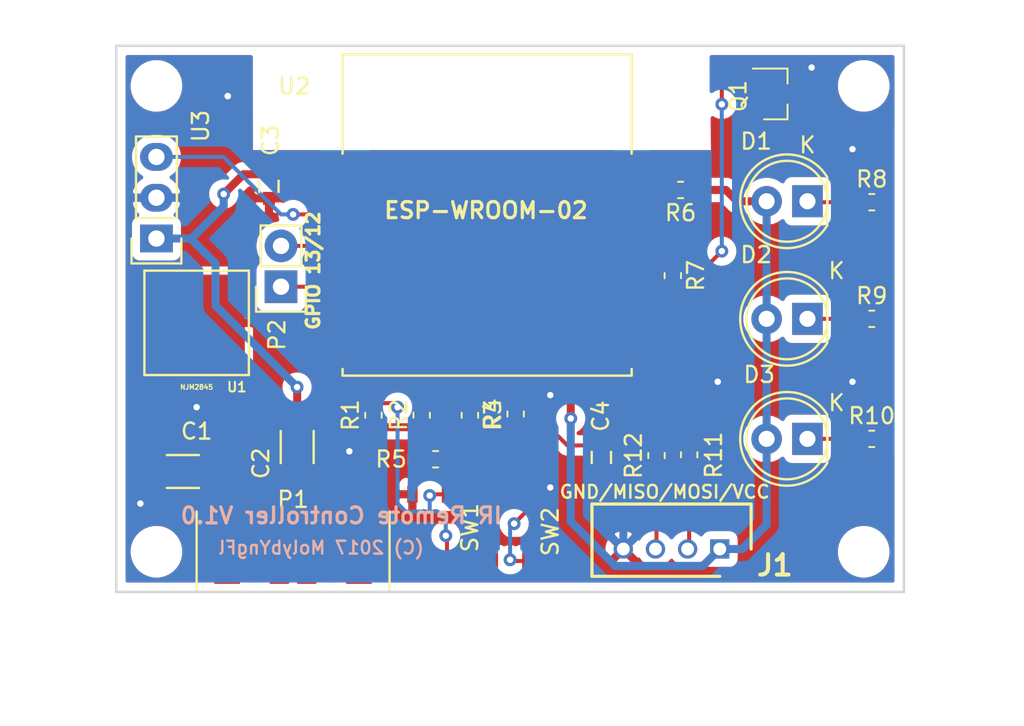
<source format=kicad_pcb>
(kicad_pcb (version 20171130) (host pcbnew "(5.1.5)-3")

  (general
    (thickness 1.6)
    (drawings 9)
    (tracks 248)
    (zones 0)
    (modules 32)
    (nets 26)
  )

  (page A4)
  (layers
    (0 F.Cu signal)
    (31 B.Cu signal)
    (32 B.Adhes user)
    (33 F.Adhes user)
    (34 B.Paste user)
    (35 F.Paste user)
    (36 B.SilkS user)
    (37 F.SilkS user)
    (38 B.Mask user)
    (39 F.Mask user)
    (40 Dwgs.User user)
    (41 Cmts.User user)
    (42 Eco1.User user)
    (43 Eco2.User user)
    (44 Edge.Cuts user)
    (45 Margin user)
    (46 B.CrtYd user)
    (47 F.CrtYd user)
    (48 B.Fab user)
    (49 F.Fab user)
  )

  (setup
    (last_trace_width 0.25)
    (trace_clearance 0.2)
    (zone_clearance 0.508)
    (zone_45_only yes)
    (trace_min 0.2)
    (via_size 0.8)
    (via_drill 0.4)
    (via_min_size 0.8)
    (via_min_drill 0.3)
    (uvia_size 0.3)
    (uvia_drill 0.1)
    (uvias_allowed no)
    (uvia_min_size 0.3)
    (uvia_min_drill 0.1)
    (edge_width 0.15)
    (segment_width 0.2)
    (pcb_text_width 0.3)
    (pcb_text_size 1.5 1.5)
    (mod_edge_width 0.15)
    (mod_text_size 1 1)
    (mod_text_width 0.15)
    (pad_size 1.7272 2.032)
    (pad_drill 1.016)
    (pad_to_mask_clearance 0.2)
    (aux_axis_origin 132 103)
    (visible_elements 7FFFFFFF)
    (pcbplotparams
      (layerselection 0x010f0_80000001)
      (usegerberextensions true)
      (usegerberattributes false)
      (usegerberadvancedattributes false)
      (creategerberjobfile false)
      (excludeedgelayer true)
      (linewidth 0.100000)
      (plotframeref false)
      (viasonmask false)
      (mode 1)
      (useauxorigin false)
      (hpglpennumber 1)
      (hpglpenspeed 20)
      (hpglpendiameter 15.000000)
      (psnegative false)
      (psa4output false)
      (plotreference true)
      (plotvalue false)
      (plotinvisibletext false)
      (padsonsilk false)
      (subtractmaskfromsilk false)
      (outputformat 1)
      (mirror false)
      (drillshape 0)
      (scaleselection 1)
      (outputdirectory "gerber/"))
  )

  (net 0 "")
  (net 1 "Net-(C1-Pad1)")
  (net 2 GND)
  (net 3 "Net-(C2-Pad1)")
  (net 4 "Net-(C4-Pad1)")
  (net 5 "Net-(D1-Pad1)")
  (net 6 "Net-(D2-Pad1)")
  (net 7 "Net-(D3-Pad1)")
  (net 8 "Net-(P2-Pad1)")
  (net 9 "Net-(P2-Pad2)")
  (net 10 "Net-(Q1-Pad1)")
  (net 11 "Net-(Q1-Pad3)")
  (net 12 "Net-(R1-Pad2)")
  (net 13 "Net-(R2-Pad2)")
  (net 14 "Net-(R3-Pad1)")
  (net 15 "Net-(R4-Pad1)")
  (net 16 "Net-(R6-Pad2)")
  (net 17 "Net-(P1-Pad4)")
  (net 18 "Net-(P1-Pad3)")
  (net 19 "Net-(P1-Pad2)")
  (net 20 "Net-(U2-Pad3)")
  (net 21 "Net-(U2-Pad16)")
  (net 22 "Net-(J1-Pad2)")
  (net 23 "Net-(J1-Pad3)")
  (net 24 "Net-(R12-Pad2)")
  (net 25 "Net-(R11-Pad2)")

  (net_class Default "これは標準のネット クラスです。"
    (clearance 0.2)
    (trace_width 0.25)
    (via_dia 0.8)
    (via_drill 0.4)
    (uvia_dia 0.3)
    (uvia_drill 0.1)
    (add_net "Net-(C1-Pad1)")
    (add_net "Net-(C4-Pad1)")
    (add_net "Net-(D1-Pad1)")
    (add_net "Net-(D2-Pad1)")
    (add_net "Net-(D3-Pad1)")
    (add_net "Net-(J1-Pad2)")
    (add_net "Net-(J1-Pad3)")
    (add_net "Net-(P1-Pad2)")
    (add_net "Net-(P1-Pad3)")
    (add_net "Net-(P1-Pad4)")
    (add_net "Net-(P2-Pad1)")
    (add_net "Net-(P2-Pad2)")
    (add_net "Net-(Q1-Pad1)")
    (add_net "Net-(R1-Pad2)")
    (add_net "Net-(R11-Pad2)")
    (add_net "Net-(R12-Pad2)")
    (add_net "Net-(R2-Pad2)")
    (add_net "Net-(R3-Pad1)")
    (add_net "Net-(R4-Pad1)")
    (add_net "Net-(R6-Pad2)")
    (add_net "Net-(U2-Pad16)")
    (add_net "Net-(U2-Pad3)")
  )

  (net_class PWR ""
    (clearance 0.2)
    (trace_width 0.5)
    (via_dia 0.8)
    (via_drill 0.4)
    (uvia_dia 0.3)
    (uvia_drill 0.1)
    (add_net GND)
    (add_net "Net-(C2-Pad1)")
    (add_net "Net-(Q1-Pad3)")
  )

  (module Resistor_SMD:R_0603_1608Metric (layer F.Cu) (tedit 5B301BBD) (tstamp 5E12165E)
    (at 165.608 94.5135 90)
    (descr "Resistor SMD 0603 (1608 Metric), square (rectangular) end terminal, IPC_7351 nominal, (Body size source: http://www.tortai-tech.com/upload/download/2011102023233369053.pdf), generated with kicad-footprint-generator")
    (tags resistor)
    (path /5E13E423)
    (attr smd)
    (fp_text reference R12 (at 0 -1.43 90) (layer F.SilkS)
      (effects (font (size 1 1) (thickness 0.15)))
    )
    (fp_text value 22 (at 0 1.43 90) (layer F.Fab)
      (effects (font (size 1 1) (thickness 0.15)))
    )
    (fp_text user %R (at 0 0 90) (layer F.Fab)
      (effects (font (size 0.4 0.4) (thickness 0.06)))
    )
    (fp_line (start 1.48 0.73) (end -1.48 0.73) (layer F.CrtYd) (width 0.05))
    (fp_line (start 1.48 -0.73) (end 1.48 0.73) (layer F.CrtYd) (width 0.05))
    (fp_line (start -1.48 -0.73) (end 1.48 -0.73) (layer F.CrtYd) (width 0.05))
    (fp_line (start -1.48 0.73) (end -1.48 -0.73) (layer F.CrtYd) (width 0.05))
    (fp_line (start -0.162779 0.51) (end 0.162779 0.51) (layer F.SilkS) (width 0.12))
    (fp_line (start -0.162779 -0.51) (end 0.162779 -0.51) (layer F.SilkS) (width 0.12))
    (fp_line (start 0.8 0.4) (end -0.8 0.4) (layer F.Fab) (width 0.1))
    (fp_line (start 0.8 -0.4) (end 0.8 0.4) (layer F.Fab) (width 0.1))
    (fp_line (start -0.8 -0.4) (end 0.8 -0.4) (layer F.Fab) (width 0.1))
    (fp_line (start -0.8 0.4) (end -0.8 -0.4) (layer F.Fab) (width 0.1))
    (pad 2 smd roundrect (at 0.7875 0 90) (size 0.875 0.95) (layers F.Cu F.Paste F.Mask) (roundrect_rratio 0.25)
      (net 24 "Net-(R12-Pad2)"))
    (pad 1 smd roundrect (at -0.7875 0 90) (size 0.875 0.95) (layers F.Cu F.Paste F.Mask) (roundrect_rratio 0.25)
      (net 23 "Net-(J1-Pad3)"))
    (model ${KISYS3DMOD}/Resistor_SMD.3dshapes/R_0603_1608Metric.wrl
      (at (xyz 0 0 0))
      (scale (xyz 1 1 1))
      (rotate (xyz 0 0 0))
    )
  )

  (module Resistor_SMD:R_0603_1608Metric (layer F.Cu) (tedit 5B301BBD) (tstamp 5E121BAE)
    (at 179 78.74)
    (descr "Resistor SMD 0603 (1608 Metric), square (rectangular) end terminal, IPC_7351 nominal, (Body size source: http://www.tortai-tech.com/upload/download/2011102023233369053.pdf), generated with kicad-footprint-generator")
    (tags resistor)
    (path /585A88C2)
    (attr smd)
    (fp_text reference R8 (at 0 -1.43) (layer F.SilkS)
      (effects (font (size 1 1) (thickness 0.15)))
    )
    (fp_text value 22 (at 0 1.43) (layer F.Fab)
      (effects (font (size 1 1) (thickness 0.15)))
    )
    (fp_line (start -0.8 0.4) (end -0.8 -0.4) (layer F.Fab) (width 0.1))
    (fp_line (start -0.8 -0.4) (end 0.8 -0.4) (layer F.Fab) (width 0.1))
    (fp_line (start 0.8 -0.4) (end 0.8 0.4) (layer F.Fab) (width 0.1))
    (fp_line (start 0.8 0.4) (end -0.8 0.4) (layer F.Fab) (width 0.1))
    (fp_line (start -0.162779 -0.51) (end 0.162779 -0.51) (layer F.SilkS) (width 0.12))
    (fp_line (start -0.162779 0.51) (end 0.162779 0.51) (layer F.SilkS) (width 0.12))
    (fp_line (start -1.48 0.73) (end -1.48 -0.73) (layer F.CrtYd) (width 0.05))
    (fp_line (start -1.48 -0.73) (end 1.48 -0.73) (layer F.CrtYd) (width 0.05))
    (fp_line (start 1.48 -0.73) (end 1.48 0.73) (layer F.CrtYd) (width 0.05))
    (fp_line (start 1.48 0.73) (end -1.48 0.73) (layer F.CrtYd) (width 0.05))
    (fp_text user %R (at 0 0) (layer F.Fab)
      (effects (font (size 0.4 0.4) (thickness 0.06)))
    )
    (pad 1 smd roundrect (at -0.7875 0) (size 0.875 0.95) (layers F.Cu F.Paste F.Mask) (roundrect_rratio 0.25)
      (net 5 "Net-(D1-Pad1)"))
    (pad 2 smd roundrect (at 0.7875 0) (size 0.875 0.95) (layers F.Cu F.Paste F.Mask) (roundrect_rratio 0.25)
      (net 11 "Net-(Q1-Pad3)"))
    (model ${KISYS3DMOD}/Resistor_SMD.3dshapes/R_0603_1608Metric.wrl
      (at (xyz 0 0 0))
      (scale (xyz 1 1 1))
      (rotate (xyz 0 0 0))
    )
  )

  (module OriginalLibSw:SKRPACE010 (layer F.Cu) (tedit 586D08B1) (tstamp 585F6415)
    (at 151.5 99 270)
    (path /585F5EC4)
    (fp_text reference SW1 (at 0 -2.5 270) (layer F.SilkS)
      (effects (font (size 1 1) (thickness 0.15)))
    )
    (fp_text value SKRPACE010 (at 7.448 -0.14 90) (layer F.Fab)
      (effects (font (size 1 1) (thickness 0.15)))
    )
    (pad 4 smd rect (at 2.075 1.075 270) (size 1.05 0.65) (layers F.Cu F.Paste F.Mask)
      (net 2 GND))
    (pad 3 smd rect (at 2.075 -1.075 270) (size 1.05 0.65) (layers F.Cu F.Paste F.Mask)
      (net 12 "Net-(R1-Pad2)"))
    (pad 2 smd rect (at -2.075 1.075 270) (size 1.05 0.65) (layers F.Cu F.Paste F.Mask)
      (net 2 GND))
    (pad 1 smd rect (at -2.075 -1.075 270) (size 1.05 0.65) (layers F.Cu F.Paste F.Mask)
      (net 12 "Net-(R1-Pad2)"))
  )

  (module LEDs:LED-5MM (layer F.Cu) (tedit 586C58FA) (tstamp 5E121CEC)
    (at 175 93.472 180)
    (descr "LED 5mm round vertical")
    (tags "LED 5mm round vertical")
    (path /585A98C9)
    (fp_text reference D3 (at 3 4 180) (layer F.SilkS)
      (effects (font (size 1 1) (thickness 0.15)))
    )
    (fp_text value LED (at 0.192 4.242 180) (layer F.Fab)
      (effects (font (size 1 1) (thickness 0.15)))
    )
    (fp_text user K (at -1.808 2.242 180) (layer F.SilkS)
      (effects (font (size 1 1) (thickness 0.15)))
    )
    (fp_circle (center 1.27 0) (end 0.97 -2.5) (layer F.SilkS) (width 0.15))
    (fp_line (start -1.23 1.5) (end -1.23 -1.5) (layer F.SilkS) (width 0.15))
    (fp_arc (start 1.27 0) (end -1.23 -1.5) (angle 297.5) (layer F.SilkS) (width 0.15))
    (fp_arc (start 1.3 0) (end -1.5 1.55) (angle -302) (layer F.CrtYd) (width 0.05))
    (fp_line (start -1.5 -1.55) (end -1.5 1.55) (layer F.CrtYd) (width 0.05))
    (pad 2 thru_hole circle (at 2.54 0 180) (size 1.9 1.9) (drill 1.00076) (layers *.Cu *.Mask)
      (net 3 "Net-(C2-Pad1)"))
    (pad 1 thru_hole rect (at 0 0 270) (size 2 1.9) (drill 1.00076) (layers *.Cu *.Mask)
      (net 7 "Net-(D3-Pad1)"))
    (model LEDs.3dshapes/LED-5MM.wrl
      (offset (xyz 1.269999980926514 0 0))
      (scale (xyz 1 1 1))
      (rotate (xyz 0 0 90))
    )
  )

  (module OriginalLibSw:SKRPACE010 (layer F.Cu) (tedit 586E29CD) (tstamp 585F641D)
    (at 156.5 99 270)
    (path /585F657A)
    (fp_text reference SW2 (at 0.25 -2.5 270) (layer F.SilkS)
      (effects (font (size 1 1) (thickness 0.15)))
    )
    (fp_text value SKRPACE010 (at 7.448 -0.552 270) (layer F.Fab)
      (effects (font (size 1 1) (thickness 0.15)))
    )
    (pad 4 smd rect (at 2.075 1.075 270) (size 1.05 0.65) (layers F.Cu F.Paste F.Mask)
      (net 2 GND))
    (pad 3 smd rect (at 2.075 -1.075 270) (size 1.05 0.65) (layers F.Cu F.Paste F.Mask)
      (net 15 "Net-(R4-Pad1)"))
    (pad 2 smd rect (at -2.075 1.075 270) (size 1.05 0.65) (layers F.Cu F.Paste F.Mask)
      (net 2 GND))
    (pad 1 smd rect (at -2.075 -1.075 270) (size 1.05 0.65) (layers F.Cu F.Paste F.Mask)
      (net 15 "Net-(R4-Pad1)"))
  )

  (module LEDs:LED-5MM (layer F.Cu) (tedit 586C9002) (tstamp 5E121B40)
    (at 175 78.68158 180)
    (descr "LED 5mm round vertical")
    (tags "LED 5mm round vertical")
    (path /585A983F)
    (fp_text reference D1 (at 3.192 3.732 180) (layer F.SilkS)
      (effects (font (size 1 1) (thickness 0.15)))
    )
    (fp_text value LED (at 0.192 3.732 180) (layer F.Fab)
      (effects (font (size 1 1) (thickness 0.15)))
    )
    (fp_text user K (at 0 3.5 180) (layer F.SilkS)
      (effects (font (size 1 1) (thickness 0.15)))
    )
    (fp_circle (center 1.27 0) (end 0.97 -2.5) (layer F.SilkS) (width 0.15))
    (fp_line (start -1.23 1.5) (end -1.23 -1.5) (layer F.SilkS) (width 0.15))
    (fp_arc (start 1.27 0) (end -1.23 -1.5) (angle 297.5) (layer F.SilkS) (width 0.15))
    (fp_arc (start 1.3 0) (end -1.5 1.55) (angle -302) (layer F.CrtYd) (width 0.05))
    (fp_line (start -1.5 -1.55) (end -1.5 1.55) (layer F.CrtYd) (width 0.05))
    (pad 2 thru_hole circle (at 2.54 0 180) (size 1.9 1.9) (drill 1.00076) (layers *.Cu *.Mask)
      (net 3 "Net-(C2-Pad1)"))
    (pad 1 thru_hole rect (at 0 0 270) (size 2 1.9) (drill 1.00076) (layers *.Cu *.Mask)
      (net 5 "Net-(D1-Pad1)"))
    (model LEDs.3dshapes/LED-5MM.wrl
      (offset (xyz 1.269999980926514 0 0))
      (scale (xyz 1 1 1))
      (rotate (xyz 0 0 90))
    )
  )

  (module Capacitors_SMD:C_1206 (layer F.Cu) (tedit 586C5801) (tstamp 585F638A)
    (at 136.144 95.504)
    (descr "Capacitor SMD 1206, reflow soldering, AVX (see smccp.pdf)")
    (tags "capacitor 1206")
    (path /585CFE45)
    (attr smd)
    (fp_text reference C1 (at 0.856 -2.504) (layer F.SilkS)
      (effects (font (size 1 1) (thickness 0.15)))
    )
    (fp_text value 22u (at -1.144 -2.504) (layer F.Fab)
      (effects (font (size 1 1) (thickness 0.15)))
    )
    (fp_line (start -1.6 0.8) (end -1.6 -0.8) (layer F.Fab) (width 0.15))
    (fp_line (start 1.6 0.8) (end -1.6 0.8) (layer F.Fab) (width 0.15))
    (fp_line (start 1.6 -0.8) (end 1.6 0.8) (layer F.Fab) (width 0.15))
    (fp_line (start -1.6 -0.8) (end 1.6 -0.8) (layer F.Fab) (width 0.15))
    (fp_line (start -2.3 -1.15) (end 2.3 -1.15) (layer F.CrtYd) (width 0.05))
    (fp_line (start -2.3 1.15) (end 2.3 1.15) (layer F.CrtYd) (width 0.05))
    (fp_line (start -2.3 -1.15) (end -2.3 1.15) (layer F.CrtYd) (width 0.05))
    (fp_line (start 2.3 -1.15) (end 2.3 1.15) (layer F.CrtYd) (width 0.05))
    (fp_line (start 1 -1.025) (end -1 -1.025) (layer F.SilkS) (width 0.15))
    (fp_line (start -1 1.025) (end 1 1.025) (layer F.SilkS) (width 0.15))
    (pad 1 smd rect (at -1.5 0) (size 1 1.6) (layers F.Cu F.Paste F.Mask)
      (net 1 "Net-(C1-Pad1)"))
    (pad 2 smd rect (at 1.5 0) (size 1 1.6) (layers F.Cu F.Paste F.Mask)
      (net 2 GND))
    (model Capacitors_SMD.3dshapes/C_1206.wrl
      (at (xyz 0 0 0))
      (scale (xyz 1 1 1))
      (rotate (xyz 0 0 0))
    )
  )

  (module Capacitors_SMD:C_1206 (layer F.Cu) (tedit 586C5826) (tstamp 585F6390)
    (at 143.256 93.98 270)
    (descr "Capacitor SMD 1206, reflow soldering, AVX (see smccp.pdf)")
    (tags "capacitor 1206")
    (path /585CFEC2)
    (attr smd)
    (fp_text reference C2 (at 1.02 2.256 270) (layer F.SilkS)
      (effects (font (size 1 1) (thickness 0.15)))
    )
    (fp_text value 22u (at 0 2.3 270) (layer F.Fab)
      (effects (font (size 1 1) (thickness 0.15)))
    )
    (fp_line (start -1.6 0.8) (end -1.6 -0.8) (layer F.Fab) (width 0.15))
    (fp_line (start 1.6 0.8) (end -1.6 0.8) (layer F.Fab) (width 0.15))
    (fp_line (start 1.6 -0.8) (end 1.6 0.8) (layer F.Fab) (width 0.15))
    (fp_line (start -1.6 -0.8) (end 1.6 -0.8) (layer F.Fab) (width 0.15))
    (fp_line (start -2.3 -1.15) (end 2.3 -1.15) (layer F.CrtYd) (width 0.05))
    (fp_line (start -2.3 1.15) (end 2.3 1.15) (layer F.CrtYd) (width 0.05))
    (fp_line (start -2.3 -1.15) (end -2.3 1.15) (layer F.CrtYd) (width 0.05))
    (fp_line (start 2.3 -1.15) (end 2.3 1.15) (layer F.CrtYd) (width 0.05))
    (fp_line (start 1 -1.025) (end -1 -1.025) (layer F.SilkS) (width 0.15))
    (fp_line (start -1 1.025) (end 1 1.025) (layer F.SilkS) (width 0.15))
    (pad 1 smd rect (at -1.5 0 270) (size 1 1.6) (layers F.Cu F.Paste F.Mask)
      (net 3 "Net-(C2-Pad1)"))
    (pad 2 smd rect (at 1.5 0 270) (size 1 1.6) (layers F.Cu F.Paste F.Mask)
      (net 2 GND))
    (model Capacitors_SMD.3dshapes/C_1206.wrl
      (at (xyz 0 0 0))
      (scale (xyz 1 1 1))
      (rotate (xyz 0 0 0))
    )
  )

  (module Capacitors_SMD:C_0603 (layer F.Cu) (tedit 586D0E97) (tstamp 585F6396)
    (at 141.5 77.75 270)
    (descr "Capacitor SMD 0603, reflow soldering, AVX (see smccp.pdf)")
    (tags "capacitor 0603")
    (path /585CD19B)
    (attr smd)
    (fp_text reference C3 (at -2.8574 -0.0876 270) (layer F.SilkS)
      (effects (font (size 1 1) (thickness 0.15)))
    )
    (fp_text value 0.22u (at -4 -2 270) (layer F.Fab)
      (effects (font (size 1 1) (thickness 0.15)))
    )
    (fp_line (start -0.8 0.4) (end -0.8 -0.4) (layer F.Fab) (width 0.15))
    (fp_line (start 0.8 0.4) (end -0.8 0.4) (layer F.Fab) (width 0.15))
    (fp_line (start 0.8 -0.4) (end 0.8 0.4) (layer F.Fab) (width 0.15))
    (fp_line (start -0.8 -0.4) (end 0.8 -0.4) (layer F.Fab) (width 0.15))
    (fp_line (start -1.45 -0.75) (end 1.45 -0.75) (layer F.CrtYd) (width 0.05))
    (fp_line (start -1.45 0.75) (end 1.45 0.75) (layer F.CrtYd) (width 0.05))
    (fp_line (start -1.45 -0.75) (end -1.45 0.75) (layer F.CrtYd) (width 0.05))
    (fp_line (start 1.45 -0.75) (end 1.45 0.75) (layer F.CrtYd) (width 0.05))
    (fp_line (start -0.35 -0.6) (end 0.35 -0.6) (layer F.SilkS) (width 0.15))
    (fp_line (start 0.35 0.6) (end -0.35 0.6) (layer F.SilkS) (width 0.15))
    (pad 1 smd rect (at -0.75 0 270) (size 0.8 0.75) (layers F.Cu F.Paste F.Mask)
      (net 3 "Net-(C2-Pad1)"))
    (pad 2 smd rect (at 0.75 0 270) (size 0.8 0.75) (layers F.Cu F.Paste F.Mask)
      (net 2 GND))
    (model Capacitors_SMD.3dshapes/C_0603.wrl
      (at (xyz 0 0 0))
      (scale (xyz 1 1 1))
      (rotate (xyz 0 0 0))
    )
  )

  (module Capacitors_SMD:C_0603 (layer F.Cu) (tedit 586C9D1E) (tstamp 5E1219A0)
    (at 162.179 94.631 270)
    (descr "Capacitor SMD 0603, reflow soldering, AVX (see smccp.pdf)")
    (tags "capacitor 0603")
    (path /585D8BC1)
    (attr smd)
    (fp_text reference C4 (at -2.576 0.044 270) (layer F.SilkS)
      (effects (font (size 1 1) (thickness 0.15)))
    )
    (fp_text value 0.1u (at -3.048 0 270) (layer F.Fab)
      (effects (font (size 1 1) (thickness 0.15)))
    )
    (fp_line (start -0.8 0.4) (end -0.8 -0.4) (layer F.Fab) (width 0.15))
    (fp_line (start 0.8 0.4) (end -0.8 0.4) (layer F.Fab) (width 0.15))
    (fp_line (start 0.8 -0.4) (end 0.8 0.4) (layer F.Fab) (width 0.15))
    (fp_line (start -0.8 -0.4) (end 0.8 -0.4) (layer F.Fab) (width 0.15))
    (fp_line (start -1.45 -0.75) (end 1.45 -0.75) (layer F.CrtYd) (width 0.05))
    (fp_line (start -1.45 0.75) (end 1.45 0.75) (layer F.CrtYd) (width 0.05))
    (fp_line (start -1.45 -0.75) (end -1.45 0.75) (layer F.CrtYd) (width 0.05))
    (fp_line (start 1.45 -0.75) (end 1.45 0.75) (layer F.CrtYd) (width 0.05))
    (fp_line (start -0.35 -0.6) (end 0.35 -0.6) (layer F.SilkS) (width 0.15))
    (fp_line (start 0.35 0.6) (end -0.35 0.6) (layer F.SilkS) (width 0.15))
    (pad 1 smd rect (at -0.75 0 270) (size 0.8 0.75) (layers F.Cu F.Paste F.Mask)
      (net 4 "Net-(C4-Pad1)"))
    (pad 2 smd rect (at 0.75 0 270) (size 0.8 0.75) (layers F.Cu F.Paste F.Mask)
      (net 2 GND))
    (model Capacitors_SMD.3dshapes/C_0603.wrl
      (at (xyz 0 0 0))
      (scale (xyz 1 1 1))
      (rotate (xyz 0 0 0))
    )
  )

  (module LEDs:LED-5MM (layer F.Cu) (tedit 58689BCB) (tstamp 585F63A8)
    (at 175 86 180)
    (descr "LED 5mm round vertical")
    (tags "LED 5mm round vertical")
    (path /585A9888)
    (fp_text reference D2 (at 3.192 3.988 180) (layer F.SilkS)
      (effects (font (size 1 1) (thickness 0.15)))
    )
    (fp_text value LED (at 0.192 3.988 180) (layer F.Fab)
      (effects (font (size 1 1) (thickness 0.15)))
    )
    (fp_text user K (at -1.808 2.988 180) (layer F.SilkS)
      (effects (font (size 1 1) (thickness 0.15)))
    )
    (fp_circle (center 1.27 0) (end 0.97 -2.5) (layer F.SilkS) (width 0.15))
    (fp_line (start -1.23 1.5) (end -1.23 -1.5) (layer F.SilkS) (width 0.15))
    (fp_arc (start 1.27 0) (end -1.23 -1.5) (angle 297.5) (layer F.SilkS) (width 0.15))
    (fp_arc (start 1.3 0) (end -1.5 1.55) (angle -302) (layer F.CrtYd) (width 0.05))
    (fp_line (start -1.5 -1.55) (end -1.5 1.55) (layer F.CrtYd) (width 0.05))
    (pad 2 thru_hole circle (at 2.54 0 180) (size 1.9 1.9) (drill 1.00076) (layers *.Cu *.Mask)
      (net 3 "Net-(C2-Pad1)"))
    (pad 1 thru_hole rect (at 0 0 270) (size 2 1.9) (drill 1.00076) (layers *.Cu *.Mask)
      (net 6 "Net-(D2-Pad1)"))
    (model LEDs.3dshapes/LED-5MM.wrl
      (offset (xyz 1.269999980926514 0 0))
      (scale (xyz 1 1 1))
      (rotate (xyz 0 0 90))
    )
  )

  (module TO_SOT_Packages_SMD:SOT-23 (layer F.Cu) (tedit 58689B44) (tstamp 5E12200C)
    (at 173 72)
    (descr "SOT-23, Standard")
    (tags SOT-23)
    (path /585D69C7)
    (attr smd)
    (fp_text reference Q1 (at -2.312 0.136 -90) (layer F.SilkS)
      (effects (font (size 1 1) (thickness 0.15)))
    )
    (fp_text value Q_NMOS (at -3 -2 -270) (layer F.Fab)
      (effects (font (size 1 1) (thickness 0.15)))
    )
    (fp_line (start 0.76 1.58) (end 0.76 0.65) (layer F.SilkS) (width 0.12))
    (fp_line (start 0.76 -1.58) (end 0.76 -0.65) (layer F.SilkS) (width 0.12))
    (fp_line (start 0.7 -1.52) (end 0.7 1.52) (layer F.Fab) (width 0.15))
    (fp_line (start -0.7 1.52) (end 0.7 1.52) (layer F.Fab) (width 0.15))
    (fp_line (start -1.7 -1.75) (end 1.7 -1.75) (layer F.CrtYd) (width 0.05))
    (fp_line (start 1.7 -1.75) (end 1.7 1.75) (layer F.CrtYd) (width 0.05))
    (fp_line (start 1.7 1.75) (end -1.7 1.75) (layer F.CrtYd) (width 0.05))
    (fp_line (start -1.7 1.75) (end -1.7 -1.75) (layer F.CrtYd) (width 0.05))
    (fp_line (start 0.76 -1.58) (end -1.4 -1.58) (layer F.SilkS) (width 0.12))
    (fp_line (start -0.7 -1.52) (end 0.7 -1.52) (layer F.Fab) (width 0.15))
    (fp_line (start -0.7 -1.52) (end -0.7 1.52) (layer F.Fab) (width 0.15))
    (fp_line (start 0.76 1.58) (end -0.7 1.58) (layer F.SilkS) (width 0.12))
    (pad 1 smd rect (at -1 -0.95) (size 0.9 0.8) (layers F.Cu F.Paste F.Mask)
      (net 10 "Net-(Q1-Pad1)"))
    (pad 2 smd rect (at -1 0.95) (size 0.9 0.8) (layers F.Cu F.Paste F.Mask)
      (net 2 GND))
    (pad 3 smd rect (at 1 0) (size 0.9 0.8) (layers F.Cu F.Paste F.Mask)
      (net 11 "Net-(Q1-Pad3)"))
    (model TO_SOT_Packages_SMD.3dshapes/SOT-23.wrl
      (at (xyz 0 0 0))
      (scale (xyz 1 1 1))
      (rotate (xyz 0 0 90))
    )
  )

  (module OriginalLibConn:USB_MICRO_HRS_ZX62R-B-5P (layer F.Cu) (tedit 586D0545) (tstamp 58690C5B)
    (at 143 103)
    (path /585CF846)
    (fp_text reference P1 (at 0 -5.75) (layer F.SilkS)
      (effects (font (size 1 1) (thickness 0.15)))
    )
    (fp_text value ZX62R-B-5P (at -6 -4) (layer F.Fab)
      (effects (font (size 1 1) (thickness 0.15)))
    )
    (fp_line (start -6 -5) (end -6 0) (layer F.SilkS) (width 0.15))
    (fp_line (start 6 -5) (end 6 0) (layer F.SilkS) (width 0.15))
    (pad 6 smd rect (at -4.1 -1.45) (size 1.6 1.9) (layers F.Cu F.Paste F.Mask)
      (net 2 GND))
    (pad 6 smd rect (at 4.1 -1.45) (size 1.6 1.9) (layers F.Cu F.Paste F.Mask)
      (net 2 GND))
    (pad 6 smd rect (at -3.1 -3.8) (size 2.1 2) (layers F.Cu F.Paste F.Mask)
      (net 2 GND))
    (pad 6 smd rect (at 3.1 -3.8) (size 2.1 2) (layers F.Cu F.Paste F.Mask)
      (net 2 GND))
    (pad 1 smd rect (at 1.3 -4.125) (size 0.4 1.35) (layers F.Cu F.Paste F.Mask)
      (net 1 "Net-(C1-Pad1)"))
    (pad 5 smd rect (at -1.3 -4.125) (size 0.4 1.35) (layers F.Cu F.Paste F.Mask)
      (net 2 GND))
    (pad 4 smd rect (at -0.65 -4.125) (size 0.4 1.35) (layers F.Cu F.Paste F.Mask)
      (net 17 "Net-(P1-Pad4)"))
    (pad 3 smd rect (at 0 -4.125) (size 0.4 1.35) (layers F.Cu F.Paste F.Mask)
      (net 18 "Net-(P1-Pad3)"))
    (pad 2 smd rect (at 0.65 -4.125) (size 0.4 1.35) (layers F.Cu F.Paste F.Mask)
      (net 19 "Net-(P1-Pad2)"))
    (pad 6 smd rect (at 0.85 -1.45) (size 1.2 1.9) (layers F.Cu F.Paste F.Mask)
      (net 2 GND))
    (pad 6 smd rect (at -0.85 -1.45) (size 1.2 1.9) (layers F.Cu F.Paste F.Mask)
      (net 2 GND))
  )

  (module TO-252-3:TO-252-3 (layer F.Cu) (tedit 586D0C08) (tstamp 585F6428)
    (at 137 86.25)
    (path /585D6ECB)
    (fp_text reference U1 (at 2.5 4) (layer F.SilkS)
      (effects (font (size 0.59944 0.59944) (thickness 0.12446)))
    )
    (fp_text value NJM2845 (at 0 4) (layer F.SilkS)
      (effects (font (size 0.29972 0.29972) (thickness 0.07112)))
    )
    (fp_line (start 3.25 -3.25) (end -3.25 -3.25) (layer F.SilkS) (width 0.15))
    (fp_line (start -3.25 -3.25) (end -3.25 3.25) (layer F.SilkS) (width 0.15))
    (fp_line (start -3.25 3.25) (end 3.25 3.25) (layer F.SilkS) (width 0.15))
    (fp_line (start 3.25 3.25) (end 3.25 -3.25) (layer F.SilkS) (width 0.15))
    (pad VI smd rect (at -2.3 6.25) (size 2 2.5) (layers F.Cu F.Paste F.Mask)
      (net 1 "Net-(C1-Pad1)"))
    (pad VO smd rect (at 2.3 6.25) (size 2 2.5) (layers F.Cu F.Paste F.Mask)
      (net 3 "Net-(C2-Pad1)"))
    (pad GND smd rect (at 0 0) (size 6 6) (layers F.Cu F.Paste F.Mask)
      (net 2 GND))
  )

  (module Mounting_Holes:MountingHole_2.2mm_M2 (layer F.Cu) (tedit 586C96D0) (tstamp 586C8F01)
    (at 178.5 100.5)
    (descr "Mounting Hole 2.2mm, no annular, M2")
    (tags "mounting hole 2.2mm no annular m2")
    (fp_text reference "" (at 0 -3.2) (layer F.SilkS)
      (effects (font (size 1 1) (thickness 0.15)))
    )
    (fp_text value MountingHole_2.2mm_M2 (at 0.5 4.5) (layer F.Fab)
      (effects (font (size 1 1) (thickness 0.15)))
    )
    (fp_circle (center 0 0) (end 2.2 0) (layer Cmts.User) (width 0.15))
    (fp_circle (center 0 0) (end 2.45 0) (layer F.CrtYd) (width 0.05))
    (pad 1 np_thru_hole circle (at 0 0) (size 2.2 2.2) (drill 2.2) (layers *.Cu *.Mask))
  )

  (module Mounting_Holes:MountingHole_2.2mm_M2 (layer F.Cu) (tedit 586C96D6) (tstamp 586C8F1C)
    (at 178.5 71.5)
    (descr "Mounting Hole 2.2mm, no annular, M2")
    (tags "mounting hole 2.2mm no annular m2")
    (fp_text reference "" (at 0 -3.2) (layer F.SilkS)
      (effects (font (size 1 1) (thickness 0.15)))
    )
    (fp_text value MountingHole_2.2mm_M2 (at 0 -4.5) (layer F.Fab)
      (effects (font (size 1 1) (thickness 0.15)))
    )
    (fp_circle (center 0 0) (end 2.2 0) (layer Cmts.User) (width 0.15))
    (fp_circle (center 0 0) (end 2.45 0) (layer F.CrtYd) (width 0.05))
    (pad 1 np_thru_hole circle (at 0 0) (size 2.2 2.2) (drill 2.2) (layers *.Cu *.Mask))
  )

  (module Mounting_Holes:MountingHole_2.2mm_M2 (layer F.Cu) (tedit 586C96D9) (tstamp 586C8F2E)
    (at 134.5 71.5)
    (descr "Mounting Hole 2.2mm, no annular, M2")
    (tags "mounting hole 2.2mm no annular m2")
    (fp_text reference "" (at 0 -3.2) (layer F.SilkS)
      (effects (font (size 1 1) (thickness 0.15)))
    )
    (fp_text value MountingHole_2.2mm_M2 (at -0.25 -4.5) (layer F.Fab)
      (effects (font (size 1 1) (thickness 0.15)))
    )
    (fp_circle (center 0 0) (end 2.2 0) (layer Cmts.User) (width 0.15))
    (fp_circle (center 0 0) (end 2.45 0) (layer F.CrtYd) (width 0.05))
    (pad 1 np_thru_hole circle (at 0 0) (size 2.2 2.2) (drill 2.2) (layers *.Cu *.Mask))
  )

  (module Mounting_Holes:MountingHole_2.2mm_M2 (layer F.Cu) (tedit 586C96CB) (tstamp 586C9063)
    (at 134.5 100.5)
    (descr "Mounting Hole 2.2mm, no annular, M2")
    (tags "mounting hole 2.2mm no annular m2")
    (fp_text reference "" (at 0 -3.2) (layer F.SilkS)
      (effects (font (size 1 1) (thickness 0.15)))
    )
    (fp_text value MountingHole_2.2mm_M2 (at 0 4.5) (layer F.Fab)
      (effects (font (size 1 1) (thickness 0.15)))
    )
    (fp_circle (center 0 0) (end 2.2 0) (layer Cmts.User) (width 0.15))
    (fp_circle (center 0 0) (end 2.45 0) (layer F.CrtYd) (width 0.05))
    (pad 1 np_thru_hole circle (at 0 0) (size 2.2 2.2) (drill 2.2) (layers *.Cu *.Mask))
  )

  (module Socket_Strips:Socket_Strip_Straight_1x02 (layer F.Cu) (tedit 586E28C0) (tstamp 586D0A84)
    (at 142.25 84 90)
    (descr "Through hole socket strip")
    (tags "socket strip")
    (path /585CF068)
    (fp_text reference P2 (at -3 -0.25 90) (layer F.SilkS)
      (effects (font (size 1 1) (thickness 0.15)))
    )
    (fp_text value GPIO_USER (at 0 -3.1 90) (layer F.Fab)
      (effects (font (size 1 1) (thickness 0.15)))
    )
    (fp_line (start -1.55 1.55) (end 0 1.55) (layer F.SilkS) (width 0.15))
    (fp_line (start 3.81 1.27) (end 1.27 1.27) (layer F.SilkS) (width 0.15))
    (fp_line (start -1.75 -1.75) (end -1.75 1.75) (layer F.CrtYd) (width 0.05))
    (fp_line (start 4.3 -1.75) (end 4.3 1.75) (layer F.CrtYd) (width 0.05))
    (fp_line (start -1.75 -1.75) (end 4.3 -1.75) (layer F.CrtYd) (width 0.05))
    (fp_line (start -1.75 1.75) (end 4.3 1.75) (layer F.CrtYd) (width 0.05))
    (fp_line (start 1.27 1.27) (end 1.27 -1.27) (layer F.SilkS) (width 0.15))
    (fp_line (start 0 -1.55) (end -1.55 -1.55) (layer F.SilkS) (width 0.15))
    (fp_line (start -1.55 -1.55) (end -1.55 1.55) (layer F.SilkS) (width 0.15))
    (fp_line (start 1.27 -1.27) (end 3.81 -1.27) (layer F.SilkS) (width 0.15))
    (fp_line (start 3.81 -1.27) (end 3.81 1.27) (layer F.SilkS) (width 0.15))
    (pad 1 thru_hole rect (at 0 0 90) (size 2.032 2.032) (drill 1.016) (layers *.Cu *.Mask)
      (net 8 "Net-(P2-Pad1)"))
    (pad 2 thru_hole oval (at 2.54 0 90) (size 2.032 2.032) (drill 1.016) (layers *.Cu *.Mask)
      (net 9 "Net-(P2-Pad2)"))
    (model Socket_Strips.3dshapes/Socket_Strip_Straight_1x02.wrl
      (offset (xyz 1.269999980926514 0 0))
      (scale (xyz 1 1 1))
      (rotate (xyz 0 0 180))
    )
  )

  (module Socket_Strips:Socket_Strip_Straight_1x03 (layer F.Cu) (tedit 586E28C7) (tstamp 586D0A9C)
    (at 134.5 81 90)
    (descr "Through hole socket strip")
    (tags "socket strip")
    (path /586CFC8A)
    (fp_text reference U3 (at 7 2.75 90) (layer F.SilkS)
      (effects (font (size 1 1) (thickness 0.15)))
    )
    (fp_text value IRSNS_GP1UXC41QS (at 0 -3.1 90) (layer F.Fab)
      (effects (font (size 1 1) (thickness 0.15)))
    )
    (fp_line (start 0 -1.55) (end -1.55 -1.55) (layer F.SilkS) (width 0.15))
    (fp_line (start -1.55 -1.55) (end -1.55 1.55) (layer F.SilkS) (width 0.15))
    (fp_line (start -1.55 1.55) (end 0 1.55) (layer F.SilkS) (width 0.15))
    (fp_line (start -1.75 -1.75) (end -1.75 1.75) (layer F.CrtYd) (width 0.05))
    (fp_line (start 6.85 -1.75) (end 6.85 1.75) (layer F.CrtYd) (width 0.05))
    (fp_line (start -1.75 -1.75) (end 6.85 -1.75) (layer F.CrtYd) (width 0.05))
    (fp_line (start -1.75 1.75) (end 6.85 1.75) (layer F.CrtYd) (width 0.05))
    (fp_line (start 1.27 -1.27) (end 6.35 -1.27) (layer F.SilkS) (width 0.15))
    (fp_line (start 6.35 -1.27) (end 6.35 1.27) (layer F.SilkS) (width 0.15))
    (fp_line (start 6.35 1.27) (end 1.27 1.27) (layer F.SilkS) (width 0.15))
    (fp_line (start 1.27 1.27) (end 1.27 -1.27) (layer F.SilkS) (width 0.15))
    (pad 1 thru_hole rect (at 0 0 90) (size 1.7272 2.032) (drill 1.016) (layers *.Cu *.Mask)
      (net 3 "Net-(C2-Pad1)"))
    (pad 2 thru_hole oval (at 2.54 0 90) (size 1.7272 2.032) (drill 1.016) (layers *.Cu *.Mask)
      (net 2 GND))
    (pad 3 thru_hole oval (at 5.08 0 90) (size 1.7272 2.032) (drill 1.016) (layers *.Cu *.Mask)
      (net 20 "Net-(U2-Pad3)"))
    (model Socket_Strips.3dshapes/Socket_Strip_Straight_1x03.wrl
      (offset (xyz 2.539999961853027 0 0))
      (scale (xyz 1 1 1))
      (rotate (xyz 0 0 180))
    )
  )

  (module SamacSys:SHDR4W60P0X200_1X4_990X450X600P (layer F.Cu) (tedit 0) (tstamp 5E12295C)
    (at 169.545 100.33)
    (descr B4B-PH-K-S)
    (tags Connector)
    (path /5E11D5B2)
    (fp_text reference J1 (at 3.429 1.016) (layer F.SilkS)
      (effects (font (size 1.27 1.27) (thickness 0.254)))
    )
    (fp_text value "B4B-PH-K-S(LF)(SN)" (at 0 0) (layer F.SilkS) hide
      (effects (font (size 1.27 1.27) (thickness 0.254)))
    )
    (fp_text user %R (at 0 0) (layer F.Fab)
      (effects (font (size 1.27 1.27) (thickness 0.254)))
    )
    (fp_line (start 2.2 1.95) (end -8.2 1.95) (layer F.CrtYd) (width 0.05))
    (fp_line (start -8.2 1.95) (end -8.2 -3.05) (layer F.CrtYd) (width 0.05))
    (fp_line (start -8.2 -3.05) (end 2.2 -3.05) (layer F.CrtYd) (width 0.05))
    (fp_line (start 2.2 -3.05) (end 2.2 1.95) (layer F.CrtYd) (width 0.05))
    (fp_line (start 1.95 1.7) (end -7.95 1.7) (layer F.Fab) (width 0.1))
    (fp_line (start -7.95 1.7) (end -7.95 -2.8) (layer F.Fab) (width 0.1))
    (fp_line (start -7.95 -2.8) (end 1.95 -2.8) (layer F.Fab) (width 0.1))
    (fp_line (start 1.95 -2.8) (end 1.95 1.7) (layer F.Fab) (width 0.1))
    (fp_line (start 0 1.7) (end -7.95 1.7) (layer F.SilkS) (width 0.2))
    (fp_line (start -7.95 1.7) (end -7.95 -2.8) (layer F.SilkS) (width 0.2))
    (fp_line (start -7.95 -2.8) (end 1.95 -2.8) (layer F.SilkS) (width 0.2))
    (fp_line (start 1.95 -2.8) (end 1.95 0) (layer F.SilkS) (width 0.2))
    (pad 1 thru_hole rect (at 0 0) (size 1.2 1.2) (drill 0.8) (layers *.Cu *.Mask)
      (net 3 "Net-(C2-Pad1)"))
    (pad 2 thru_hole circle (at -2 0) (size 1.2 1.2) (drill 0.8) (layers *.Cu *.Mask)
      (net 22 "Net-(J1-Pad2)"))
    (pad 3 thru_hole circle (at -4 0) (size 1.2 1.2) (drill 0.8) (layers *.Cu *.Mask)
      (net 23 "Net-(J1-Pad3)"))
    (pad 4 thru_hole circle (at -6 0) (size 1.2 1.2) (drill 0.8) (layers *.Cu *.Mask)
      (net 2 GND))
  )

  (module Resistor_SMD:R_0603_1608Metric (layer F.Cu) (tedit 5B301BBD) (tstamp 5E121399)
    (at 148 92 90)
    (descr "Resistor SMD 0603 (1608 Metric), square (rectangular) end terminal, IPC_7351 nominal, (Body size source: http://www.tortai-tech.com/upload/download/2011102023233369053.pdf), generated with kicad-footprint-generator")
    (tags resistor)
    (path /585CEA7D)
    (attr smd)
    (fp_text reference R1 (at 0 -1.43 90) (layer F.SilkS)
      (effects (font (size 1 1) (thickness 0.15)))
    )
    (fp_text value 10k (at 0 1.43 90) (layer F.Fab)
      (effects (font (size 1 1) (thickness 0.15)))
    )
    (fp_text user %R (at 0 0 90) (layer F.Fab)
      (effects (font (size 0.4 0.4) (thickness 0.06)))
    )
    (fp_line (start 1.48 0.73) (end -1.48 0.73) (layer F.CrtYd) (width 0.05))
    (fp_line (start 1.48 -0.73) (end 1.48 0.73) (layer F.CrtYd) (width 0.05))
    (fp_line (start -1.48 -0.73) (end 1.48 -0.73) (layer F.CrtYd) (width 0.05))
    (fp_line (start -1.48 0.73) (end -1.48 -0.73) (layer F.CrtYd) (width 0.05))
    (fp_line (start -0.162779 0.51) (end 0.162779 0.51) (layer F.SilkS) (width 0.12))
    (fp_line (start -0.162779 -0.51) (end 0.162779 -0.51) (layer F.SilkS) (width 0.12))
    (fp_line (start 0.8 0.4) (end -0.8 0.4) (layer F.Fab) (width 0.1))
    (fp_line (start 0.8 -0.4) (end 0.8 0.4) (layer F.Fab) (width 0.1))
    (fp_line (start -0.8 -0.4) (end 0.8 -0.4) (layer F.Fab) (width 0.1))
    (fp_line (start -0.8 0.4) (end -0.8 -0.4) (layer F.Fab) (width 0.1))
    (pad 2 smd roundrect (at 0.7875 0 90) (size 0.875 0.95) (layers F.Cu F.Paste F.Mask) (roundrect_rratio 0.25)
      (net 12 "Net-(R1-Pad2)"))
    (pad 1 smd roundrect (at -0.7875 0 90) (size 0.875 0.95) (layers F.Cu F.Paste F.Mask) (roundrect_rratio 0.25)
      (net 3 "Net-(C2-Pad1)"))
    (model ${KISYS3DMOD}/Resistor_SMD.3dshapes/R_0603_1608Metric.wrl
      (at (xyz 0 0 0))
      (scale (xyz 1 1 1))
      (rotate (xyz 0 0 0))
    )
  )

  (module Resistor_SMD:R_0603_1608Metric (layer F.Cu) (tedit 5B301BBD) (tstamp 5E1213A9)
    (at 151 92 90)
    (descr "Resistor SMD 0603 (1608 Metric), square (rectangular) end terminal, IPC_7351 nominal, (Body size source: http://www.tortai-tech.com/upload/download/2011102023233369053.pdf), generated with kicad-footprint-generator")
    (tags resistor)
    (path /585CC316)
    (attr smd)
    (fp_text reference R2 (at 0 -1.43 90) (layer F.SilkS)
      (effects (font (size 1 1) (thickness 0.15)))
    )
    (fp_text value 10k (at 0 1.43 90) (layer F.Fab)
      (effects (font (size 1 1) (thickness 0.15)))
    )
    (fp_line (start -0.8 0.4) (end -0.8 -0.4) (layer F.Fab) (width 0.1))
    (fp_line (start -0.8 -0.4) (end 0.8 -0.4) (layer F.Fab) (width 0.1))
    (fp_line (start 0.8 -0.4) (end 0.8 0.4) (layer F.Fab) (width 0.1))
    (fp_line (start 0.8 0.4) (end -0.8 0.4) (layer F.Fab) (width 0.1))
    (fp_line (start -0.162779 -0.51) (end 0.162779 -0.51) (layer F.SilkS) (width 0.12))
    (fp_line (start -0.162779 0.51) (end 0.162779 0.51) (layer F.SilkS) (width 0.12))
    (fp_line (start -1.48 0.73) (end -1.48 -0.73) (layer F.CrtYd) (width 0.05))
    (fp_line (start -1.48 -0.73) (end 1.48 -0.73) (layer F.CrtYd) (width 0.05))
    (fp_line (start 1.48 -0.73) (end 1.48 0.73) (layer F.CrtYd) (width 0.05))
    (fp_line (start 1.48 0.73) (end -1.48 0.73) (layer F.CrtYd) (width 0.05))
    (fp_text user %R (at 0 0 90) (layer F.Fab)
      (effects (font (size 0.4 0.4) (thickness 0.06)))
    )
    (pad 1 smd roundrect (at -0.7875 0 90) (size 0.875 0.95) (layers F.Cu F.Paste F.Mask) (roundrect_rratio 0.25)
      (net 3 "Net-(C2-Pad1)"))
    (pad 2 smd roundrect (at 0.7875 0 90) (size 0.875 0.95) (layers F.Cu F.Paste F.Mask) (roundrect_rratio 0.25)
      (net 13 "Net-(R2-Pad2)"))
    (model ${KISYS3DMOD}/Resistor_SMD.3dshapes/R_0603_1608Metric.wrl
      (at (xyz 0 0 0))
      (scale (xyz 1 1 1))
      (rotate (xyz 0 0 0))
    )
  )

  (module Resistor_SMD:R_0603_1608Metric (layer F.Cu) (tedit 5B301BBD) (tstamp 5E1213B9)
    (at 154 92 270)
    (descr "Resistor SMD 0603 (1608 Metric), square (rectangular) end terminal, IPC_7351 nominal, (Body size source: http://www.tortai-tech.com/upload/download/2011102023233369053.pdf), generated with kicad-footprint-generator")
    (tags resistor)
    (path /585CC74B)
    (attr smd)
    (fp_text reference R3 (at 0 -1.43 90) (layer F.SilkS)
      (effects (font (size 1 1) (thickness 0.15)))
    )
    (fp_text value 10k (at 0 1.43 90) (layer F.Fab)
      (effects (font (size 1 1) (thickness 0.15)))
    )
    (fp_text user %R (at 0 0 90) (layer F.Fab)
      (effects (font (size 0.4 0.4) (thickness 0.06)))
    )
    (fp_line (start 1.48 0.73) (end -1.48 0.73) (layer F.CrtYd) (width 0.05))
    (fp_line (start 1.48 -0.73) (end 1.48 0.73) (layer F.CrtYd) (width 0.05))
    (fp_line (start -1.48 -0.73) (end 1.48 -0.73) (layer F.CrtYd) (width 0.05))
    (fp_line (start -1.48 0.73) (end -1.48 -0.73) (layer F.CrtYd) (width 0.05))
    (fp_line (start -0.162779 0.51) (end 0.162779 0.51) (layer F.SilkS) (width 0.12))
    (fp_line (start -0.162779 -0.51) (end 0.162779 -0.51) (layer F.SilkS) (width 0.12))
    (fp_line (start 0.8 0.4) (end -0.8 0.4) (layer F.Fab) (width 0.1))
    (fp_line (start 0.8 -0.4) (end 0.8 0.4) (layer F.Fab) (width 0.1))
    (fp_line (start -0.8 -0.4) (end 0.8 -0.4) (layer F.Fab) (width 0.1))
    (fp_line (start -0.8 0.4) (end -0.8 -0.4) (layer F.Fab) (width 0.1))
    (pad 2 smd roundrect (at 0.7875 0 270) (size 0.875 0.95) (layers F.Cu F.Paste F.Mask) (roundrect_rratio 0.25)
      (net 2 GND))
    (pad 1 smd roundrect (at -0.7875 0 270) (size 0.875 0.95) (layers F.Cu F.Paste F.Mask) (roundrect_rratio 0.25)
      (net 14 "Net-(R3-Pad1)"))
    (model ${KISYS3DMOD}/Resistor_SMD.3dshapes/R_0603_1608Metric.wrl
      (at (xyz 0 0 0))
      (scale (xyz 1 1 1))
      (rotate (xyz 0 0 0))
    )
  )

  (module Resistor_SMD:R_0603_1608Metric (layer F.Cu) (tedit 5B301BBD) (tstamp 5E121920)
    (at 156.845 91.9225 90)
    (descr "Resistor SMD 0603 (1608 Metric), square (rectangular) end terminal, IPC_7351 nominal, (Body size source: http://www.tortai-tech.com/upload/download/2011102023233369053.pdf), generated with kicad-footprint-generator")
    (tags resistor)
    (path /585D8CA6)
    (attr smd)
    (fp_text reference R4 (at 0 -1.43 90) (layer F.SilkS)
      (effects (font (size 1 1) (thickness 0.15)))
    )
    (fp_text value 10k (at 0 1.43 90) (layer F.Fab)
      (effects (font (size 1 1) (thickness 0.15)))
    )
    (fp_line (start -0.8 0.4) (end -0.8 -0.4) (layer F.Fab) (width 0.1))
    (fp_line (start -0.8 -0.4) (end 0.8 -0.4) (layer F.Fab) (width 0.1))
    (fp_line (start 0.8 -0.4) (end 0.8 0.4) (layer F.Fab) (width 0.1))
    (fp_line (start 0.8 0.4) (end -0.8 0.4) (layer F.Fab) (width 0.1))
    (fp_line (start -0.162779 -0.51) (end 0.162779 -0.51) (layer F.SilkS) (width 0.12))
    (fp_line (start -0.162779 0.51) (end 0.162779 0.51) (layer F.SilkS) (width 0.12))
    (fp_line (start -1.48 0.73) (end -1.48 -0.73) (layer F.CrtYd) (width 0.05))
    (fp_line (start -1.48 -0.73) (end 1.48 -0.73) (layer F.CrtYd) (width 0.05))
    (fp_line (start 1.48 -0.73) (end 1.48 0.73) (layer F.CrtYd) (width 0.05))
    (fp_line (start 1.48 0.73) (end -1.48 0.73) (layer F.CrtYd) (width 0.05))
    (fp_text user %R (at 0 0 90) (layer F.Fab)
      (effects (font (size 0.4 0.4) (thickness 0.06)))
    )
    (pad 1 smd roundrect (at -0.7875 0 90) (size 0.875 0.95) (layers F.Cu F.Paste F.Mask) (roundrect_rratio 0.25)
      (net 15 "Net-(R4-Pad1)"))
    (pad 2 smd roundrect (at 0.7875 0 90) (size 0.875 0.95) (layers F.Cu F.Paste F.Mask) (roundrect_rratio 0.25)
      (net 4 "Net-(C4-Pad1)"))
    (model ${KISYS3DMOD}/Resistor_SMD.3dshapes/R_0603_1608Metric.wrl
      (at (xyz 0 0 0))
      (scale (xyz 1 1 1))
      (rotate (xyz 0 0 0))
    )
  )

  (module Resistor_SMD:R_0603_1608Metric (layer F.Cu) (tedit 5B301BBD) (tstamp 5E121950)
    (at 151.8665 94.742)
    (descr "Resistor SMD 0603 (1608 Metric), square (rectangular) end terminal, IPC_7351 nominal, (Body size source: http://www.tortai-tech.com/upload/download/2011102023233369053.pdf), generated with kicad-footprint-generator")
    (tags resistor)
    (path /585D6283)
    (attr smd)
    (fp_text reference R5 (at -2.7685 0) (layer F.SilkS)
      (effects (font (size 1 1) (thickness 0.15)))
    )
    (fp_text value 10k (at 0 1.43) (layer F.Fab)
      (effects (font (size 1 1) (thickness 0.15)))
    )
    (fp_text user %R (at 0 0) (layer F.Fab)
      (effects (font (size 0.4 0.4) (thickness 0.06)))
    )
    (fp_line (start 1.48 0.73) (end -1.48 0.73) (layer F.CrtYd) (width 0.05))
    (fp_line (start 1.48 -0.73) (end 1.48 0.73) (layer F.CrtYd) (width 0.05))
    (fp_line (start -1.48 -0.73) (end 1.48 -0.73) (layer F.CrtYd) (width 0.05))
    (fp_line (start -1.48 0.73) (end -1.48 -0.73) (layer F.CrtYd) (width 0.05))
    (fp_line (start -0.162779 0.51) (end 0.162779 0.51) (layer F.SilkS) (width 0.12))
    (fp_line (start -0.162779 -0.51) (end 0.162779 -0.51) (layer F.SilkS) (width 0.12))
    (fp_line (start 0.8 0.4) (end -0.8 0.4) (layer F.Fab) (width 0.1))
    (fp_line (start 0.8 -0.4) (end 0.8 0.4) (layer F.Fab) (width 0.1))
    (fp_line (start -0.8 -0.4) (end 0.8 -0.4) (layer F.Fab) (width 0.1))
    (fp_line (start -0.8 0.4) (end -0.8 -0.4) (layer F.Fab) (width 0.1))
    (pad 2 smd roundrect (at 0.7875 0) (size 0.875 0.95) (layers F.Cu F.Paste F.Mask) (roundrect_rratio 0.25)
      (net 15 "Net-(R4-Pad1)"))
    (pad 1 smd roundrect (at -0.7875 0) (size 0.875 0.95) (layers F.Cu F.Paste F.Mask) (roundrect_rratio 0.25)
      (net 3 "Net-(C2-Pad1)"))
    (model ${KISYS3DMOD}/Resistor_SMD.3dshapes/R_0603_1608Metric.wrl
      (at (xyz 0 0 0))
      (scale (xyz 1 1 1))
      (rotate (xyz 0 0 0))
    )
  )

  (module Resistor_SMD:R_0603_1608Metric (layer F.Cu) (tedit 5B301BBD) (tstamp 5E1213E9)
    (at 167.1065 77.978 180)
    (descr "Resistor SMD 0603 (1608 Metric), square (rectangular) end terminal, IPC_7351 nominal, (Body size source: http://www.tortai-tech.com/upload/download/2011102023233369053.pdf), generated with kicad-footprint-generator")
    (tags resistor)
    (path /585CCB62)
    (attr smd)
    (fp_text reference R6 (at 0 -1.43) (layer F.SilkS)
      (effects (font (size 1 1) (thickness 0.15)))
    )
    (fp_text value 10k (at 0 1.43) (layer F.Fab)
      (effects (font (size 1 1) (thickness 0.15)))
    )
    (fp_line (start -0.8 0.4) (end -0.8 -0.4) (layer F.Fab) (width 0.1))
    (fp_line (start -0.8 -0.4) (end 0.8 -0.4) (layer F.Fab) (width 0.1))
    (fp_line (start 0.8 -0.4) (end 0.8 0.4) (layer F.Fab) (width 0.1))
    (fp_line (start 0.8 0.4) (end -0.8 0.4) (layer F.Fab) (width 0.1))
    (fp_line (start -0.162779 -0.51) (end 0.162779 -0.51) (layer F.SilkS) (width 0.12))
    (fp_line (start -0.162779 0.51) (end 0.162779 0.51) (layer F.SilkS) (width 0.12))
    (fp_line (start -1.48 0.73) (end -1.48 -0.73) (layer F.CrtYd) (width 0.05))
    (fp_line (start -1.48 -0.73) (end 1.48 -0.73) (layer F.CrtYd) (width 0.05))
    (fp_line (start 1.48 -0.73) (end 1.48 0.73) (layer F.CrtYd) (width 0.05))
    (fp_line (start 1.48 0.73) (end -1.48 0.73) (layer F.CrtYd) (width 0.05))
    (fp_text user %R (at 0 0) (layer F.Fab)
      (effects (font (size 0.4 0.4) (thickness 0.06)))
    )
    (pad 1 smd roundrect (at -0.7875 0 180) (size 0.875 0.95) (layers F.Cu F.Paste F.Mask) (roundrect_rratio 0.25)
      (net 3 "Net-(C2-Pad1)"))
    (pad 2 smd roundrect (at 0.7875 0 180) (size 0.875 0.95) (layers F.Cu F.Paste F.Mask) (roundrect_rratio 0.25)
      (net 16 "Net-(R6-Pad2)"))
    (model ${KISYS3DMOD}/Resistor_SMD.3dshapes/R_0603_1608Metric.wrl
      (at (xyz 0 0 0))
      (scale (xyz 1 1 1))
      (rotate (xyz 0 0 0))
    )
  )

  (module Resistor_SMD:R_0603_1608Metric (layer F.Cu) (tedit 5B301BBD) (tstamp 5E1213F9)
    (at 166.624 83.312 270)
    (descr "Resistor SMD 0603 (1608 Metric), square (rectangular) end terminal, IPC_7351 nominal, (Body size source: http://www.tortai-tech.com/upload/download/2011102023233369053.pdf), generated with kicad-footprint-generator")
    (tags resistor)
    (path /585DAFA2)
    (attr smd)
    (fp_text reference R7 (at 0 -1.43 90) (layer F.SilkS)
      (effects (font (size 1 1) (thickness 0.15)))
    )
    (fp_text value 10k (at 0 1.43 90) (layer F.Fab)
      (effects (font (size 1 1) (thickness 0.15)))
    )
    (fp_line (start -0.8 0.4) (end -0.8 -0.4) (layer F.Fab) (width 0.1))
    (fp_line (start -0.8 -0.4) (end 0.8 -0.4) (layer F.Fab) (width 0.1))
    (fp_line (start 0.8 -0.4) (end 0.8 0.4) (layer F.Fab) (width 0.1))
    (fp_line (start 0.8 0.4) (end -0.8 0.4) (layer F.Fab) (width 0.1))
    (fp_line (start -0.162779 -0.51) (end 0.162779 -0.51) (layer F.SilkS) (width 0.12))
    (fp_line (start -0.162779 0.51) (end 0.162779 0.51) (layer F.SilkS) (width 0.12))
    (fp_line (start -1.48 0.73) (end -1.48 -0.73) (layer F.CrtYd) (width 0.05))
    (fp_line (start -1.48 -0.73) (end 1.48 -0.73) (layer F.CrtYd) (width 0.05))
    (fp_line (start 1.48 -0.73) (end 1.48 0.73) (layer F.CrtYd) (width 0.05))
    (fp_line (start 1.48 0.73) (end -1.48 0.73) (layer F.CrtYd) (width 0.05))
    (fp_text user %R (at 0 0 90) (layer F.Fab)
      (effects (font (size 0.4 0.4) (thickness 0.06)))
    )
    (pad 1 smd roundrect (at -0.7875 0 270) (size 0.875 0.95) (layers F.Cu F.Paste F.Mask) (roundrect_rratio 0.25)
      (net 10 "Net-(Q1-Pad1)"))
    (pad 2 smd roundrect (at 0.7875 0 270) (size 0.875 0.95) (layers F.Cu F.Paste F.Mask) (roundrect_rratio 0.25)
      (net 2 GND))
    (model ${KISYS3DMOD}/Resistor_SMD.3dshapes/R_0603_1608Metric.wrl
      (at (xyz 0 0 0))
      (scale (xyz 1 1 1))
      (rotate (xyz 0 0 0))
    )
  )

  (module Resistor_SMD:R_0603_1608Metric (layer F.Cu) (tedit 5B301BBD) (tstamp 5E121419)
    (at 179 86)
    (descr "Resistor SMD 0603 (1608 Metric), square (rectangular) end terminal, IPC_7351 nominal, (Body size source: http://www.tortai-tech.com/upload/download/2011102023233369053.pdf), generated with kicad-footprint-generator")
    (tags resistor)
    (path /585A88F7)
    (attr smd)
    (fp_text reference R9 (at 0 -1.43) (layer F.SilkS)
      (effects (font (size 1 1) (thickness 0.15)))
    )
    (fp_text value 22 (at 0 1.43) (layer F.Fab)
      (effects (font (size 1 1) (thickness 0.15)))
    )
    (fp_line (start -0.8 0.4) (end -0.8 -0.4) (layer F.Fab) (width 0.1))
    (fp_line (start -0.8 -0.4) (end 0.8 -0.4) (layer F.Fab) (width 0.1))
    (fp_line (start 0.8 -0.4) (end 0.8 0.4) (layer F.Fab) (width 0.1))
    (fp_line (start 0.8 0.4) (end -0.8 0.4) (layer F.Fab) (width 0.1))
    (fp_line (start -0.162779 -0.51) (end 0.162779 -0.51) (layer F.SilkS) (width 0.12))
    (fp_line (start -0.162779 0.51) (end 0.162779 0.51) (layer F.SilkS) (width 0.12))
    (fp_line (start -1.48 0.73) (end -1.48 -0.73) (layer F.CrtYd) (width 0.05))
    (fp_line (start -1.48 -0.73) (end 1.48 -0.73) (layer F.CrtYd) (width 0.05))
    (fp_line (start 1.48 -0.73) (end 1.48 0.73) (layer F.CrtYd) (width 0.05))
    (fp_line (start 1.48 0.73) (end -1.48 0.73) (layer F.CrtYd) (width 0.05))
    (fp_text user %R (at 0 0) (layer F.Fab)
      (effects (font (size 0.4 0.4) (thickness 0.06)))
    )
    (pad 1 smd roundrect (at -0.7875 0) (size 0.875 0.95) (layers F.Cu F.Paste F.Mask) (roundrect_rratio 0.25)
      (net 6 "Net-(D2-Pad1)"))
    (pad 2 smd roundrect (at 0.7875 0) (size 0.875 0.95) (layers F.Cu F.Paste F.Mask) (roundrect_rratio 0.25)
      (net 11 "Net-(Q1-Pad3)"))
    (model ${KISYS3DMOD}/Resistor_SMD.3dshapes/R_0603_1608Metric.wrl
      (at (xyz 0 0 0))
      (scale (xyz 1 1 1))
      (rotate (xyz 0 0 0))
    )
  )

  (module Resistor_SMD:R_0603_1608Metric (layer F.Cu) (tedit 5B301BBD) (tstamp 5E12275A)
    (at 179 93.472)
    (descr "Resistor SMD 0603 (1608 Metric), square (rectangular) end terminal, IPC_7351 nominal, (Body size source: http://www.tortai-tech.com/upload/download/2011102023233369053.pdf), generated with kicad-footprint-generator")
    (tags resistor)
    (path /585A8932)
    (attr smd)
    (fp_text reference R10 (at 0 -1.43) (layer F.SilkS)
      (effects (font (size 1 1) (thickness 0.15)))
    )
    (fp_text value 22 (at 0 1.43) (layer F.Fab)
      (effects (font (size 1 1) (thickness 0.15)))
    )
    (fp_line (start -0.8 0.4) (end -0.8 -0.4) (layer F.Fab) (width 0.1))
    (fp_line (start -0.8 -0.4) (end 0.8 -0.4) (layer F.Fab) (width 0.1))
    (fp_line (start 0.8 -0.4) (end 0.8 0.4) (layer F.Fab) (width 0.1))
    (fp_line (start 0.8 0.4) (end -0.8 0.4) (layer F.Fab) (width 0.1))
    (fp_line (start -0.162779 -0.51) (end 0.162779 -0.51) (layer F.SilkS) (width 0.12))
    (fp_line (start -0.162779 0.51) (end 0.162779 0.51) (layer F.SilkS) (width 0.12))
    (fp_line (start -1.48 0.73) (end -1.48 -0.73) (layer F.CrtYd) (width 0.05))
    (fp_line (start -1.48 -0.73) (end 1.48 -0.73) (layer F.CrtYd) (width 0.05))
    (fp_line (start 1.48 -0.73) (end 1.48 0.73) (layer F.CrtYd) (width 0.05))
    (fp_line (start 1.48 0.73) (end -1.48 0.73) (layer F.CrtYd) (width 0.05))
    (fp_text user %R (at 0 0) (layer F.Fab)
      (effects (font (size 0.4 0.4) (thickness 0.06)))
    )
    (pad 1 smd roundrect (at -0.7875 0) (size 0.875 0.95) (layers F.Cu F.Paste F.Mask) (roundrect_rratio 0.25)
      (net 7 "Net-(D3-Pad1)"))
    (pad 2 smd roundrect (at 0.7875 0) (size 0.875 0.95) (layers F.Cu F.Paste F.Mask) (roundrect_rratio 0.25)
      (net 11 "Net-(Q1-Pad3)"))
    (model ${KISYS3DMOD}/Resistor_SMD.3dshapes/R_0603_1608Metric.wrl
      (at (xyz 0 0 0))
      (scale (xyz 1 1 1))
      (rotate (xyz 0 0 0))
    )
  )

  (module Resistor_SMD:R_0603_1608Metric (layer F.Cu) (tedit 5B301BBD) (tstamp 5E1215CD)
    (at 167.64 94.4625 90)
    (descr "Resistor SMD 0603 (1608 Metric), square (rectangular) end terminal, IPC_7351 nominal, (Body size source: http://www.tortai-tech.com/upload/download/2011102023233369053.pdf), generated with kicad-footprint-generator")
    (tags resistor)
    (path /5E13A43E)
    (attr smd)
    (fp_text reference R11 (at -0.0255 1.524 90) (layer F.SilkS)
      (effects (font (size 1 1) (thickness 0.15)))
    )
    (fp_text value 22 (at 0 1.43 90) (layer F.Fab)
      (effects (font (size 1 1) (thickness 0.15)))
    )
    (fp_line (start -0.8 0.4) (end -0.8 -0.4) (layer F.Fab) (width 0.1))
    (fp_line (start -0.8 -0.4) (end 0.8 -0.4) (layer F.Fab) (width 0.1))
    (fp_line (start 0.8 -0.4) (end 0.8 0.4) (layer F.Fab) (width 0.1))
    (fp_line (start 0.8 0.4) (end -0.8 0.4) (layer F.Fab) (width 0.1))
    (fp_line (start -0.162779 -0.51) (end 0.162779 -0.51) (layer F.SilkS) (width 0.12))
    (fp_line (start -0.162779 0.51) (end 0.162779 0.51) (layer F.SilkS) (width 0.12))
    (fp_line (start -1.48 0.73) (end -1.48 -0.73) (layer F.CrtYd) (width 0.05))
    (fp_line (start -1.48 -0.73) (end 1.48 -0.73) (layer F.CrtYd) (width 0.05))
    (fp_line (start 1.48 -0.73) (end 1.48 0.73) (layer F.CrtYd) (width 0.05))
    (fp_line (start 1.48 0.73) (end -1.48 0.73) (layer F.CrtYd) (width 0.05))
    (fp_text user %R (at 0 0 90) (layer F.Fab)
      (effects (font (size 0.4 0.4) (thickness 0.06)))
    )
    (pad 1 smd roundrect (at -0.7875 0 90) (size 0.875 0.95) (layers F.Cu F.Paste F.Mask) (roundrect_rratio 0.25)
      (net 22 "Net-(J1-Pad2)"))
    (pad 2 smd roundrect (at 0.7875 0 90) (size 0.875 0.95) (layers F.Cu F.Paste F.Mask) (roundrect_rratio 0.25)
      (net 25 "Net-(R11-Pad2)"))
    (model ${KISYS3DMOD}/Resistor_SMD.3dshapes/R_0603_1608Metric.wrl
      (at (xyz 0 0 0))
      (scale (xyz 1 1 1))
      (rotate (xyz 0 0 0))
    )
  )

  (module ESP-WROOM-02:ESP-13-WROOM-02 (layer F.Cu) (tedit 57B0EDEC) (tstamp 5E125740)
    (at 146.08 76.52)
    (descr "Module, ESP-8266, ESP-13-WROOM-02, 18 pad, SMD")
    (tags "Module ESP-8266 ESP8266")
    (path /585A8532)
    (fp_text reference U2 (at -3 -5) (layer F.SilkS)
      (effects (font (size 1 1) (thickness 0.15)))
    )
    (fp_text value ESP-13-WROOM-02 (at 9 0) (layer F.Fab)
      (effects (font (size 1 1) (thickness 0.15)))
    )
    (fp_line (start 0 -6.985) (end 0 -0.8) (layer F.SilkS) (width 0.1524))
    (fp_line (start 17.9832 12.6) (end 17.9832 12.9794) (layer F.SilkS) (width 0.1524))
    (fp_line (start 0 12.6) (end 0 12.9794) (layer F.SilkS) (width 0.1524))
    (fp_line (start 17.9832 -6.985) (end 17.9832 -0.8) (layer F.SilkS) (width 0.1524))
    (fp_line (start 0 13.0175) (end 17.9832 13.0175) (layer F.SilkS) (width 0.1524))
    (fp_line (start 17.9705 -6.985) (end 0 -6.985) (layer F.SilkS) (width 0.1524))
    (fp_line (start 18 -7) (end 0 -1.2) (layer F.CrtYd) (width 0.1524))
    (fp_line (start 0 -7) (end 18 -1.2) (layer F.CrtYd) (width 0.1524))
    (fp_text user "No Copper" (at 9 -4) (layer F.CrtYd)
      (effects (font (size 1 1) (thickness 0.15)))
    )
    (fp_line (start 0 -7) (end 0 -1.2) (layer F.CrtYd) (width 0.1524))
    (fp_line (start 0 -1.2) (end 18 -1.2) (layer F.CrtYd) (width 0.1524))
    (fp_line (start 18 -1.2) (end 18 -7) (layer F.CrtYd) (width 0.1524))
    (fp_line (start 18 -7) (end 0 -7) (layer F.CrtYd) (width 0.1524))
    (fp_line (start 18 -7) (end 18 13) (layer F.Fab) (width 0.05))
    (fp_line (start 0 13) (end 18 13) (layer F.Fab) (width 0.05))
    (fp_line (start 0 13) (end 0 -7) (layer F.Fab) (width 0.05))
    (fp_line (start 0 -7) (end 18 -7) (layer F.Fab) (width 0.05))
    (pad 10 smd oval (at 18 12) (size 2 0.9) (layers F.Cu F.Paste F.Mask)
      (net 4 "Net-(C4-Pad1)"))
    (pad 9 smd oval (at 0 12) (size 2 0.9) (layers F.Cu F.Paste F.Mask)
      (net 2 GND))
    (pad 1 smd rect (at 0 0) (size 2 0.9) (layers F.Cu F.Paste F.Mask)
      (net 3 "Net-(C2-Pad1)"))
    (pad 2 smd oval (at 0 1.5) (size 2 0.9) (layers F.Cu F.Paste F.Mask)
      (net 3 "Net-(C2-Pad1)"))
    (pad 3 smd oval (at 0 3) (size 2 0.9) (layers F.Cu F.Paste F.Mask)
      (net 20 "Net-(U2-Pad3)"))
    (pad 4 smd oval (at 0 4.5) (size 2 0.9) (layers F.Cu F.Paste F.Mask)
      (net 9 "Net-(P2-Pad2)"))
    (pad 5 smd oval (at 0 6) (size 2 0.9) (layers F.Cu F.Paste F.Mask)
      (net 8 "Net-(P2-Pad1)"))
    (pad 6 smd oval (at 0 7.5) (size 2 0.9) (layers F.Cu F.Paste F.Mask)
      (net 14 "Net-(R3-Pad1)"))
    (pad 7 smd oval (at 0 9) (size 2 0.9) (layers F.Cu F.Paste F.Mask)
      (net 13 "Net-(R2-Pad2)"))
    (pad 8 smd oval (at 0 10.5) (size 2 0.9) (layers F.Cu F.Paste F.Mask)
      (net 12 "Net-(R1-Pad2)"))
    (pad 11 smd oval (at 18 10.5) (size 2 0.9) (layers F.Cu F.Paste F.Mask)
      (net 24 "Net-(R12-Pad2)"))
    (pad 12 smd oval (at 18 9) (size 2 0.9) (layers F.Cu F.Paste F.Mask)
      (net 25 "Net-(R11-Pad2)"))
    (pad 13 smd oval (at 18 7.5) (size 2 0.9) (layers F.Cu F.Paste F.Mask)
      (net 2 GND))
    (pad 14 smd oval (at 18 6) (size 2 0.9) (layers F.Cu F.Paste F.Mask)
      (net 10 "Net-(Q1-Pad1)"))
    (pad 15 smd oval (at 18 4.5) (size 2 0.9) (layers F.Cu F.Paste F.Mask)
      (net 16 "Net-(R6-Pad2)"))
    (pad 16 smd oval (at 18 3) (size 2 0.9) (layers F.Cu F.Paste F.Mask)
      (net 21 "Net-(U2-Pad16)"))
    (pad 17 smd oval (at 18 1.5) (size 2 0.9) (layers F.Cu F.Paste F.Mask)
      (net 16 "Net-(R6-Pad2)"))
    (pad 18 smd oval (at 18 0) (size 2 0.9) (layers F.Cu F.Paste F.Mask)
      (net 2 GND))
    (pad PAD smd rect (at 10.12 6.58) (size 4.3 4.3) (layers F.Cu F.Paste F.Mask)
      (net 2 GND))
    (model ${ESPLIB}/ESP8266.3dshapes/ESP-13-wroom-02.wrl
      (at (xyz 0 0 0))
      (scale (xyz 0.3937 0.3937 0.3937))
      (rotate (xyz 0 0 0))
    )
  )

  (gr_line (start 181 69) (end 181 103) (angle 90) (layer Edge.Cuts) (width 0.15) (tstamp 5E121B33))
  (gr_text ESP-WROOM-02 (at 155 79.25) (layer F.SilkS)
    (effects (font (size 1 1) (thickness 0.2)))
  )
  (gr_text GND/MISO/MOSI/VCC (at 166.116 96.774) (layer F.SilkS)
    (effects (font (size 0.8 0.8) (thickness 0.15)))
  )
  (gr_text "GPIO 13/12" (at 144.25 83 90) (layer F.SilkS)
    (effects (font (size 0.8 0.8) (thickness 0.2)))
  )
  (gr_text "(C) 2017 MolybYngFl" (at 144.75 100.25) (layer B.SilkS)
    (effects (font (size 0.8 0.8) (thickness 0.15)) (justify mirror))
  )
  (gr_text "IR Remote Controller V1.0" (at 146 98.25) (layer B.SilkS)
    (effects (font (size 1 1) (thickness 0.2)) (justify mirror))
  )
  (gr_line (start 181 103) (end 132 103) (angle 90) (layer Edge.Cuts) (width 0.15))
  (gr_line (start 132 69) (end 181 69) (angle 90) (layer Edge.Cuts) (width 0.15))
  (gr_line (start 132 69) (end 132 103) (angle 90) (layer Edge.Cuts) (width 0.15))

  (segment (start 144.3 98.875) (end 144.3 97.3) (width 0.25) (layer F.Cu) (net 1) (status 10))
  (segment (start 134.644 96.644) (end 134.644 95.504) (width 0.25) (layer F.Cu) (net 1) (tstamp 586C91EA))
  (segment (start 135 97) (end 134.644 96.644) (width 0.25) (layer F.Cu) (net 1) (tstamp 586C91E9))
  (segment (start 144 97) (end 135 97) (width 0.25) (layer F.Cu) (net 1) (tstamp 586C91E8))
  (segment (start 144.3 97.3) (end 144 97) (width 0.25) (layer F.Cu) (net 1) (tstamp 586C91E7))
  (segment (start 134.7 92.5) (end 134.7 95.448) (width 0.25) (layer F.Cu) (net 1) (status 10))
  (segment (start 134.7 95.448) (end 134.644 95.504) (width 0.25) (layer F.Cu) (net 1) (tstamp 586C645F))
  (segment (start 155.425 96.925) (end 155.425 101.075) (width 0.5) (layer F.Cu) (net 2) (status C00000))
  (segment (start 150.425 96.925) (end 150.425 101.075) (width 0.5) (layer F.Cu) (net 2) (status C00000))
  (segment (start 159 90.75) (end 159 96.5) (width 0.5) (layer B.Cu) (net 2))
  (via (at 159 90.75) (size 0.8) (drill 0.4) (layers F.Cu B.Cu) (net 2))
  (segment (start 159 96.5) (end 159 99.826) (width 0.5) (layer F.Cu) (net 2) (tstamp 586D1733))
  (via (at 159 96.5) (size 0.8) (drill 0.4) (layers F.Cu B.Cu) (net 2))
  (segment (start 134.5 78.46) (end 137 78.46) (width 0.5) (layer F.Cu) (net 2))
  (segment (start 137 78.46) (end 137 78.5) (width 0.5) (layer F.Cu) (net 2) (tstamp 586D0DF5))
  (segment (start 144.875 95.875) (end 146.5 94.25) (width 0.5) (layer F.Cu) (net 2))
  (via (at 146.5 94.25) (size 0.8) (drill 0.4) (layers F.Cu B.Cu) (net 2))
  (segment (start 137 91.5) (end 137 94) (width 0.5) (layer B.Cu) (net 2))
  (via (at 137 91.5) (size 0.8) (drill 0.4) (layers F.Cu B.Cu) (net 2))
  (via (at 133.5 97.5) (size 0.8) (drill 0.4) (layers F.Cu B.Cu) (net 2))
  (segment (start 137 94) (end 133.5 97.5) (width 0.5) (layer B.Cu) (net 2) (tstamp 586C9E11))
  (segment (start 141.7 98.875) (end 140.225 98.875) (width 0.25) (layer F.Cu) (net 2))
  (segment (start 140.225 98.875) (end 139.9 99.2) (width 0.25) (layer F.Cu) (net 2) (tstamp 586C96AD))
  (segment (start 159 99.826) (end 157 99.826) (width 0.5) (layer F.Cu) (net 2) (tstamp 586D1737))
  (segment (start 155.5 100) (end 155.425 100) (width 0.5) (layer F.Cu) (net 2) (tstamp 586C945F))
  (segment (start 155.5 99.901) (end 155.5 100) (width 0.5) (layer F.Cu) (net 2) (tstamp 586C945E))
  (segment (start 155.425 99.826) (end 155.5 99.901) (width 0.5) (layer F.Cu) (net 2) (tstamp 586C945C))
  (segment (start 157 99.826) (end 155.425 99.826) (width 0.5) (layer F.Cu) (net 2) (tstamp 586C97F0))
  (segment (start 150.425 101.075) (end 150.425 99.575) (width 0.5) (layer F.Cu) (net 2))
  (segment (start 150.425 99.575) (end 151.5 98.5) (width 0.5) (layer F.Cu) (net 2) (tstamp 586C9448))
  (segment (start 151.5 98.5) (end 154.5 98.5) (width 0.5) (layer F.Cu) (net 2) (tstamp 586C944A))
  (segment (start 154.5 98.5) (end 155.425 99.425) (width 0.5) (layer F.Cu) (net 2) (tstamp 586C944C))
  (segment (start 155.425 99.425) (end 155.425 100) (width 0.5) (layer F.Cu) (net 2) (tstamp 586C9450))
  (segment (start 155.425 100) (end 155.425 101.075) (width 0.5) (layer F.Cu) (net 2) (tstamp 586C9460))
  (segment (start 140.225 98.875) (end 139.9 99.2) (width 0.5) (layer F.Cu) (net 2) (tstamp 586C9350))
  (segment (start 143.256 95.48) (end 144.48 95.48) (width 0.5) (layer F.Cu) (net 2))
  (segment (start 146.1 97.1) (end 146.1 99.2) (width 0.5) (layer F.Cu) (net 2) (tstamp 586C92F4))
  (segment (start 144.48 95.48) (end 144.875 95.875) (width 0.5) (layer F.Cu) (net 2) (tstamp 586C92F2))
  (segment (start 144.875 95.875) (end 146.1 97.1) (width 0.5) (layer F.Cu) (net 2) (tstamp 586C9E58))
  (segment (start 162.005 95.555) (end 162.179 95.381) (width 0.5) (layer F.Cu) (net 2) (tstamp 5E12198C))
  (segment (start 147.1 101.55) (end 148.45 101.55) (width 0.5) (layer F.Cu) (net 2))
  (segment (start 148.925 101.075) (end 150.425 101.075) (width 0.5) (layer F.Cu) (net 2) (tstamp 586C920B))
  (segment (start 148.45 101.55) (end 148.925 101.075) (width 0.5) (layer F.Cu) (net 2) (tstamp 586C920A))
  (segment (start 139.9 99.2) (end 139.9 100.05) (width 0.5) (layer F.Cu) (net 2) (status 10))
  (segment (start 139.9 100.05) (end 138.9 101.55) (width 0.5) (layer F.Cu) (net 2) (tstamp 586C91DE) (status 20))
  (segment (start 138.9 101.55) (end 142.15 101.55) (width 0.5) (layer F.Cu) (net 2) (tstamp 586C91DF) (status 30))
  (segment (start 142.15 101.55) (end 143.85 101.55) (width 0.5) (layer F.Cu) (net 2) (tstamp 586C91E0) (status 30))
  (segment (start 143.85 101.55) (end 147.1 101.55) (width 0.5) (layer F.Cu) (net 2) (tstamp 586C91E1) (status 30))
  (segment (start 147.1 101.55) (end 146.1 100.05) (width 0.5) (layer F.Cu) (net 2) (tstamp 586C91E2) (status 10))
  (segment (start 146.1 100.05) (end 146.1 99.2) (width 0.5) (layer F.Cu) (net 2) (tstamp 586C91E3) (status 20))
  (segment (start 162.135 95.425) (end 162.179 95.381) (width 0.5) (layer F.Cu) (net 2) (tstamp 5E12198F))
  (segment (start 146 88.5) (end 143 88.5) (width 0.5) (layer F.Cu) (net 2))
  (segment (start 140.75 86.25) (end 137 86.25) (width 0.5) (layer F.Cu) (net 2) (tstamp 586C6E6D))
  (segment (start 142.25 87.75) (end 140.75 86.25) (width 0.5) (layer F.Cu) (net 2) (tstamp 586C6E62))
  (segment (start 143 88.5) (end 142.25 87.75) (width 0.5) (layer F.Cu) (net 2) (tstamp 586C6E60))
  (segment (start 138.75 88) (end 137 86.25) (width 0.5) (layer F.Cu) (net 2) (tstamp 586C6AFE))
  (segment (start 137 86.25) (end 137 91.5) (width 0.5) (layer F.Cu) (net 2))
  (segment (start 137 91.5) (end 137 94.86) (width 0.5) (layer F.Cu) (net 2) (tstamp 586C9DF8))
  (segment (start 137 94.86) (end 137.644 95.504) (width 0.5) (layer F.Cu) (net 2) (tstamp 586C6AF8))
  (segment (start 137 82.75) (end 137 81.5) (width 0.5) (layer F.Cu) (net 2))
  (segment (start 137 81.5) (end 137 80.1) (width 0.5) (layer F.Cu) (net 2) (tstamp 586C6E58))
  (segment (start 137 80.1) (end 137 79.5) (width 0.5) (layer F.Cu) (net 2) (tstamp 586C767D))
  (segment (start 137 79.5) (end 137 78.5) (width 0.5) (layer F.Cu) (net 2) (tstamp 586D0B80))
  (segment (start 137 78.5) (end 137 75) (width 0.5) (layer F.Cu) (net 2) (tstamp 586D0DF9))
  (segment (start 137 86.25) (end 137 82.75) (width 0.5) (layer F.Cu) (net 2))
  (segment (start 137 86.25) (end 137 84.4188) (width 0.5) (layer F.Cu) (net 2) (status 30))
  (segment (start 143.256 95.48) (end 137.668 95.48) (width 0.5) (layer F.Cu) (net 2))
  (segment (start 137.668 95.48) (end 137.644 95.504) (width 0.5) (layer F.Cu) (net 2) (tstamp 586C6901))
  (segment (start 143.1 95.636) (end 143.256 95.48) (width 0.5) (layer F.Cu) (net 2) (tstamp 586C68FA))
  (segment (start 164.086 84) (end 164 84) (width 0.5) (layer F.Cu) (net 2) (status 30))
  (segment (start 166.5245 84) (end 166.624 84.0995) (width 0.5) (layer F.Cu) (net 2))
  (segment (start 164 84) (end 166.5245 84) (width 0.5) (layer F.Cu) (net 2))
  (segment (start 162.179 98.964) (end 163.545 100.33) (width 0.5) (layer F.Cu) (net 2))
  (segment (start 162.179 95.381) (end 162.179 98.964) (width 0.5) (layer F.Cu) (net 2))
  (segment (start 140.625 78.5) (end 139.625 79.5) (width 0.5) (layer F.Cu) (net 2))
  (segment (start 139.625 79.5) (end 137 79.5) (width 0.5) (layer F.Cu) (net 2))
  (segment (start 141.5 78.5) (end 140.625 78.5) (width 0.5) (layer F.Cu) (net 2))
  (via (at 138.938 72.136) (size 0.8) (drill 0.4) (layers F.Cu B.Cu) (net 2))
  (segment (start 137 75) (end 137 74.074) (width 0.5) (layer F.Cu) (net 2))
  (segment (start 137 74.074) (end 138.938 72.136) (width 0.5) (layer F.Cu) (net 2))
  (via (at 138.938 72.136) (size 0.8) (drill 0.4) (layers F.Cu B.Cu) (net 2))
  (via (at 169.418 89.916) (size 0.8) (drill 0.4) (layers F.Cu B.Cu) (net 2))
  (segment (start 163.545 100.33) (end 163.545 95.789) (width 0.5) (layer B.Cu) (net 2))
  (segment (start 163.545 95.789) (end 169.418 89.916) (width 0.5) (layer B.Cu) (net 2))
  (via (at 177.8 89.916) (size 0.8) (drill 0.4) (layers F.Cu B.Cu) (net 2))
  (segment (start 169.418 89.916) (end 177.8 89.916) (width 0.5) (layer F.Cu) (net 2))
  (via (at 177.8 75.438) (size 0.8) (drill 0.4) (layers F.Cu B.Cu) (net 2))
  (segment (start 177.8 89.916) (end 177.8 75.438) (width 0.5) (layer B.Cu) (net 2))
  (segment (start 177.8 75.438) (end 175.26 72.898) (width 0.5) (layer B.Cu) (net 2))
  (via (at 175.26 70.358) (size 0.8) (drill 0.4) (layers F.Cu B.Cu) (net 2))
  (segment (start 175.26 72.898) (end 175.26 70.358) (width 0.5) (layer B.Cu) (net 2))
  (segment (start 164.08 84.02) (end 161.02 84.02) (width 0.5) (layer F.Cu) (net 2))
  (segment (start 160.1 83.1) (end 156.2 83.1) (width 0.5) (layer F.Cu) (net 2))
  (segment (start 161.02 84.02) (end 160.1 83.1) (width 0.5) (layer F.Cu) (net 2))
  (segment (start 162.58 76.52) (end 162.56 76.5) (width 0.5) (layer F.Cu) (net 2))
  (segment (start 164.08 76.52) (end 162.58 76.52) (width 0.5) (layer F.Cu) (net 2))
  (segment (start 162.56 76.5) (end 159 76.5) (width 0.5) (layer F.Cu) (net 2))
  (segment (start 156.2 79.3) (end 156.2 83.1) (width 0.5) (layer F.Cu) (net 2))
  (segment (start 159 76.5) (end 156.2 79.3) (width 0.5) (layer F.Cu) (net 2))
  (segment (start 151 92.75) (end 148 92.75) (width 0.5) (layer F.Cu) (net 3))
  (segment (start 143.256 92.48) (end 143.256 90.256) (width 0.5) (layer F.Cu) (net 3))
  (via (at 143.25 90.25) (size 0.8) (drill 0.4) (layers F.Cu B.Cu) (net 3))
  (segment (start 143.256 90.256) (end 143.25 90.25) (width 0.5) (layer F.Cu) (net 3) (tstamp 586C7030))
  (segment (start 143.256 92.48) (end 139.32 92.48) (width 0.5) (layer F.Cu) (net 3))
  (segment (start 139.32 92.48) (end 139.3 92.5) (width 0.5) (layer F.Cu) (net 3) (tstamp 586C68C3))
  (segment (start 143.256 92.48) (end 144.5063 92.48) (width 0.5) (layer F.Cu) (net 3))
  (segment (start 144.7763 92.75) (end 148 92.75) (width 0.5) (layer F.Cu) (net 3))
  (segment (start 144.5063 92.48) (end 144.7763 92.75) (width 0.5) (layer F.Cu) (net 3))
  (segment (start 172.46 78.68158) (end 172.46 86) (width 0.5) (layer B.Cu) (net 3))
  (segment (start 172.46 86) (end 172.46 93.472) (width 0.5) (layer B.Cu) (net 3))
  (segment (start 172.46 93.472) (end 172.46 98.812) (width 0.5) (layer B.Cu) (net 3))
  (segment (start 170.942 100.33) (end 169.545 100.33) (width 0.5) (layer B.Cu) (net 3))
  (segment (start 172.46 98.812) (end 170.942 100.33) (width 0.5) (layer B.Cu) (net 3))
  (segment (start 151 94.663) (end 151.079 94.742) (width 0.5) (layer F.Cu) (net 3))
  (segment (start 151 92.7875) (end 151 94.663) (width 0.5) (layer F.Cu) (net 3))
  (segment (start 147.62 76.5) (end 148.844 77.724) (width 0.5) (layer F.Cu) (net 3))
  (segment (start 141.5 77) (end 142.25 77) (width 0.5) (layer F.Cu) (net 3))
  (segment (start 142.73136 76.51864) (end 142.25 77) (width 0.5) (layer F.Cu) (net 3))
  (segment (start 167.98114 78.01864) (end 168 78.0375) (width 0.25) (layer F.Cu) (net 3))
  (segment (start 172.46 78.68158) (end 170.62958 78.68158) (width 0.5) (layer F.Cu) (net 3))
  (segment (start 169.926 77.978) (end 167.894 77.978) (width 0.5) (layer F.Cu) (net 3))
  (segment (start 170.62958 78.68158) (end 169.926 77.978) (width 0.5) (layer F.Cu) (net 3))
  (segment (start 134.5 81) (end 136.626 81) (width 0.5) (layer B.Cu) (net 3))
  (segment (start 138.176 85.176) (end 143.25 90.25) (width 0.5) (layer B.Cu) (net 3))
  (segment (start 138.176 82.55) (end 138.176 85.176) (width 0.5) (layer B.Cu) (net 3))
  (via (at 138.684 78.232) (size 0.8) (drill 0.4) (layers F.Cu B.Cu) (net 3))
  (segment (start 141.5 77) (end 139.916 77) (width 0.5) (layer F.Cu) (net 3))
  (segment (start 139.916 77) (end 138.684 78.232) (width 0.5) (layer F.Cu) (net 3))
  (segment (start 138.684 78.994) (end 136.652 81.026) (width 0.5) (layer B.Cu) (net 3))
  (segment (start 138.684 78.232) (end 138.684 78.994) (width 0.5) (layer B.Cu) (net 3))
  (segment (start 136.626 81) (end 136.652 81.026) (width 0.5) (layer B.Cu) (net 3))
  (segment (start 136.652 81.026) (end 138.176 82.55) (width 0.5) (layer B.Cu) (net 3))
  (segment (start 148.844 81.195142) (end 157.548857 89.899999) (width 0.5) (layer F.Cu) (net 3))
  (via (at 160.274 92.202) (size 0.8) (drill 0.4) (layers F.Cu B.Cu) (net 3))
  (segment (start 159.408001 89.899999) (end 160.274 90.765998) (width 0.5) (layer F.Cu) (net 3))
  (segment (start 148.844 77.724) (end 148.844 81.195142) (width 0.5) (layer F.Cu) (net 3))
  (segment (start 157.548857 89.899999) (end 159.408001 89.899999) (width 0.5) (layer F.Cu) (net 3))
  (segment (start 160.274 90.765998) (end 160.274 92.202) (width 0.5) (layer F.Cu) (net 3))
  (segment (start 168.494999 101.380001) (end 169.545 100.33) (width 0.5) (layer B.Cu) (net 3))
  (segment (start 163.040999 101.380001) (end 168.494999 101.380001) (width 0.5) (layer B.Cu) (net 3))
  (segment (start 160.274 98.613002) (end 163.040999 101.380001) (width 0.5) (layer B.Cu) (net 3))
  (segment (start 160.274 92.202) (end 160.274 98.613002) (width 0.5) (layer B.Cu) (net 3))
  (segment (start 146 76.51864) (end 142.73136 76.51864) (width 0.5) (layer F.Cu) (net 3))
  (segment (start 146 76.5) (end 147.62 76.5) (width 0.5) (layer F.Cu) (net 3))
  (segment (start 146 78.01864) (end 146 76.51864) (width 0.5) (layer F.Cu) (net 3))
  (segment (start 161.554 93.881) (end 162.179 93.881) (width 0.25) (layer F.Cu) (net 4))
  (segment (start 160.066 93.881) (end 161.554 93.881) (width 0.25) (layer F.Cu) (net 4))
  (segment (start 157.32 91.135) (end 160.066 93.881) (width 0.25) (layer F.Cu) (net 4))
  (segment (start 156.845 91.135) (end 157.32 91.135) (width 0.25) (layer F.Cu) (net 4))
  (segment (start 162.804 93.881) (end 162.179 93.881) (width 0.25) (layer F.Cu) (net 4))
  (segment (start 162.8 88.51864) (end 163.475 88.51864) (width 0.25) (layer F.Cu) (net 4))
  (segment (start 162.179 89.13964) (end 162.8 88.51864) (width 0.25) (layer F.Cu) (net 4))
  (segment (start 162.179 93.881) (end 162.179 89.13964) (width 0.25) (layer F.Cu) (net 4))
  (segment (start 175.05842 78.74) (end 175 78.68158) (width 0.25) (layer F.Cu) (net 5))
  (segment (start 178.2125 78.74) (end 175.05842 78.74) (width 0.25) (layer F.Cu) (net 5))
  (segment (start 178.25 86) (end 175 86) (width 0.25) (layer F.Cu) (net 6))
  (segment (start 178.2125 93.472) (end 175 93.472) (width 0.25) (layer F.Cu) (net 7))
  (segment (start 146 82.5) (end 145.5 82.5) (width 0.25) (layer F.Cu) (net 8))
  (segment (start 145.5 82.5) (end 144 84) (width 0.25) (layer F.Cu) (net 8) (tstamp 586D0B77))
  (segment (start 144 84) (end 142.25 84) (width 0.25) (layer F.Cu) (net 8) (tstamp 586D0B78))
  (segment (start 146 81) (end 144.5 81) (width 0.25) (layer F.Cu) (net 9))
  (segment (start 144.04 81.46) (end 142.25 81.46) (width 0.25) (layer F.Cu) (net 9) (tstamp 586D0B74))
  (segment (start 144.5 81) (end 144.04 81.46) (width 0.25) (layer F.Cu) (net 9) (tstamp 586D0B73))
  (segment (start 171.93 71.12) (end 172 71.05) (width 0.25) (layer F.Cu) (net 10))
  (segment (start 166.61814 82.51864) (end 166.624 82.5245) (width 0.25) (layer F.Cu) (net 10))
  (segment (start 163.475 82.51864) (end 166.61814 82.51864) (width 0.25) (layer F.Cu) (net 10))
  (segment (start 166.624 82.5245) (end 168.9355 82.5245) (width 0.25) (layer F.Cu) (net 10))
  (via (at 169.672 81.788) (size 0.8) (drill 0.4) (layers F.Cu B.Cu) (net 10))
  (segment (start 168.9355 82.5245) (end 169.672 81.788) (width 0.25) (layer F.Cu) (net 10))
  (via (at 169.672 72.644) (size 0.8) (drill 0.4) (layers F.Cu B.Cu) (net 10))
  (segment (start 169.672 81.788) (end 169.672 72.644) (width 0.25) (layer B.Cu) (net 10))
  (segment (start 169.672 72.644) (end 169.672 71.628) (width 0.25) (layer F.Cu) (net 10))
  (segment (start 170.25 71.05) (end 172 71.05) (width 0.25) (layer F.Cu) (net 10))
  (segment (start 169.672 71.628) (end 170.25 71.05) (width 0.25) (layer F.Cu) (net 10))
  (segment (start 179.75 86) (end 179.75 76) (width 0.5) (layer F.Cu) (net 11) (tstamp 5E121B30))
  (segment (start 174.95 72) (end 177.165 74.215) (width 0.5) (layer F.Cu) (net 11))
  (segment (start 174 72) (end 174.95 72) (width 0.5) (layer F.Cu) (net 11))
  (segment (start 177.165 74.215) (end 178.99 74.215) (width 0.5) (layer F.Cu) (net 11))
  (segment (start 179.7875 75.0125) (end 179.7875 76) (width 0.5) (layer F.Cu) (net 11))
  (segment (start 178.99 74.215) (end 179.7875 75.0125) (width 0.5) (layer F.Cu) (net 11))
  (segment (start 179.7875 93.472) (end 179.7875 86) (width 0.5) (layer F.Cu) (net 11))
  (segment (start 151.5 98) (end 151.5 97) (width 0.25) (layer B.Cu) (net 12))
  (segment (start 151.575 96.925) (end 152.575 96.925) (width 0.25) (layer F.Cu) (net 12) (tstamp 586E45F3) (status 800000))
  (segment (start 151.5 97) (end 151.575 96.925) (width 0.25) (layer F.Cu) (net 12) (tstamp 586E45F2))
  (via (at 151.5 97) (size 0.8) (drill 0.4) (layers F.Cu B.Cu) (net 12))
  (segment (start 148 91.25) (end 149.25 91.25) (width 0.25) (layer F.Cu) (net 12))
  (segment (start 152.575 99.575) (end 152.575 101.075) (width 0.25) (layer F.Cu) (net 12) (tstamp 586C942F))
  (segment (start 152.5 99.5) (end 152.575 99.575) (width 0.25) (layer F.Cu) (net 12) (tstamp 586C942E))
  (via (at 152.5 99.5) (size 0.8) (drill 0.4) (layers F.Cu B.Cu) (net 12))
  (segment (start 152.5 98.5) (end 152.5 99.5) (width 0.25) (layer B.Cu) (net 12) (tstamp 586C9426))
  (segment (start 152 98) (end 152.5 98.5) (width 0.25) (layer B.Cu) (net 12) (tstamp 586C9424))
  (segment (start 150 98) (end 151.5 98) (width 0.25) (layer B.Cu) (net 12) (tstamp 586C941E))
  (segment (start 151.5 98) (end 152 98) (width 0.25) (layer B.Cu) (net 12) (tstamp 586E45EE))
  (segment (start 149.5 97.5) (end 150 98) (width 0.25) (layer B.Cu) (net 12) (tstamp 586C941C))
  (segment (start 149.5 91.5) (end 149.5 97.5) (width 0.25) (layer B.Cu) (net 12) (tstamp 586C941B))
  (via (at 149.5 91.5) (size 0.8) (drill 0.4) (layers F.Cu B.Cu) (net 12))
  (segment (start 149.25 91.25) (end 149.5 91.5) (width 0.25) (layer F.Cu) (net 12) (tstamp 586C9417))
  (segment (start 148 91) (end 148 91.25) (width 0.25) (layer F.Cu) (net 12) (tstamp 586C6552))
  (segment (start 146 87) (end 146.5 87) (width 0.25) (layer F.Cu) (net 12) (status 30))
  (segment (start 146.5 87) (end 148 88) (width 0.25) (layer F.Cu) (net 12) (tstamp 586C6515) (status 10))
  (segment (start 148 88) (end 148 91.25) (width 0.25) (layer F.Cu) (net 12) (tstamp 586C651B))
  (segment (start 146 85.5) (end 147.5 85.5) (width 0.25) (layer F.Cu) (net 13))
  (segment (start 151 89) (end 151 91.25) (width 0.25) (layer F.Cu) (net 13) (tstamp 586C6D12))
  (segment (start 147.5 85.5) (end 151 89) (width 0.25) (layer F.Cu) (net 13) (tstamp 586C6D10))
  (segment (start 146 84) (end 147.75 84) (width 0.25) (layer F.Cu) (net 14))
  (segment (start 154 90.25) (end 154 91.25) (width 0.25) (layer F.Cu) (net 14) (tstamp 586C6D18))
  (segment (start 147.75 84) (end 154 90.25) (width 0.25) (layer F.Cu) (net 14) (tstamp 586C6D16))
  (segment (start 157.575 96.925) (end 157.575 97.925) (width 0.25) (layer F.Cu) (net 15) (status 400000))
  (segment (start 156.575 101.075) (end 157.575 101.075) (width 0.25) (layer F.Cu) (net 15) (tstamp 586E465C) (status 800000))
  (segment (start 156.5 101) (end 156.575 101.075) (width 0.25) (layer F.Cu) (net 15) (tstamp 586E465B))
  (via (at 156.5 101) (size 0.8) (drill 0.4) (layers F.Cu B.Cu) (net 15))
  (segment (start 156.5 99) (end 156.5 101) (width 0.25) (layer B.Cu) (net 15) (tstamp 586E4658))
  (segment (start 156.75 98.75) (end 156.5 99) (width 0.25) (layer B.Cu) (net 15) (tstamp 586E4657))
  (via (at 156.75 98.75) (size 0.8) (drill 0.4) (layers F.Cu B.Cu) (net 15))
  (segment (start 157.575 97.925) (end 156.75 98.75) (width 0.25) (layer F.Cu) (net 15) (tstamp 586E464D))
  (segment (start 157.575 96.15) (end 157.575 96.925) (width 0.25) (layer F.Cu) (net 15))
  (segment (start 156.167 94.742) (end 157.575 96.15) (width 0.25) (layer F.Cu) (net 15))
  (segment (start 152.654 94.742) (end 156.167 94.742) (width 0.25) (layer F.Cu) (net 15))
  (segment (start 156.845 94.064) (end 156.845 92.71) (width 0.25) (layer F.Cu) (net 15))
  (segment (start 156.167 94.742) (end 156.845 94.064) (width 0.25) (layer F.Cu) (net 15))
  (segment (start 166.27836 78.01864) (end 166.319 77.978) (width 0.25) (layer F.Cu) (net 16))
  (segment (start 163.475 78.01864) (end 166.27836 78.01864) (width 0.25) (layer F.Cu) (net 16))
  (segment (start 163.475 78.01864) (end 162.60064 78.01864) (width 0.25) (layer F.Cu) (net 16))
  (segment (start 162.60064 78.01864) (end 162.306 78.31328) (width 0.25) (layer F.Cu) (net 16))
  (segment (start 162.306 78.31328) (end 162.306 80.772) (width 0.25) (layer F.Cu) (net 16))
  (segment (start 162.55264 81.01864) (end 163.475 81.01864) (width 0.25) (layer F.Cu) (net 16))
  (segment (start 162.306 80.772) (end 162.55264 81.01864) (width 0.25) (layer F.Cu) (net 16))
  (segment (start 134.5 75.92) (end 138.67 75.92) (width 0.25) (layer B.Cu) (net 20))
  (segment (start 143 79.5) (end 146 79.5) (width 0.25) (layer F.Cu) (net 20) (tstamp 586D0E37))
  (via (at 143 79.5) (size 0.8) (drill 0.4) (layers F.Cu B.Cu) (net 20))
  (segment (start 142.25 79.5) (end 143 79.5) (width 0.25) (layer B.Cu) (net 20) (tstamp 586D0E33))
  (segment (start 138.67 75.92) (end 142.25 79.5) (width 0.25) (layer B.Cu) (net 20) (tstamp 586D0E22))
  (segment (start 167.64 100.235) (end 167.545 100.33) (width 0.25) (layer F.Cu) (net 22))
  (segment (start 167.64 95.25) (end 167.64 100.235) (width 0.25) (layer F.Cu) (net 22))
  (segment (start 165.608 100.267) (end 165.545 100.33) (width 0.25) (layer F.Cu) (net 23))
  (segment (start 165.608 95.301) (end 165.608 100.267) (width 0.25) (layer F.Cu) (net 23))
  (segment (start 165.608 87.358) (end 165.25 87) (width 0.25) (layer F.Cu) (net 24))
  (segment (start 165.608 93.726) (end 165.608 87.358) (width 0.25) (layer F.Cu) (net 24))
  (segment (start 164.48136 87.01864) (end 164.5 87) (width 0.25) (layer F.Cu) (net 24))
  (segment (start 163.475 87.01864) (end 164.48136 87.01864) (width 0.25) (layer F.Cu) (net 24))
  (segment (start 165.25 87) (end 164.5 87) (width 0.25) (layer F.Cu) (net 24))
  (segment (start 164.5 87) (end 164 87) (width 0.25) (layer F.Cu) (net 24))
  (segment (start 167.64 87.89) (end 165.25 85.5) (width 0.25) (layer F.Cu) (net 25))
  (segment (start 167.64 93.675) (end 167.64 87.89) (width 0.25) (layer F.Cu) (net 25))
  (segment (start 163.475 85.51864) (end 164.48136 85.51864) (width 0.25) (layer F.Cu) (net 25))
  (segment (start 164.48136 85.51864) (end 164.5 85.5) (width 0.25) (layer F.Cu) (net 25))
  (segment (start 165.25 85.5) (end 164.5 85.5) (width 0.25) (layer F.Cu) (net 25))
  (segment (start 164.5 85.5) (end 164 85.5) (width 0.25) (layer F.Cu) (net 25))

  (zone (net 2) (net_name GND) (layer B.Cu) (tstamp 5E1233D2) (hatch edge 0.508)
    (connect_pads (clearance 0.508))
    (min_thickness 0.254)
    (fill yes (arc_segments 16) (thermal_gap 0.508) (thermal_bridge_width 0.508))
    (polygon
      (pts
        (xy 140.5 75.5) (xy 168.91 75.5) (xy 168.91 69) (xy 181 69) (xy 181 103)
        (xy 132 103) (xy 132 69) (xy 140.5 69)
      )
    )
    (filled_polygon
      (pts
        (xy 140.373 75.5) (xy 140.37544 75.524776) (xy 140.382667 75.548601) (xy 140.394403 75.570557) (xy 140.410197 75.589803)
        (xy 140.429443 75.605597) (xy 140.451399 75.617333) (xy 140.475224 75.62456) (xy 140.5 75.627) (xy 168.91 75.627)
        (xy 168.912001 75.626803) (xy 168.912 81.084289) (xy 168.868063 81.128226) (xy 168.754795 81.297744) (xy 168.676774 81.486102)
        (xy 168.637 81.686061) (xy 168.637 81.889939) (xy 168.676774 82.089898) (xy 168.754795 82.278256) (xy 168.868063 82.447774)
        (xy 169.012226 82.591937) (xy 169.181744 82.705205) (xy 169.370102 82.783226) (xy 169.570061 82.823) (xy 169.773939 82.823)
        (xy 169.973898 82.783226) (xy 170.162256 82.705205) (xy 170.331774 82.591937) (xy 170.475937 82.447774) (xy 170.589205 82.278256)
        (xy 170.667226 82.089898) (xy 170.707 81.889939) (xy 170.707 81.686061) (xy 170.667226 81.486102) (xy 170.589205 81.297744)
        (xy 170.475937 81.128226) (xy 170.432 81.084289) (xy 170.432 73.347711) (xy 170.475937 73.303774) (xy 170.589205 73.134256)
        (xy 170.667226 72.945898) (xy 170.707 72.745939) (xy 170.707 72.542061) (xy 170.667226 72.342102) (xy 170.589205 72.153744)
        (xy 170.475937 71.984226) (xy 170.331774 71.840063) (xy 170.162256 71.726795) (xy 169.973898 71.648774) (xy 169.773939 71.609)
        (xy 169.570061 71.609) (xy 169.370102 71.648774) (xy 169.181744 71.726795) (xy 169.037 71.82351) (xy 169.037 71.329117)
        (xy 176.765 71.329117) (xy 176.765 71.670883) (xy 176.831675 72.006081) (xy 176.962463 72.321831) (xy 177.152337 72.605998)
        (xy 177.394002 72.847663) (xy 177.678169 73.037537) (xy 177.993919 73.168325) (xy 178.329117 73.235) (xy 178.670883 73.235)
        (xy 179.006081 73.168325) (xy 179.321831 73.037537) (xy 179.605998 72.847663) (xy 179.847663 72.605998) (xy 180.037537 72.321831)
        (xy 180.168325 72.006081) (xy 180.235 71.670883) (xy 180.235 71.329117) (xy 180.168325 70.993919) (xy 180.037537 70.678169)
        (xy 179.847663 70.394002) (xy 179.605998 70.152337) (xy 179.321831 69.962463) (xy 179.006081 69.831675) (xy 178.670883 69.765)
        (xy 178.329117 69.765) (xy 177.993919 69.831675) (xy 177.678169 69.962463) (xy 177.394002 70.152337) (xy 177.152337 70.394002)
        (xy 176.962463 70.678169) (xy 176.831675 70.993919) (xy 176.765 71.329117) (xy 169.037 71.329117) (xy 169.037 69.71)
        (xy 180.29 69.71) (xy 180.290001 102.29) (xy 132.71 102.29) (xy 132.71 100.329117) (xy 132.765 100.329117)
        (xy 132.765 100.670883) (xy 132.831675 101.006081) (xy 132.962463 101.321831) (xy 133.152337 101.605998) (xy 133.394002 101.847663)
        (xy 133.678169 102.037537) (xy 133.993919 102.168325) (xy 134.329117 102.235) (xy 134.670883 102.235) (xy 135.006081 102.168325)
        (xy 135.321831 102.037537) (xy 135.605998 101.847663) (xy 135.847663 101.605998) (xy 136.037537 101.321831) (xy 136.168325 101.006081)
        (xy 136.189811 100.898061) (xy 155.465 100.898061) (xy 155.465 101.101939) (xy 155.504774 101.301898) (xy 155.582795 101.490256)
        (xy 155.696063 101.659774) (xy 155.840226 101.803937) (xy 156.009744 101.917205) (xy 156.198102 101.995226) (xy 156.398061 102.035)
        (xy 156.601939 102.035) (xy 156.801898 101.995226) (xy 156.990256 101.917205) (xy 157.159774 101.803937) (xy 157.303937 101.659774)
        (xy 157.417205 101.490256) (xy 157.495226 101.301898) (xy 157.535 101.101939) (xy 157.535 100.898061) (xy 157.495226 100.698102)
        (xy 157.417205 100.509744) (xy 157.303937 100.340226) (xy 157.26 100.296289) (xy 157.26 99.654013) (xy 157.409774 99.553937)
        (xy 157.553937 99.409774) (xy 157.667205 99.240256) (xy 157.745226 99.051898) (xy 157.785 98.851939) (xy 157.785 98.648061)
        (xy 157.745226 98.448102) (xy 157.667205 98.259744) (xy 157.553937 98.090226) (xy 157.409774 97.946063) (xy 157.240256 97.832795)
        (xy 157.051898 97.754774) (xy 156.851939 97.715) (xy 156.648061 97.715) (xy 156.448102 97.754774) (xy 156.259744 97.832795)
        (xy 156.090226 97.946063) (xy 155.946063 98.090226) (xy 155.832795 98.259744) (xy 155.754774 98.448102) (xy 155.715 98.648061)
        (xy 155.715 98.851939) (xy 155.739015 98.972674) (xy 155.736324 99) (xy 155.74 99.037323) (xy 155.740001 100.296288)
        (xy 155.696063 100.340226) (xy 155.582795 100.509744) (xy 155.504774 100.698102) (xy 155.465 100.898061) (xy 136.189811 100.898061)
        (xy 136.235 100.670883) (xy 136.235 100.329117) (xy 136.168325 99.993919) (xy 136.037537 99.678169) (xy 135.847663 99.394002)
        (xy 135.605998 99.152337) (xy 135.321831 98.962463) (xy 135.006081 98.831675) (xy 134.670883 98.765) (xy 134.329117 98.765)
        (xy 133.993919 98.831675) (xy 133.678169 98.962463) (xy 133.394002 99.152337) (xy 133.152337 99.394002) (xy 132.962463 99.678169)
        (xy 132.831675 99.993919) (xy 132.765 100.329117) (xy 132.71 100.329117) (xy 132.71 91.398061) (xy 148.465 91.398061)
        (xy 148.465 91.601939) (xy 148.504774 91.801898) (xy 148.582795 91.990256) (xy 148.696063 92.159774) (xy 148.74 92.203711)
        (xy 148.740001 97.462668) (xy 148.736324 97.5) (xy 148.740001 97.537333) (xy 148.750998 97.648986) (xy 148.76418 97.692442)
        (xy 148.794454 97.792246) (xy 148.865026 97.924276) (xy 148.914193 97.984185) (xy 148.96 98.040001) (xy 148.988998 98.063799)
        (xy 149.436196 98.510997) (xy 149.459999 98.540001) (xy 149.575724 98.634974) (xy 149.707753 98.705546) (xy 149.851014 98.749003)
        (xy 149.962667 98.76) (xy 149.962675 98.76) (xy 150 98.763676) (xy 150.037325 98.76) (xy 151.462667 98.76)
        (xy 151.5 98.763677) (xy 151.537333 98.76) (xy 151.685199 98.76) (xy 151.730744 98.805545) (xy 151.696063 98.840226)
        (xy 151.582795 99.009744) (xy 151.504774 99.198102) (xy 151.465 99.398061) (xy 151.465 99.601939) (xy 151.504774 99.801898)
        (xy 151.582795 99.990256) (xy 151.696063 100.159774) (xy 151.840226 100.303937) (xy 152.009744 100.417205) (xy 152.198102 100.495226)
        (xy 152.398061 100.535) (xy 152.601939 100.535) (xy 152.801898 100.495226) (xy 152.990256 100.417205) (xy 153.159774 100.303937)
        (xy 153.303937 100.159774) (xy 153.417205 99.990256) (xy 153.495226 99.801898) (xy 153.535 99.601939) (xy 153.535 99.398061)
        (xy 153.495226 99.198102) (xy 153.417205 99.009744) (xy 153.303937 98.840226) (xy 153.26 98.796289) (xy 153.26 98.537325)
        (xy 153.263676 98.5) (xy 153.26 98.462675) (xy 153.26 98.462667) (xy 153.249003 98.351014) (xy 153.205546 98.207753)
        (xy 153.134974 98.075724) (xy 153.040001 97.959999) (xy 153.010998 97.936197) (xy 152.563804 97.489003) (xy 152.540001 97.459999)
        (xy 152.457711 97.392466) (xy 152.495226 97.301898) (xy 152.535 97.101939) (xy 152.535 96.898061) (xy 152.495226 96.698102)
        (xy 152.417205 96.509744) (xy 152.303937 96.340226) (xy 152.159774 96.196063) (xy 151.990256 96.082795) (xy 151.801898 96.004774)
        (xy 151.601939 95.965) (xy 151.398061 95.965) (xy 151.198102 96.004774) (xy 151.009744 96.082795) (xy 150.840226 96.196063)
        (xy 150.696063 96.340226) (xy 150.582795 96.509744) (xy 150.504774 96.698102) (xy 150.465 96.898061) (xy 150.465 97.101939)
        (xy 150.492462 97.24) (xy 150.314801 97.24) (xy 150.26 97.185199) (xy 150.26 92.203711) (xy 150.303937 92.159774)
        (xy 150.343835 92.100061) (xy 159.239 92.100061) (xy 159.239 92.303939) (xy 159.278774 92.503898) (xy 159.356795 92.692256)
        (xy 159.389 92.740454) (xy 159.389001 98.569523) (xy 159.384719 98.613002) (xy 159.401805 98.786492) (xy 159.452412 98.953315)
        (xy 159.53459 99.107061) (xy 159.617468 99.208048) (xy 159.617471 99.208051) (xy 159.645184 99.241819) (xy 159.678951 99.269531)
        (xy 162.384469 101.97505) (xy 162.412182 102.008818) (xy 162.44595 102.036531) (xy 162.445952 102.036533) (xy 162.54694 102.119412)
        (xy 162.700685 102.20159) (xy 162.810822 102.235) (xy 162.867509 102.252196) (xy 162.997522 102.265001) (xy 162.99753 102.265001)
        (xy 163.040999 102.269282) (xy 163.084468 102.265001) (xy 168.45153 102.265001) (xy 168.494999 102.269282) (xy 168.538468 102.265001)
        (xy 168.538476 102.265001) (xy 168.668489 102.252196) (xy 168.835312 102.20159) (xy 168.989058 102.119412) (xy 169.123816 102.008818)
        (xy 169.151533 101.975045) (xy 169.558506 101.568072) (xy 170.145 101.568072) (xy 170.269482 101.555812) (xy 170.38918 101.519502)
        (xy 170.499494 101.460537) (xy 170.596185 101.381185) (xy 170.675537 101.284494) (xy 170.712683 101.215) (xy 170.898531 101.215)
        (xy 170.942 101.219281) (xy 170.985469 101.215) (xy 170.985477 101.215) (xy 171.11549 101.202195) (xy 171.282313 101.151589)
        (xy 171.436059 101.069411) (xy 171.570817 100.958817) (xy 171.598534 100.925044) (xy 172.194461 100.329117) (xy 176.765 100.329117)
        (xy 176.765 100.670883) (xy 176.831675 101.006081) (xy 176.962463 101.321831) (xy 177.152337 101.605998) (xy 177.394002 101.847663)
        (xy 177.678169 102.037537) (xy 177.993919 102.168325) (xy 178.329117 102.235) (xy 178.670883 102.235) (xy 179.006081 102.168325)
        (xy 179.321831 102.037537) (xy 179.605998 101.847663) (xy 179.847663 101.605998) (xy 180.037537 101.321831) (xy 180.168325 101.006081)
        (xy 180.235 100.670883) (xy 180.235 100.329117) (xy 180.168325 99.993919) (xy 180.037537 99.678169) (xy 179.847663 99.394002)
        (xy 179.605998 99.152337) (xy 179.321831 98.962463) (xy 179.006081 98.831675) (xy 178.670883 98.765) (xy 178.329117 98.765)
        (xy 177.993919 98.831675) (xy 177.678169 98.962463) (xy 177.394002 99.152337) (xy 177.152337 99.394002) (xy 176.962463 99.678169)
        (xy 176.831675 99.993919) (xy 176.765 100.329117) (xy 172.194461 100.329117) (xy 173.055049 99.46853) (xy 173.088817 99.440817)
        (xy 173.123907 99.398061) (xy 173.19941 99.30606) (xy 173.213973 99.278815) (xy 173.281589 99.152313) (xy 173.332195 98.98549)
        (xy 173.345 98.855477) (xy 173.345 98.855467) (xy 173.349281 98.812001) (xy 173.345 98.768535) (xy 173.345 94.786925)
        (xy 173.458877 94.710836) (xy 173.460498 94.71618) (xy 173.519463 94.826494) (xy 173.598815 94.923185) (xy 173.695506 95.002537)
        (xy 173.80582 95.061502) (xy 173.925518 95.097812) (xy 174.05 95.110072) (xy 175.95 95.110072) (xy 176.074482 95.097812)
        (xy 176.19418 95.061502) (xy 176.304494 95.002537) (xy 176.401185 94.923185) (xy 176.480537 94.826494) (xy 176.539502 94.71618)
        (xy 176.575812 94.596482) (xy 176.588072 94.472) (xy 176.588072 92.472) (xy 176.575812 92.347518) (xy 176.539502 92.22782)
        (xy 176.480537 92.117506) (xy 176.401185 92.020815) (xy 176.304494 91.941463) (xy 176.19418 91.882498) (xy 176.074482 91.846188)
        (xy 175.95 91.833928) (xy 174.05 91.833928) (xy 173.925518 91.846188) (xy 173.80582 91.882498) (xy 173.695506 91.941463)
        (xy 173.598815 92.020815) (xy 173.519463 92.117506) (xy 173.460498 92.22782) (xy 173.458877 92.233164) (xy 173.345 92.157075)
        (xy 173.345 87.314925) (xy 173.458877 87.238836) (xy 173.460498 87.24418) (xy 173.519463 87.354494) (xy 173.598815 87.451185)
        (xy 173.695506 87.530537) (xy 173.80582 87.589502) (xy 173.925518 87.625812) (xy 174.05 87.638072) (xy 175.95 87.638072)
        (xy 176.074482 87.625812) (xy 176.19418 87.589502) (xy 176.304494 87.530537) (xy 176.401185 87.451185) (xy 176.480537 87.354494)
        (xy 176.539502 87.24418) (xy 176.575812 87.124482) (xy 176.588072 87) (xy 176.588072 85) (xy 176.575812 84.875518)
        (xy 176.539502 84.75582) (xy 176.480537 84.645506) (xy 176.401185 84.548815) (xy 176.304494 84.469463) (xy 176.19418 84.410498)
        (xy 176.074482 84.374188) (xy 175.95 84.361928) (xy 174.05 84.361928) (xy 173.925518 84.374188) (xy 173.80582 84.410498)
        (xy 173.695506 84.469463) (xy 173.598815 84.548815) (xy 173.519463 84.645506) (xy 173.460498 84.75582) (xy 173.458877 84.761164)
        (xy 173.345 84.685075) (xy 173.345 79.996505) (xy 173.458877 79.920416) (xy 173.460498 79.92576) (xy 173.519463 80.036074)
        (xy 173.598815 80.132765) (xy 173.695506 80.212117) (xy 173.80582 80.271082) (xy 173.925518 80.307392) (xy 174.05 80.319652)
        (xy 175.95 80.319652) (xy 176.074482 80.307392) (xy 176.19418 80.271082) (xy 176.304494 80.212117) (xy 176.401185 80.132765)
        (xy 176.480537 80.036074) (xy 176.539502 79.92576) (xy 176.575812 79.806062) (xy 176.588072 79.68158) (xy 176.588072 77.68158)
        (xy 176.575812 77.557098) (xy 176.539502 77.4374) (xy 176.480537 77.327086) (xy 176.401185 77.230395) (xy 176.304494 77.151043)
        (xy 176.19418 77.092078) (xy 176.074482 77.055768) (xy 175.95 77.043508) (xy 174.05 77.043508) (xy 173.925518 77.055768)
        (xy 173.80582 77.092078) (xy 173.695506 77.151043) (xy 173.598815 77.230395) (xy 173.519463 77.327086) (xy 173.460498 77.4374)
        (xy 173.458877 77.442744) (xy 173.210779 77.276971) (xy 172.922327 77.157491) (xy 172.616109 77.09658) (xy 172.303891 77.09658)
        (xy 171.997673 77.157491) (xy 171.709221 77.276971) (xy 171.449621 77.45043) (xy 171.22885 77.671201) (xy 171.055391 77.930801)
        (xy 170.935911 78.219253) (xy 170.875 78.525471) (xy 170.875 78.837689) (xy 170.935911 79.143907) (xy 171.055391 79.432359)
        (xy 171.22885 79.691959) (xy 171.449621 79.91273) (xy 171.575 79.996506) (xy 171.575001 84.685074) (xy 171.449621 84.76885)
        (xy 171.22885 84.989621) (xy 171.055391 85.249221) (xy 170.935911 85.537673) (xy 170.875 85.843891) (xy 170.875 86.156109)
        (xy 170.935911 86.462327) (xy 171.055391 86.750779) (xy 171.22885 87.010379) (xy 171.449621 87.23115) (xy 171.575 87.314926)
        (xy 171.575001 92.157074) (xy 171.449621 92.24085) (xy 171.22885 92.461621) (xy 171.055391 92.721221) (xy 170.935911 93.009673)
        (xy 170.875 93.315891) (xy 170.875 93.628109) (xy 170.935911 93.934327) (xy 171.055391 94.222779) (xy 171.22885 94.482379)
        (xy 171.449621 94.70315) (xy 171.575 94.786926) (xy 171.575001 98.44542) (xy 170.661734 99.358687) (xy 170.596185 99.278815)
        (xy 170.499494 99.199463) (xy 170.38918 99.140498) (xy 170.269482 99.104188) (xy 170.145 99.091928) (xy 168.945 99.091928)
        (xy 168.820518 99.104188) (xy 168.70082 99.140498) (xy 168.590506 99.199463) (xy 168.493815 99.278815) (xy 168.414463 99.375506)
        (xy 168.387501 99.425947) (xy 168.332267 99.370713) (xy 168.129992 99.235557) (xy 167.905236 99.14246) (xy 167.666637 99.095)
        (xy 167.423363 99.095) (xy 167.184764 99.14246) (xy 166.960008 99.235557) (xy 166.757733 99.370713) (xy 166.585713 99.542733)
        (xy 166.545 99.603664) (xy 166.504287 99.542733) (xy 166.332267 99.370713) (xy 166.129992 99.235557) (xy 165.905236 99.14246)
        (xy 165.666637 99.095) (xy 165.423363 99.095) (xy 165.184764 99.14246) (xy 164.960008 99.235557) (xy 164.757733 99.370713)
        (xy 164.585713 99.542733) (xy 164.493504 99.680733) (xy 164.394764 99.659841) (xy 163.724605 100.33) (xy 163.738748 100.344143)
        (xy 163.587889 100.495001) (xy 163.502111 100.495001) (xy 163.351253 100.344143) (xy 163.365395 100.33) (xy 162.695236 99.659841)
        (xy 162.593866 99.681289) (xy 162.392813 99.480236) (xy 162.874841 99.480236) (xy 163.545 100.150395) (xy 164.215159 99.480236)
        (xy 164.167852 99.256652) (xy 163.946484 99.155763) (xy 163.709687 99.1) (xy 163.466562 99.091505) (xy 163.226451 99.130605)
        (xy 162.998582 99.215798) (xy 162.922148 99.256652) (xy 162.874841 99.480236) (xy 162.392813 99.480236) (xy 161.159 98.246424)
        (xy 161.159 92.740454) (xy 161.191205 92.692256) (xy 161.269226 92.503898) (xy 161.309 92.303939) (xy 161.309 92.100061)
        (xy 161.269226 91.900102) (xy 161.191205 91.711744) (xy 161.077937 91.542226) (xy 160.933774 91.398063) (xy 160.764256 91.284795)
        (xy 160.575898 91.206774) (xy 160.375939 91.167) (xy 160.172061 91.167) (xy 159.972102 91.206774) (xy 159.783744 91.284795)
        (xy 159.614226 91.398063) (xy 159.470063 91.542226) (xy 159.356795 91.711744) (xy 159.278774 91.900102) (xy 159.239 92.100061)
        (xy 150.343835 92.100061) (xy 150.417205 91.990256) (xy 150.495226 91.801898) (xy 150.535 91.601939) (xy 150.535 91.398061)
        (xy 150.495226 91.198102) (xy 150.417205 91.009744) (xy 150.303937 90.840226) (xy 150.159774 90.696063) (xy 149.990256 90.582795)
        (xy 149.801898 90.504774) (xy 149.601939 90.465) (xy 149.398061 90.465) (xy 149.198102 90.504774) (xy 149.009744 90.582795)
        (xy 148.840226 90.696063) (xy 148.696063 90.840226) (xy 148.582795 91.009744) (xy 148.504774 91.198102) (xy 148.465 91.398061)
        (xy 132.71 91.398061) (xy 132.71 75.92) (xy 132.841749 75.92) (xy 132.870684 76.213777) (xy 132.956375 76.496264)
        (xy 133.095531 76.756606) (xy 133.282803 76.984797) (xy 133.510994 77.172069) (xy 133.550947 77.193424) (xy 133.348271 77.341514)
        (xy 133.149267 77.557965) (xy 132.996314 77.809081) (xy 132.895291 78.085211) (xy 132.892642 78.100974) (xy 133.013783 78.333)
        (xy 134.373 78.333) (xy 134.373 78.313) (xy 134.627 78.313) (xy 134.627 78.333) (xy 135.986217 78.333)
        (xy 136.107358 78.100974) (xy 136.104709 78.085211) (xy 136.003686 77.809081) (xy 135.850733 77.557965) (xy 135.651729 77.341514)
        (xy 135.449053 77.193424) (xy 135.489006 77.172069) (xy 135.717197 76.984797) (xy 135.904469 76.756606) (xy 135.945416 76.68)
        (xy 138.355199 76.68) (xy 138.893617 77.218418) (xy 138.785939 77.197) (xy 138.582061 77.197) (xy 138.382102 77.236774)
        (xy 138.193744 77.314795) (xy 138.024226 77.428063) (xy 137.880063 77.572226) (xy 137.766795 77.741744) (xy 137.688774 77.930102)
        (xy 137.649 78.130061) (xy 137.649 78.333939) (xy 137.688774 78.533898) (xy 137.748451 78.67797) (xy 136.311422 80.115)
        (xy 136.151964 80.115) (xy 136.141812 80.011918) (xy 136.105502 79.89222) (xy 136.046537 79.781906) (xy 135.967185 79.685215)
        (xy 135.870494 79.605863) (xy 135.76018 79.546898) (xy 135.698088 79.528063) (xy 135.850733 79.362035) (xy 136.003686 79.110919)
        (xy 136.104709 78.834789) (xy 136.107358 78.819026) (xy 135.986217 78.587) (xy 134.627 78.587) (xy 134.627 78.607)
        (xy 134.373 78.607) (xy 134.373 78.587) (xy 133.013783 78.587) (xy 132.892642 78.819026) (xy 132.895291 78.834789)
        (xy 132.996314 79.110919) (xy 133.149267 79.362035) (xy 133.301912 79.528063) (xy 133.23982 79.546898) (xy 133.129506 79.605863)
        (xy 133.032815 79.685215) (xy 132.953463 79.781906) (xy 132.894498 79.89222) (xy 132.858188 80.011918) (xy 132.845928 80.1364)
        (xy 132.845928 81.8636) (xy 132.858188 81.988082) (xy 132.894498 82.10778) (xy 132.953463 82.218094) (xy 133.032815 82.314785)
        (xy 133.129506 82.394137) (xy 133.23982 82.453102) (xy 133.359518 82.489412) (xy 133.484 82.501672) (xy 135.516 82.501672)
        (xy 135.640482 82.489412) (xy 135.76018 82.453102) (xy 135.870494 82.394137) (xy 135.967185 82.314785) (xy 136.046537 82.218094)
        (xy 136.105502 82.10778) (xy 136.141812 81.988082) (xy 136.151964 81.885) (xy 136.259422 81.885) (xy 137.291 82.916579)
        (xy 137.291001 85.132521) (xy 137.286719 85.176) (xy 137.303805 85.34949) (xy 137.354412 85.516313) (xy 137.43659 85.670059)
        (xy 137.519468 85.771046) (xy 137.519471 85.771049) (xy 137.547184 85.804817) (xy 137.580952 85.83253) (xy 142.243465 90.495044)
        (xy 142.254774 90.551898) (xy 142.332795 90.740256) (xy 142.446063 90.909774) (xy 142.590226 91.053937) (xy 142.759744 91.167205)
        (xy 142.948102 91.245226) (xy 143.148061 91.285) (xy 143.351939 91.285) (xy 143.551898 91.245226) (xy 143.740256 91.167205)
        (xy 143.909774 91.053937) (xy 144.053937 90.909774) (xy 144.167205 90.740256) (xy 144.245226 90.551898) (xy 144.285 90.351939)
        (xy 144.285 90.148061) (xy 144.245226 89.948102) (xy 144.167205 89.759744) (xy 144.053937 89.590226) (xy 143.909774 89.446063)
        (xy 143.740256 89.332795) (xy 143.551898 89.254774) (xy 143.495044 89.243465) (xy 139.061 84.809422) (xy 139.061 82.593465)
        (xy 139.065281 82.549999) (xy 139.061 82.506533) (xy 139.061 82.506523) (xy 139.048195 82.37651) (xy 138.997589 82.209687)
        (xy 138.915411 82.055941) (xy 138.804817 81.921183) (xy 138.77105 81.893471) (xy 137.903578 81.026) (xy 139.279049 79.65053)
        (xy 139.312817 79.622817) (xy 139.423411 79.488059) (xy 139.505589 79.334313) (xy 139.556195 79.16749) (xy 139.569 79.037477)
        (xy 139.569 79.037469) (xy 139.573281 78.994) (xy 139.569 78.950531) (xy 139.569 78.770454) (xy 139.601205 78.722256)
        (xy 139.679226 78.533898) (xy 139.719 78.333939) (xy 139.719 78.130061) (xy 139.697582 78.022383) (xy 141.612309 79.937111)
        (xy 141.467958 79.996903) (xy 141.197549 80.177585) (xy 140.967585 80.407549) (xy 140.786903 80.677958) (xy 140.662447 80.978421)
        (xy 140.599 81.297391) (xy 140.599 81.622609) (xy 140.662447 81.941579) (xy 140.786903 82.242042) (xy 140.915364 82.434296)
        (xy 140.879506 82.453463) (xy 140.782815 82.532815) (xy 140.703463 82.629506) (xy 140.644498 82.73982) (xy 140.608188 82.859518)
        (xy 140.595928 82.984) (xy 140.595928 85.016) (xy 140.608188 85.140482) (xy 140.644498 85.26018) (xy 140.703463 85.370494)
        (xy 140.782815 85.467185) (xy 140.879506 85.546537) (xy 140.98982 85.605502) (xy 141.109518 85.641812) (xy 141.234 85.654072)
        (xy 143.266 85.654072) (xy 143.390482 85.641812) (xy 143.51018 85.605502) (xy 143.620494 85.546537) (xy 143.717185 85.467185)
        (xy 143.796537 85.370494) (xy 143.855502 85.26018) (xy 143.891812 85.140482) (xy 143.904072 85.016) (xy 143.904072 82.984)
        (xy 143.891812 82.859518) (xy 143.855502 82.73982) (xy 143.796537 82.629506) (xy 143.717185 82.532815) (xy 143.620494 82.453463)
        (xy 143.584636 82.434296) (xy 143.713097 82.242042) (xy 143.837553 81.941579) (xy 143.901 81.622609) (xy 143.901 81.297391)
        (xy 143.837553 80.978421) (xy 143.713097 80.677958) (xy 143.532415 80.407549) (xy 143.521317 80.396451) (xy 143.659774 80.303937)
        (xy 143.803937 80.159774) (xy 143.917205 79.990256) (xy 143.995226 79.801898) (xy 144.035 79.601939) (xy 144.035 79.398061)
        (xy 143.995226 79.198102) (xy 143.917205 79.009744) (xy 143.803937 78.840226) (xy 143.659774 78.696063) (xy 143.490256 78.582795)
        (xy 143.301898 78.504774) (xy 143.101939 78.465) (xy 142.898061 78.465) (xy 142.698102 78.504774) (xy 142.509744 78.582795)
        (xy 142.448511 78.623709) (xy 139.233804 75.409003) (xy 139.210001 75.379999) (xy 139.094276 75.285026) (xy 138.962247 75.214454)
        (xy 138.818986 75.170997) (xy 138.707333 75.16) (xy 138.707322 75.16) (xy 138.67 75.156324) (xy 138.632678 75.16)
        (xy 135.945416 75.16) (xy 135.904469 75.083394) (xy 135.717197 74.855203) (xy 135.489006 74.667931) (xy 135.228664 74.528775)
        (xy 134.946177 74.443084) (xy 134.726019 74.4214) (xy 134.273981 74.4214) (xy 134.053823 74.443084) (xy 133.771336 74.528775)
        (xy 133.510994 74.667931) (xy 133.282803 74.855203) (xy 133.095531 75.083394) (xy 132.956375 75.343736) (xy 132.870684 75.626223)
        (xy 132.841749 75.92) (xy 132.71 75.92) (xy 132.71 71.329117) (xy 132.765 71.329117) (xy 132.765 71.670883)
        (xy 132.831675 72.006081) (xy 132.962463 72.321831) (xy 133.152337 72.605998) (xy 133.394002 72.847663) (xy 133.678169 73.037537)
        (xy 133.993919 73.168325) (xy 134.329117 73.235) (xy 134.670883 73.235) (xy 135.006081 73.168325) (xy 135.321831 73.037537)
        (xy 135.605998 72.847663) (xy 135.847663 72.605998) (xy 136.037537 72.321831) (xy 136.168325 72.006081) (xy 136.235 71.670883)
        (xy 136.235 71.329117) (xy 136.168325 70.993919) (xy 136.037537 70.678169) (xy 135.847663 70.394002) (xy 135.605998 70.152337)
        (xy 135.321831 69.962463) (xy 135.006081 69.831675) (xy 134.670883 69.765) (xy 134.329117 69.765) (xy 133.993919 69.831675)
        (xy 133.678169 69.962463) (xy 133.394002 70.152337) (xy 133.152337 70.394002) (xy 132.962463 70.678169) (xy 132.831675 70.993919)
        (xy 132.765 71.329117) (xy 132.71 71.329117) (xy 132.71 69.71) (xy 140.373 69.71)
      )
    )
  )
  (zone (net 2) (net_name GND) (layer F.Cu) (tstamp 5E1233CF) (hatch edge 0.508)
    (connect_pads (clearance 0.508))
    (min_thickness 0.254)
    (fill yes (arc_segments 16) (thermal_gap 0.508) (thermal_bridge_width 0.508))
    (polygon
      (pts
        (xy 140.5 75.5) (xy 169 75.5) (xy 168.91 69) (xy 181 69) (xy 181 103)
        (xy 132 103) (xy 132 69) (xy 140.462 69.015)
      )
    )
    (filled_polygon
      (pts
        (xy 140.373002 75.500744) (xy 140.375588 75.525506) (xy 140.382954 75.549287) (xy 140.394819 75.571175) (xy 140.410725 75.590327)
        (xy 140.430063 75.606008) (xy 140.452088 75.617615) (xy 140.475954 75.624703) (xy 140.5 75.627) (xy 144.622098 75.627)
        (xy 144.616648 75.63364) (xy 142.774829 75.63364) (xy 142.73136 75.629359) (xy 142.687891 75.63364) (xy 142.687883 75.63364)
        (xy 142.55787 75.646445) (xy 142.391047 75.697051) (xy 142.237301 75.779229) (xy 142.102543 75.889823) (xy 142.074826 75.923596)
        (xy 142.018473 75.979949) (xy 141.999482 75.974188) (xy 141.875 75.961928) (xy 141.125 75.961928) (xy 141.000518 75.974188)
        (xy 140.88082 76.010498) (xy 140.770506 76.069463) (xy 140.715019 76.115) (xy 139.959465 76.115) (xy 139.915999 76.110719)
        (xy 139.872533 76.115) (xy 139.872523 76.115) (xy 139.74251 76.127805) (xy 139.575687 76.178411) (xy 139.421941 76.260589)
        (xy 139.421939 76.26059) (xy 139.42194 76.26059) (xy 139.320953 76.343468) (xy 139.320951 76.34347) (xy 139.287183 76.371183)
        (xy 139.25947 76.404951) (xy 138.438957 77.225465) (xy 138.382102 77.236774) (xy 138.193744 77.314795) (xy 138.024226 77.428063)
        (xy 137.880063 77.572226) (xy 137.766795 77.741744) (xy 137.688774 77.930102) (xy 137.649 78.130061) (xy 137.649 78.333939)
        (xy 137.688774 78.533898) (xy 137.766795 78.722256) (xy 137.880063 78.891774) (xy 138.024226 79.035937) (xy 138.193744 79.149205)
        (xy 138.382102 79.227226) (xy 138.582061 79.267) (xy 138.785939 79.267) (xy 138.985898 79.227226) (xy 139.174256 79.149205)
        (xy 139.343774 79.035937) (xy 139.479711 78.9) (xy 140.486928 78.9) (xy 140.499188 79.024482) (xy 140.535498 79.14418)
        (xy 140.594463 79.254494) (xy 140.673815 79.351185) (xy 140.770506 79.430537) (xy 140.88082 79.489502) (xy 141.000518 79.525812)
        (xy 141.125 79.538072) (xy 141.21425 79.535) (xy 141.373 79.37625) (xy 141.373 78.627) (xy 140.64875 78.627)
        (xy 140.49 78.78575) (xy 140.486928 78.9) (xy 139.479711 78.9) (xy 139.487937 78.891774) (xy 139.601205 78.722256)
        (xy 139.679226 78.533898) (xy 139.690535 78.477043) (xy 140.282579 77.885) (xy 140.526646 77.885) (xy 140.499188 77.975518)
        (xy 140.486928 78.1) (xy 140.49 78.21425) (xy 140.64875 78.373) (xy 141.373 78.373) (xy 141.373 78.353)
        (xy 141.627 78.353) (xy 141.627 78.373) (xy 142.35125 78.373) (xy 142.51 78.21425) (xy 142.513072 78.1)
        (xy 142.500812 77.975518) (xy 142.465595 77.859422) (xy 142.590313 77.821589) (xy 142.744059 77.739411) (xy 142.878817 77.628817)
        (xy 142.906534 77.595044) (xy 143.097938 77.40364) (xy 144.614416 77.40364) (xy 144.623359 77.414537) (xy 144.522741 77.60278)
        (xy 144.4607 77.807303) (xy 144.439751 78.02) (xy 144.4607 78.232697) (xy 144.522741 78.43722) (xy 144.623491 78.62571)
        (xy 144.717287 78.74) (xy 143.703711 78.74) (xy 143.659774 78.696063) (xy 143.490256 78.582795) (xy 143.301898 78.504774)
        (xy 143.101939 78.465) (xy 142.898061 78.465) (xy 142.698102 78.504774) (xy 142.509744 78.582795) (xy 142.388235 78.663985)
        (xy 142.35125 78.627) (xy 141.627 78.627) (xy 141.627 79.37625) (xy 141.78575 79.535) (xy 141.875 79.538072)
        (xy 141.965 79.529208) (xy 141.965 79.601939) (xy 142.004774 79.801898) (xy 142.013781 79.823642) (xy 141.768421 79.872447)
        (xy 141.467958 79.996903) (xy 141.197549 80.177585) (xy 140.967585 80.407549) (xy 140.786903 80.677958) (xy 140.662447 80.978421)
        (xy 140.599 81.297391) (xy 140.599 81.622609) (xy 140.662447 81.941579) (xy 140.786903 82.242042) (xy 140.915364 82.434296)
        (xy 140.879506 82.453463) (xy 140.782815 82.532815) (xy 140.703463 82.629506) (xy 140.644498 82.73982) (xy 140.608188 82.859518)
        (xy 140.595928 82.984) (xy 140.595928 83.027004) (xy 140.589502 83.00582) (xy 140.530537 82.895506) (xy 140.451185 82.798815)
        (xy 140.354494 82.719463) (xy 140.24418 82.660498) (xy 140.124482 82.624188) (xy 140 82.611928) (xy 137.28575 82.615)
        (xy 137.127 82.77375) (xy 137.127 86.123) (xy 140.47625 86.123) (xy 140.635 85.96425) (xy 140.635829 85.231603)
        (xy 140.644498 85.26018) (xy 140.703463 85.370494) (xy 140.782815 85.467185) (xy 140.879506 85.546537) (xy 140.98982 85.605502)
        (xy 141.109518 85.641812) (xy 141.234 85.654072) (xy 143.266 85.654072) (xy 143.390482 85.641812) (xy 143.51018 85.605502)
        (xy 143.620494 85.546537) (xy 143.717185 85.467185) (xy 143.796537 85.370494) (xy 143.855502 85.26018) (xy 143.891812 85.140482)
        (xy 143.904072 85.016) (xy 143.904072 84.76) (xy 143.962678 84.76) (xy 144 84.763676) (xy 144.037322 84.76)
        (xy 144.037333 84.76) (xy 144.148986 84.749003) (xy 144.292247 84.705546) (xy 144.424276 84.634974) (xy 144.540001 84.540001)
        (xy 144.562818 84.512199) (xy 144.623491 84.62571) (xy 144.741908 84.77) (xy 144.623491 84.91429) (xy 144.522741 85.10278)
        (xy 144.4607 85.307303) (xy 144.439751 85.52) (xy 144.4607 85.732697) (xy 144.522741 85.93722) (xy 144.623491 86.12571)
        (xy 144.741908 86.27) (xy 144.623491 86.41429) (xy 144.522741 86.60278) (xy 144.4607 86.807303) (xy 144.439751 87.02)
        (xy 144.4607 87.232697) (xy 144.522741 87.43722) (xy 144.623491 87.62571) (xy 144.742393 87.770591) (xy 144.672986 87.842592)
        (xy 144.557298 88.022803) (xy 144.485592 88.225999) (xy 144.612498 88.393) (xy 145.953 88.393) (xy 145.953 88.373)
        (xy 146.207 88.373) (xy 146.207 88.393) (xy 146.227 88.393) (xy 146.227 88.647) (xy 146.207 88.647)
        (xy 146.207 89.605) (xy 146.757 89.605) (xy 146.966233 89.559376) (xy 147.162545 89.473809) (xy 147.24 89.419973)
        (xy 147.240001 90.304082) (xy 147.137885 90.387885) (xy 147.031329 90.517725) (xy 146.95215 90.665858) (xy 146.903392 90.826592)
        (xy 146.886928 90.99375) (xy 146.886928 91.43125) (xy 146.903392 91.598408) (xy 146.95215 91.759142) (xy 147.008732 91.865)
        (xy 145.146456 91.865) (xy 145.135117 91.851183) (xy 145.000359 91.740589) (xy 144.846613 91.658411) (xy 144.67979 91.607805)
        (xy 144.562532 91.596256) (xy 144.507185 91.528815) (xy 144.410494 91.449463) (xy 144.30018 91.390498) (xy 144.180482 91.354188)
        (xy 144.141 91.350299) (xy 144.141 90.779475) (xy 144.167205 90.740256) (xy 144.245226 90.551898) (xy 144.285 90.351939)
        (xy 144.285 90.148061) (xy 144.245226 89.948102) (xy 144.167205 89.759744) (xy 144.053937 89.590226) (xy 143.909774 89.446063)
        (xy 143.740256 89.332795) (xy 143.551898 89.254774) (xy 143.351939 89.215) (xy 143.148061 89.215) (xy 142.948102 89.254774)
        (xy 142.759744 89.332795) (xy 142.590226 89.446063) (xy 142.446063 89.590226) (xy 142.332795 89.759744) (xy 142.254774 89.948102)
        (xy 142.215 90.148061) (xy 142.215 90.351939) (xy 142.254774 90.551898) (xy 142.332795 90.740256) (xy 142.371001 90.797435)
        (xy 142.371001 91.350299) (xy 142.331518 91.354188) (xy 142.21182 91.390498) (xy 142.101506 91.449463) (xy 142.004815 91.528815)
        (xy 141.950499 91.595) (xy 140.938072 91.595) (xy 140.938072 91.25) (xy 140.925812 91.125518) (xy 140.889502 91.00582)
        (xy 140.830537 90.895506) (xy 140.751185 90.798815) (xy 140.654494 90.719463) (xy 140.54418 90.660498) (xy 140.424482 90.624188)
        (xy 140.3 90.611928) (xy 138.3 90.611928) (xy 138.175518 90.624188) (xy 138.05582 90.660498) (xy 137.945506 90.719463)
        (xy 137.848815 90.798815) (xy 137.769463 90.895506) (xy 137.710498 91.00582) (xy 137.674188 91.125518) (xy 137.661928 91.25)
        (xy 137.661928 93.75) (xy 137.674188 93.874482) (xy 137.710498 93.99418) (xy 137.769463 94.104494) (xy 137.825714 94.173036)
        (xy 137.771 94.22775) (xy 137.771 95.377) (xy 138.62025 95.377) (xy 138.779 95.21825) (xy 138.780423 94.98)
        (xy 141.817928 94.98) (xy 141.821 95.19425) (xy 141.97975 95.353) (xy 143.129 95.353) (xy 143.129 94.50375)
        (xy 143.383 94.50375) (xy 143.383 95.353) (xy 144.53225 95.353) (xy 144.691 95.19425) (xy 144.694072 94.98)
        (xy 144.681812 94.855518) (xy 144.645502 94.73582) (xy 144.586537 94.625506) (xy 144.507185 94.528815) (xy 144.410494 94.449463)
        (xy 144.30018 94.390498) (xy 144.180482 94.354188) (xy 144.056 94.341928) (xy 143.54175 94.345) (xy 143.383 94.50375)
        (xy 143.129 94.50375) (xy 142.97025 94.345) (xy 142.456 94.341928) (xy 142.331518 94.354188) (xy 142.21182 94.390498)
        (xy 142.101506 94.449463) (xy 142.004815 94.528815) (xy 141.925463 94.625506) (xy 141.866498 94.73582) (xy 141.830188 94.855518)
        (xy 141.817928 94.98) (xy 138.780423 94.98) (xy 138.782072 94.704) (xy 138.769812 94.579518) (xy 138.733502 94.45982)
        (xy 138.695151 94.388072) (xy 140.3 94.388072) (xy 140.424482 94.375812) (xy 140.54418 94.339502) (xy 140.654494 94.280537)
        (xy 140.751185 94.201185) (xy 140.830537 94.104494) (xy 140.889502 93.99418) (xy 140.925812 93.874482) (xy 140.938072 93.75)
        (xy 140.938072 93.365) (xy 141.950499 93.365) (xy 142.004815 93.431185) (xy 142.101506 93.510537) (xy 142.21182 93.569502)
        (xy 142.331518 93.605812) (xy 142.456 93.618072) (xy 144.056 93.618072) (xy 144.180482 93.605812) (xy 144.30018 93.569502)
        (xy 144.36613 93.53425) (xy 144.435987 93.571589) (xy 144.60281 93.622195) (xy 144.732823 93.635) (xy 144.732831 93.635)
        (xy 144.7763 93.639281) (xy 144.819769 93.635) (xy 147.165771 93.635) (xy 147.267725 93.718671) (xy 147.415858 93.79785)
        (xy 147.576592 93.846608) (xy 147.74375 93.863072) (xy 148.25625 93.863072) (xy 148.423408 93.846608) (xy 148.584142 93.79785)
        (xy 148.732275 93.718671) (xy 148.834229 93.635) (xy 150.115 93.635) (xy 150.115001 94.071142) (xy 150.06865 94.157858)
        (xy 150.019892 94.318592) (xy 150.003428 94.48575) (xy 150.003428 94.99825) (xy 150.019892 95.165408) (xy 150.06865 95.326142)
        (xy 150.147829 95.474275) (xy 150.254385 95.604115) (xy 150.384225 95.710671) (xy 150.532358 95.78985) (xy 150.650164 95.825586)
        (xy 150.552 95.92375) (xy 150.552 96.584089) (xy 150.504774 96.698102) (xy 150.465 96.898061) (xy 150.465 97.101939)
        (xy 150.504774 97.301898) (xy 150.552 97.415911) (xy 150.552 97.92625) (xy 150.71075 98.085) (xy 150.75 98.088072)
        (xy 150.874482 98.075812) (xy 150.99418 98.039502) (xy 151.104494 97.980537) (xy 151.123998 97.964531) (xy 151.198102 97.995226)
        (xy 151.398061 98.035) (xy 151.601939 98.035) (xy 151.801898 97.995226) (xy 151.876002 97.964531) (xy 151.895506 97.980537)
        (xy 152.00582 98.039502) (xy 152.125518 98.075812) (xy 152.25 98.088072) (xy 152.9 98.088072) (xy 153.024482 98.075812)
        (xy 153.14418 98.039502) (xy 153.254494 97.980537) (xy 153.351185 97.901185) (xy 153.430537 97.804494) (xy 153.489502 97.69418)
        (xy 153.525812 97.574482) (xy 153.538072 97.45) (xy 154.461928 97.45) (xy 154.474188 97.574482) (xy 154.510498 97.69418)
        (xy 154.569463 97.804494) (xy 154.648815 97.901185) (xy 154.745506 97.980537) (xy 154.85582 98.039502) (xy 154.975518 98.075812)
        (xy 155.1 98.088072) (xy 155.13925 98.085) (xy 155.298 97.92625) (xy 155.298 97.052) (xy 154.62375 97.052)
        (xy 154.465 97.21075) (xy 154.461928 97.45) (xy 153.538072 97.45) (xy 153.538072 96.4) (xy 154.461928 96.4)
        (xy 154.465 96.63925) (xy 154.62375 96.798) (xy 155.298 96.798) (xy 155.298 95.92375) (xy 155.552 95.92375)
        (xy 155.552 96.798) (xy 156.22625 96.798) (xy 156.385 96.63925) (xy 156.388072 96.4) (xy 156.375812 96.275518)
        (xy 156.339502 96.15582) (xy 156.280537 96.045506) (xy 156.201185 95.948815) (xy 156.104494 95.869463) (xy 155.99418 95.810498)
        (xy 155.874482 95.774188) (xy 155.75 95.761928) (xy 155.71075 95.765) (xy 155.552 95.92375) (xy 155.298 95.92375)
        (xy 155.13925 95.765) (xy 155.1 95.761928) (xy 154.975518 95.774188) (xy 154.85582 95.810498) (xy 154.745506 95.869463)
        (xy 154.648815 95.948815) (xy 154.569463 96.045506) (xy 154.510498 96.15582) (xy 154.474188 96.275518) (xy 154.461928 96.4)
        (xy 153.538072 96.4) (xy 153.525812 96.275518) (xy 153.489502 96.15582) (xy 153.430537 96.045506) (xy 153.351185 95.948815)
        (xy 153.254494 95.869463) (xy 153.14418 95.810498) (xy 153.138377 95.808738) (xy 153.200642 95.78985) (xy 153.348775 95.710671)
        (xy 153.478615 95.604115) (xy 153.562418 95.502) (xy 155.852199 95.502) (xy 156.624544 96.274345) (xy 156.624188 96.275518)
        (xy 156.611928 96.4) (xy 156.611928 97.45) (xy 156.624188 97.574482) (xy 156.660498 97.69418) (xy 156.671627 97.715)
        (xy 156.648061 97.715) (xy 156.448102 97.754774) (xy 156.259744 97.832795) (xy 156.254357 97.836394) (xy 156.280537 97.804494)
        (xy 156.339502 97.69418) (xy 156.375812 97.574482) (xy 156.388072 97.45) (xy 156.385 97.21075) (xy 156.22625 97.052)
        (xy 155.552 97.052) (xy 155.552 97.92625) (xy 155.71075 98.085) (xy 155.75 98.088072) (xy 155.874482 98.075812)
        (xy 155.99418 98.039502) (xy 155.999781 98.036508) (xy 155.946063 98.090226) (xy 155.832795 98.259744) (xy 155.754774 98.448102)
        (xy 155.715 98.648061) (xy 155.715 98.851939) (xy 155.754774 99.051898) (xy 155.832795 99.240256) (xy 155.946063 99.409774)
        (xy 156.090226 99.553937) (xy 156.259744 99.667205) (xy 156.448102 99.745226) (xy 156.648061 99.785) (xy 156.851939 99.785)
        (xy 157.051898 99.745226) (xy 157.240256 99.667205) (xy 157.409774 99.553937) (xy 157.483475 99.480236) (xy 162.874841 99.480236)
        (xy 163.545 100.150395) (xy 164.215159 99.480236) (xy 164.167852 99.256652) (xy 163.946484 99.155763) (xy 163.709687 99.1)
        (xy 163.466562 99.091505) (xy 163.226451 99.130605) (xy 162.998582 99.215798) (xy 162.922148 99.256652) (xy 162.874841 99.480236)
        (xy 157.483475 99.480236) (xy 157.553937 99.409774) (xy 157.667205 99.240256) (xy 157.745226 99.051898) (xy 157.785 98.851939)
        (xy 157.785 98.789802) (xy 158.086002 98.488799) (xy 158.115001 98.465001) (xy 158.209974 98.349276) (xy 158.280546 98.217247)
        (xy 158.324003 98.073986) (xy 158.335 97.962333) (xy 158.335 97.962324) (xy 158.338676 97.925001) (xy 158.337441 97.912464)
        (xy 158.351185 97.901185) (xy 158.430537 97.804494) (xy 158.489502 97.69418) (xy 158.525812 97.574482) (xy 158.538072 97.45)
        (xy 158.538072 96.4) (xy 158.525812 96.275518) (xy 158.489502 96.15582) (xy 158.430537 96.045506) (xy 158.351185 95.948815)
        (xy 158.293911 95.901811) (xy 158.280546 95.857753) (xy 158.239521 95.781) (xy 161.165928 95.781) (xy 161.178188 95.905482)
        (xy 161.214498 96.02518) (xy 161.273463 96.135494) (xy 161.352815 96.232185) (xy 161.449506 96.311537) (xy 161.55982 96.370502)
        (xy 161.679518 96.406812) (xy 161.804 96.419072) (xy 161.89325 96.416) (xy 162.052 96.25725) (xy 162.052 95.508)
        (xy 162.306 95.508) (xy 162.306 96.25725) (xy 162.46475 96.416) (xy 162.554 96.419072) (xy 162.678482 96.406812)
        (xy 162.79818 96.370502) (xy 162.908494 96.311537) (xy 163.005185 96.232185) (xy 163.084537 96.135494) (xy 163.143502 96.02518)
        (xy 163.179812 95.905482) (xy 163.192072 95.781) (xy 163.189 95.66675) (xy 163.03025 95.508) (xy 162.306 95.508)
        (xy 162.052 95.508) (xy 161.32775 95.508) (xy 161.169 95.66675) (xy 161.165928 95.781) (xy 158.239521 95.781)
        (xy 158.209974 95.725724) (xy 158.115001 95.609999) (xy 158.086004 95.586202) (xy 157.241802 94.742) (xy 157.356004 94.627798)
        (xy 157.385001 94.604001) (xy 157.479974 94.488276) (xy 157.550546 94.356247) (xy 157.594003 94.212986) (xy 157.605 94.101333)
        (xy 157.605 94.101325) (xy 157.608676 94.064) (xy 157.605 94.026675) (xy 157.605 93.618418) (xy 157.707115 93.534615)
        (xy 157.813671 93.404775) (xy 157.89285 93.256642) (xy 157.941608 93.095908) (xy 157.958072 92.92875) (xy 157.958072 92.847874)
        (xy 159.502205 94.392008) (xy 159.525999 94.421001) (xy 159.554992 94.444795) (xy 159.554996 94.444799) (xy 159.609681 94.489677)
        (xy 159.641724 94.515974) (xy 159.773753 94.586546) (xy 159.917014 94.630003) (xy 160.028667 94.641) (xy 160.028676 94.641)
        (xy 160.065999 94.644676) (xy 160.103322 94.641) (xy 161.265716 94.641) (xy 161.214498 94.73682) (xy 161.178188 94.856518)
        (xy 161.165928 94.981) (xy 161.169 95.09525) (xy 161.32775 95.254) (xy 162.052 95.254) (xy 162.052 95.234)
        (xy 162.306 95.234) (xy 162.306 95.254) (xy 163.03025 95.254) (xy 163.189 95.09525) (xy 163.192072 94.981)
        (xy 163.179812 94.856518) (xy 163.143502 94.73682) (xy 163.086939 94.631) (xy 163.116482 94.57573) (xy 163.228276 94.515974)
        (xy 163.344001 94.421001) (xy 163.438974 94.305276) (xy 163.509546 94.173247) (xy 163.553003 94.029986) (xy 163.567677 93.881)
        (xy 163.553003 93.732014) (xy 163.509546 93.588753) (xy 163.438974 93.456724) (xy 163.344001 93.340999) (xy 163.228276 93.246026)
        (xy 163.116482 93.18627) (xy 163.084537 93.126506) (xy 163.005185 93.029815) (xy 162.939 92.975499) (xy 162.939 89.454441)
        (xy 162.952079 89.441362) (xy 163.11278 89.527259) (xy 163.317303 89.5893) (xy 163.476706 89.605) (xy 164.683294 89.605)
        (xy 164.842697 89.5893) (xy 164.848001 89.587691) (xy 164.848 92.817582) (xy 164.745885 92.901385) (xy 164.639329 93.031225)
        (xy 164.56015 93.179358) (xy 164.511392 93.340092) (xy 164.494928 93.50725) (xy 164.494928 93.94475) (xy 164.511392 94.111908)
        (xy 164.56015 94.272642) (xy 164.639329 94.420775) (xy 164.715426 94.5135) (xy 164.639329 94.606225) (xy 164.56015 94.754358)
        (xy 164.511392 94.915092) (xy 164.494928 95.08225) (xy 164.494928 95.51975) (xy 164.511392 95.686908) (xy 164.56015 95.847642)
        (xy 164.639329 95.995775) (xy 164.745885 96.125615) (xy 164.848 96.209418) (xy 164.848001 99.310398) (xy 164.757733 99.370713)
        (xy 164.585713 99.542733) (xy 164.493504 99.680733) (xy 164.394764 99.659841) (xy 163.724605 100.33) (xy 164.394764 101.000159)
        (xy 164.493504 100.979267) (xy 164.585713 101.117267) (xy 164.757733 101.289287) (xy 164.960008 101.424443) (xy 165.184764 101.51754)
        (xy 165.423363 101.565) (xy 165.666637 101.565) (xy 165.905236 101.51754) (xy 166.129992 101.424443) (xy 166.332267 101.289287)
        (xy 166.504287 101.117267) (xy 166.545 101.056336) (xy 166.585713 101.117267) (xy 166.757733 101.289287) (xy 166.960008 101.424443)
        (xy 167.184764 101.51754) (xy 167.423363 101.565) (xy 167.666637 101.565) (xy 167.905236 101.51754) (xy 168.129992 101.424443)
        (xy 168.332267 101.289287) (xy 168.387501 101.234053) (xy 168.414463 101.284494) (xy 168.493815 101.381185) (xy 168.590506 101.460537)
        (xy 168.70082 101.519502) (xy 168.820518 101.555812) (xy 168.945 101.568072) (xy 170.145 101.568072) (xy 170.269482 101.555812)
        (xy 170.38918 101.519502) (xy 170.499494 101.460537) (xy 170.596185 101.381185) (xy 170.675537 101.284494) (xy 170.734502 101.17418)
        (xy 170.770812 101.054482) (xy 170.783072 100.93) (xy 170.783072 100.329117) (xy 176.765 100.329117) (xy 176.765 100.670883)
        (xy 176.831675 101.006081) (xy 176.962463 101.321831) (xy 177.152337 101.605998) (xy 177.394002 101.847663) (xy 177.678169 102.037537)
        (xy 177.993919 102.168325) (xy 178.329117 102.235) (xy 178.670883 102.235) (xy 179.006081 102.168325) (xy 179.321831 102.037537)
        (xy 179.605998 101.847663) (xy 179.847663 101.605998) (xy 180.037537 101.321831) (xy 180.168325 101.006081) (xy 180.235 100.670883)
        (xy 180.235 100.329117) (xy 180.168325 99.993919) (xy 180.037537 99.678169) (xy 179.847663 99.394002) (xy 179.605998 99.152337)
        (xy 179.321831 98.962463) (xy 179.006081 98.831675) (xy 178.670883 98.765) (xy 178.329117 98.765) (xy 177.993919 98.831675)
        (xy 177.678169 98.962463) (xy 177.394002 99.152337) (xy 177.152337 99.394002) (xy 176.962463 99.678169) (xy 176.831675 99.993919)
        (xy 176.765 100.329117) (xy 170.783072 100.329117) (xy 170.783072 99.73) (xy 170.770812 99.605518) (xy 170.734502 99.48582)
        (xy 170.675537 99.375506) (xy 170.596185 99.278815) (xy 170.499494 99.199463) (xy 170.38918 99.140498) (xy 170.269482 99.104188)
        (xy 170.145 99.091928) (xy 168.945 99.091928) (xy 168.820518 99.104188) (xy 168.70082 99.140498) (xy 168.590506 99.199463)
        (xy 168.493815 99.278815) (xy 168.414463 99.375506) (xy 168.4 99.402564) (xy 168.4 96.158418) (xy 168.502115 96.074615)
        (xy 168.608671 95.944775) (xy 168.68785 95.796642) (xy 168.736608 95.635908) (xy 168.753072 95.46875) (xy 168.753072 95.03125)
        (xy 168.736608 94.864092) (xy 168.68785 94.703358) (xy 168.608671 94.555225) (xy 168.532574 94.4625) (xy 168.608671 94.369775)
        (xy 168.68785 94.221642) (xy 168.736608 94.060908) (xy 168.753072 93.89375) (xy 168.753072 93.45625) (xy 168.736608 93.289092)
        (xy 168.68785 93.128358) (xy 168.608671 92.980225) (xy 168.502115 92.850385) (xy 168.4 92.766582) (xy 168.4 87.927322)
        (xy 168.403676 87.889999) (xy 168.4 87.852676) (xy 168.4 87.852667) (xy 168.389003 87.741014) (xy 168.345546 87.597753)
        (xy 168.274974 87.465724) (xy 168.256256 87.442916) (xy 168.203799 87.378996) (xy 168.203795 87.378992) (xy 168.180001 87.349999)
        (xy 168.151008 87.326205) (xy 165.971544 85.146742) (xy 166.024518 85.162812) (xy 166.149 85.175072) (xy 166.33825 85.172)
        (xy 166.497 85.01325) (xy 166.497 84.2265) (xy 166.751 84.2265) (xy 166.751 85.01325) (xy 166.90975 85.172)
        (xy 167.099 85.175072) (xy 167.223482 85.162812) (xy 167.34318 85.126502) (xy 167.453494 85.067537) (xy 167.550185 84.988185)
        (xy 167.629537 84.891494) (xy 167.688502 84.78118) (xy 167.724812 84.661482) (xy 167.737072 84.537) (xy 167.734 84.38525)
        (xy 167.57525 84.2265) (xy 166.751 84.2265) (xy 166.497 84.2265) (xy 165.67275 84.2265) (xy 165.63591 84.26334)
        (xy 165.547502 84.147) (xy 164.207 84.147) (xy 164.207 84.167) (xy 163.953 84.167) (xy 163.953 84.147)
        (xy 162.612498 84.147) (xy 162.485592 84.314001) (xy 162.557298 84.517197) (xy 162.672986 84.697408) (xy 162.742393 84.769409)
        (xy 162.623491 84.91429) (xy 162.522741 85.10278) (xy 162.4607 85.307303) (xy 162.439751 85.52) (xy 162.4607 85.732697)
        (xy 162.522741 85.93722) (xy 162.623491 86.12571) (xy 162.741908 86.27) (xy 162.623491 86.41429) (xy 162.522741 86.60278)
        (xy 162.4607 86.807303) (xy 162.439751 87.02) (xy 162.4607 87.232697) (xy 162.522741 87.43722) (xy 162.623491 87.62571)
        (xy 162.734834 87.761381) (xy 162.651014 87.769637) (xy 162.507753 87.813094) (xy 162.375724 87.883666) (xy 162.259999 87.978639)
        (xy 162.2362 88.007638) (xy 161.667998 88.575841) (xy 161.639 88.599639) (xy 161.615202 88.628637) (xy 161.615201 88.628638)
        (xy 161.544026 88.715364) (xy 161.473454 88.847394) (xy 161.429998 88.990655) (xy 161.415324 89.13964) (xy 161.419001 89.176972)
        (xy 161.419 92.975498) (xy 161.352815 93.029815) (xy 161.277982 93.121) (xy 160.759923 93.121) (xy 160.764256 93.119205)
        (xy 160.933774 93.005937) (xy 161.077937 92.861774) (xy 161.191205 92.692256) (xy 161.269226 92.503898) (xy 161.309 92.303939)
        (xy 161.309 92.100061) (xy 161.269226 91.900102) (xy 161.191205 91.711744) (xy 161.159 91.663546) (xy 161.159 90.809467)
        (xy 161.163281 90.765998) (xy 161.159 90.722529) (xy 161.159 90.722521) (xy 161.146195 90.592508) (xy 161.141104 90.575724)
        (xy 161.095589 90.425684) (xy 161.013411 90.271939) (xy 160.930532 90.170951) (xy 160.93053 90.170949) (xy 160.902817 90.137181)
        (xy 160.86905 90.109469) (xy 160.064535 89.304955) (xy 160.036818 89.271182) (xy 159.90206 89.160588) (xy 159.748314 89.07841)
        (xy 159.581491 89.027804) (xy 159.451478 89.014999) (xy 159.45147 89.014999) (xy 159.408001 89.010718) (xy 159.364532 89.014999)
        (xy 157.915436 89.014999) (xy 154.787294 85.886857) (xy 155.91425 85.885) (xy 156.073 85.72625) (xy 156.073 83.227)
        (xy 156.327 83.227) (xy 156.327 85.72625) (xy 156.48575 85.885) (xy 158.35 85.888072) (xy 158.474482 85.875812)
        (xy 158.59418 85.839502) (xy 158.704494 85.780537) (xy 158.801185 85.701185) (xy 158.880537 85.604494) (xy 158.939502 85.49418)
        (xy 158.975812 85.374482) (xy 158.988072 85.25) (xy 158.985 83.38575) (xy 158.82625 83.227) (xy 156.327 83.227)
        (xy 156.073 83.227) (xy 153.57375 83.227) (xy 153.415 83.38575) (xy 153.413143 84.512706) (xy 149.850437 80.95)
        (xy 153.411928 80.95) (xy 153.415 82.81425) (xy 153.57375 82.973) (xy 156.073 82.973) (xy 156.073 80.47375)
        (xy 156.327 80.47375) (xy 156.327 82.973) (xy 158.82625 82.973) (xy 158.985 82.81425) (xy 158.988072 80.95)
        (xy 158.975812 80.825518) (xy 158.939502 80.70582) (xy 158.880537 80.595506) (xy 158.801185 80.498815) (xy 158.704494 80.419463)
        (xy 158.59418 80.360498) (xy 158.474482 80.324188) (xy 158.35 80.311928) (xy 156.48575 80.315) (xy 156.327 80.47375)
        (xy 156.073 80.47375) (xy 155.91425 80.315) (xy 154.05 80.311928) (xy 153.925518 80.324188) (xy 153.80582 80.360498)
        (xy 153.695506 80.419463) (xy 153.598815 80.498815) (xy 153.519463 80.595506) (xy 153.460498 80.70582) (xy 153.424188 80.825518)
        (xy 153.411928 80.95) (xy 149.850437 80.95) (xy 149.729 80.828564) (xy 149.729 77.767465) (xy 149.733281 77.723999)
        (xy 149.729 77.680533) (xy 149.729 77.680523) (xy 149.716195 77.55051) (xy 149.665589 77.383687) (xy 149.583411 77.229941)
        (xy 149.537083 77.173491) (xy 149.500532 77.128953) (xy 149.50053 77.128951) (xy 149.472817 77.095183) (xy 149.43905 77.067471)
        (xy 148.276534 75.904956) (xy 148.248817 75.871183) (xy 148.114059 75.760589) (xy 147.960313 75.678411) (xy 147.79349 75.627805)
        (xy 147.785317 75.627) (xy 162.909967 75.627) (xy 162.821609 75.688413) (xy 162.672986 75.842592) (xy 162.557298 76.022803)
        (xy 162.485592 76.225999) (xy 162.612498 76.393) (xy 163.953 76.393) (xy 163.953 76.373) (xy 164.207 76.373)
        (xy 164.207 76.393) (xy 165.547502 76.393) (xy 165.674408 76.225999) (xy 165.602702 76.022803) (xy 165.487014 75.842592)
        (xy 165.338391 75.688413) (xy 165.250033 75.627) (xy 169 75.627) (xy 169.024776 75.62456) (xy 169.048601 75.617333)
        (xy 169.070557 75.605597) (xy 169.089803 75.589803) (xy 169.105597 75.570557) (xy 169.117333 75.548601) (xy 169.12456 75.524776)
        (xy 169.126988 75.498242) (xy 169.099406 73.506189) (xy 169.181744 73.561205) (xy 169.370102 73.639226) (xy 169.570061 73.679)
        (xy 169.773939 73.679) (xy 169.973898 73.639226) (xy 170.162256 73.561205) (xy 170.331774 73.447937) (xy 170.429711 73.35)
        (xy 170.911928 73.35) (xy 170.924188 73.474482) (xy 170.960498 73.59418) (xy 171.019463 73.704494) (xy 171.098815 73.801185)
        (xy 171.195506 73.880537) (xy 171.30582 73.939502) (xy 171.425518 73.975812) (xy 171.55 73.988072) (xy 171.71425 73.985)
        (xy 171.873 73.82625) (xy 171.873 73.077) (xy 172.127 73.077) (xy 172.127 73.82625) (xy 172.28575 73.985)
        (xy 172.45 73.988072) (xy 172.574482 73.975812) (xy 172.69418 73.939502) (xy 172.804494 73.880537) (xy 172.901185 73.801185)
        (xy 172.980537 73.704494) (xy 173.039502 73.59418) (xy 173.075812 73.474482) (xy 173.088072 73.35) (xy 173.085 73.23575)
        (xy 172.92625 73.077) (xy 172.127 73.077) (xy 171.873 73.077) (xy 171.07375 73.077) (xy 170.915 73.23575)
        (xy 170.911928 73.35) (xy 170.429711 73.35) (xy 170.475937 73.303774) (xy 170.589205 73.134256) (xy 170.667226 72.945898)
        (xy 170.707 72.745939) (xy 170.707 72.542061) (xy 170.667226 72.342102) (xy 170.589205 72.153744) (xy 170.475937 71.984226)
        (xy 170.433256 71.941545) (xy 170.564802 71.81) (xy 171.023982 71.81) (xy 171.098815 71.901185) (xy 171.195506 71.980537)
        (xy 171.231918 72) (xy 171.195506 72.019463) (xy 171.098815 72.098815) (xy 171.019463 72.195506) (xy 170.960498 72.30582)
        (xy 170.924188 72.425518) (xy 170.911928 72.55) (xy 170.915 72.66425) (xy 171.07375 72.823) (xy 171.873 72.823)
        (xy 171.873 72.803) (xy 172.127 72.803) (xy 172.127 72.823) (xy 172.92625 72.823) (xy 173.010857 72.738393)
        (xy 173.019463 72.754494) (xy 173.098815 72.851185) (xy 173.195506 72.930537) (xy 173.30582 72.989502) (xy 173.425518 73.025812)
        (xy 173.55 73.038072) (xy 174.45 73.038072) (xy 174.574482 73.025812) (xy 174.68938 72.990958) (xy 176.50847 74.810049)
        (xy 176.536183 74.843817) (xy 176.569951 74.87153) (xy 176.569953 74.871532) (xy 176.641452 74.93021) (xy 176.670941 74.954411)
        (xy 176.824687 75.036589) (xy 176.99151 75.087195) (xy 177.121523 75.1) (xy 177.121533 75.1) (xy 177.164999 75.104281)
        (xy 177.208466 75.1) (xy 178.623422 75.1) (xy 178.9025 75.379079) (xy 178.902501 75.745104) (xy 178.877806 75.82651)
        (xy 178.865001 75.956523) (xy 178.865001 77.748733) (xy 178.759142 77.69215) (xy 178.598408 77.643392) (xy 178.43125 77.626928)
        (xy 177.99375 77.626928) (xy 177.826592 77.643392) (xy 177.665858 77.69215) (xy 177.517725 77.771329) (xy 177.387885 77.877885)
        (xy 177.304082 77.98) (xy 176.588072 77.98) (xy 176.588072 77.68158) (xy 176.575812 77.557098) (xy 176.539502 77.4374)
        (xy 176.480537 77.327086) (xy 176.401185 77.230395) (xy 176.304494 77.151043) (xy 176.19418 77.092078) (xy 176.074482 77.055768)
        (xy 175.95 77.043508) (xy 174.05 77.043508) (xy 173.925518 77.055768) (xy 173.80582 77.092078) (xy 173.695506 77.151043)
        (xy 173.598815 77.230395) (xy 173.519463 77.327086) (xy 173.460498 77.4374) (xy 173.458877 77.442744) (xy 173.210779 77.276971)
        (xy 172.922327 77.157491) (xy 172.616109 77.09658) (xy 172.303891 77.09658) (xy 171.997673 77.157491) (xy 171.709221 77.276971)
        (xy 171.449621 77.45043) (xy 171.22885 77.671201) (xy 171.145075 77.79658) (xy 170.996159 77.79658) (xy 170.582534 77.382956)
        (xy 170.554817 77.349183) (xy 170.420059 77.238589) (xy 170.266313 77.156411) (xy 170.09949 77.105805) (xy 169.969477 77.093)
        (xy 169.969469 77.093) (xy 169.926 77.088719) (xy 169.882531 77.093) (xy 168.690729 77.093) (xy 168.588775 77.009329)
        (xy 168.440642 76.93015) (xy 168.279908 76.881392) (xy 168.11275 76.864928) (xy 167.67525 76.864928) (xy 167.508092 76.881392)
        (xy 167.347358 76.93015) (xy 167.199225 77.009329) (xy 167.1065 77.085426) (xy 167.013775 77.009329) (xy 166.865642 76.93015)
        (xy 166.704908 76.881392) (xy 166.53775 76.864928) (xy 166.10025 76.864928) (xy 165.933092 76.881392) (xy 165.772358 76.93015)
        (xy 165.624225 77.009329) (xy 165.589412 77.037899) (xy 165.602702 77.017197) (xy 165.674408 76.814001) (xy 165.547502 76.647)
        (xy 164.207 76.647) (xy 164.207 76.667) (xy 163.953 76.667) (xy 163.953 76.647) (xy 162.612498 76.647)
        (xy 162.485592 76.814001) (xy 162.557298 77.017197) (xy 162.672986 77.197408) (xy 162.732011 77.25864) (xy 162.637963 77.25864)
        (xy 162.60064 77.254964) (xy 162.563317 77.25864) (xy 162.563307 77.25864) (xy 162.451654 77.269637) (xy 162.308393 77.313094)
        (xy 162.176364 77.383666) (xy 162.060639 77.478639) (xy 162.036836 77.507643) (xy 161.795003 77.749476) (xy 161.765999 77.773279)
        (xy 161.720259 77.829014) (xy 161.671026 77.889004) (xy 161.670878 77.889281) (xy 161.600454 78.021034) (xy 161.556997 78.164295)
        (xy 161.546 78.275948) (xy 161.546 78.275958) (xy 161.542324 78.31328) (xy 161.546 78.350603) (xy 161.546001 80.734668)
        (xy 161.542324 80.772) (xy 161.556998 80.920985) (xy 161.600454 81.064246) (xy 161.671026 81.196276) (xy 161.742201 81.283002)
        (xy 161.766 81.312001) (xy 161.794998 81.335799) (xy 161.988836 81.529637) (xy 162.012639 81.558641) (xy 162.128364 81.653614)
        (xy 162.260393 81.724186) (xy 162.403654 81.767643) (xy 162.515307 81.77864) (xy 162.515315 81.77864) (xy 162.55264 81.782316)
        (xy 162.589965 81.77864) (xy 162.734817 81.77864) (xy 162.623491 81.91429) (xy 162.522741 82.10278) (xy 162.4607 82.307303)
        (xy 162.439751 82.52) (xy 162.4607 82.732697) (xy 162.522741 82.93722) (xy 162.623491 83.12571) (xy 162.742393 83.270591)
        (xy 162.672986 83.342592) (xy 162.557298 83.522803) (xy 162.485592 83.725999) (xy 162.612498 83.893) (xy 163.953 83.893)
        (xy 163.953 83.873) (xy 164.207 83.873) (xy 164.207 83.893) (xy 165.547502 83.893) (xy 165.567256 83.867006)
        (xy 165.67275 83.9725) (xy 166.497 83.9725) (xy 166.497 83.9525) (xy 166.751 83.9525) (xy 166.751 83.9725)
        (xy 167.57525 83.9725) (xy 167.734 83.81375) (xy 167.737072 83.662) (xy 167.724812 83.537518) (xy 167.688502 83.41782)
        (xy 167.629537 83.307506) (xy 167.610657 83.2845) (xy 168.898178 83.2845) (xy 168.9355 83.288176) (xy 168.972822 83.2845)
        (xy 168.972833 83.2845) (xy 169.084486 83.273503) (xy 169.227747 83.230046) (xy 169.359776 83.159474) (xy 169.475501 83.064501)
        (xy 169.499303 83.035498) (xy 169.711801 82.823) (xy 169.773939 82.823) (xy 169.973898 82.783226) (xy 170.162256 82.705205)
        (xy 170.331774 82.591937) (xy 170.475937 82.447774) (xy 170.589205 82.278256) (xy 170.667226 82.089898) (xy 170.707 81.889939)
        (xy 170.707 81.686061) (xy 170.667226 81.486102) (xy 170.589205 81.297744) (xy 170.475937 81.128226) (xy 170.331774 80.984063)
        (xy 170.162256 80.870795) (xy 169.973898 80.792774) (xy 169.773939 80.753) (xy 169.570061 80.753) (xy 169.370102 80.792774)
        (xy 169.181744 80.870795) (xy 169.012226 80.984063) (xy 168.868063 81.128226) (xy 168.754795 81.297744) (xy 168.676774 81.486102)
        (xy 168.637 81.686061) (xy 168.637 81.748199) (xy 168.620699 81.7645) (xy 167.539143 81.7645) (xy 167.486115 81.699885)
        (xy 167.356275 81.593329) (xy 167.208142 81.51415) (xy 167.047408 81.465392) (xy 166.88025 81.448928) (xy 166.36775 81.448928)
        (xy 166.200592 81.465392) (xy 166.039858 81.51415) (xy 165.891725 81.593329) (xy 165.761885 81.699885) (xy 165.713666 81.75864)
        (xy 165.427415 81.75864) (xy 165.536509 81.62571) (xy 165.637259 81.43722) (xy 165.6993 81.232697) (xy 165.720249 81.02)
        (xy 165.6993 80.807303) (xy 165.637259 80.60278) (xy 165.536509 80.41429) (xy 165.418092 80.27) (xy 165.536509 80.12571)
        (xy 165.637259 79.93722) (xy 165.6993 79.732697) (xy 165.720249 79.52) (xy 165.6993 79.307303) (xy 165.637259 79.10278)
        (xy 165.536509 78.91429) (xy 165.425183 78.77864) (xy 165.443934 78.77864) (xy 165.494385 78.840115) (xy 165.624225 78.946671)
        (xy 165.772358 79.02585) (xy 165.933092 79.074608) (xy 166.10025 79.091072) (xy 166.53775 79.091072) (xy 166.704908 79.074608)
        (xy 166.865642 79.02585) (xy 167.013775 78.946671) (xy 167.1065 78.870574) (xy 167.199225 78.946671) (xy 167.347358 79.02585)
        (xy 167.508092 79.074608) (xy 167.67525 79.091072) (xy 168.11275 79.091072) (xy 168.279908 79.074608) (xy 168.440642 79.02585)
        (xy 168.588775 78.946671) (xy 168.690729 78.863) (xy 169.559422 78.863) (xy 169.97305 79.276629) (xy 170.000763 79.310397)
        (xy 170.034531 79.33811) (xy 170.034533 79.338112) (xy 170.081004 79.37625) (xy 170.135521 79.420991) (xy 170.289267 79.503169)
        (xy 170.45609 79.553775) (xy 170.586103 79.56658) (xy 170.586113 79.56658) (xy 170.629579 79.570861) (xy 170.673045 79.56658)
        (xy 171.145075 79.56658) (xy 171.22885 79.691959) (xy 171.449621 79.91273) (xy 171.709221 80.086189) (xy 171.997673 80.205669)
        (xy 172.303891 80.26658) (xy 172.616109 80.26658) (xy 172.922327 80.205669) (xy 173.210779 80.086189) (xy 173.458877 79.920416)
        (xy 173.460498 79.92576) (xy 173.519463 80.036074) (xy 173.598815 80.132765) (xy 173.695506 80.212117) (xy 173.80582 80.271082)
        (xy 173.925518 80.307392) (xy 174.05 80.319652) (xy 175.95 80.319652) (xy 176.074482 80.307392) (xy 176.19418 80.271082)
        (xy 176.304494 80.212117) (xy 176.401185 80.132765) (xy 176.480537 80.036074) (xy 176.539502 79.92576) (xy 176.575812 79.806062)
        (xy 176.588072 79.68158) (xy 176.588072 79.5) (xy 177.304082 79.5) (xy 177.387885 79.602115) (xy 177.517725 79.708671)
        (xy 177.665858 79.78785) (xy 177.826592 79.836608) (xy 177.99375 79.853072) (xy 178.43125 79.853072) (xy 178.598408 79.836608)
        (xy 178.759142 79.78785) (xy 178.865001 79.731267) (xy 178.865 85.008733) (xy 178.759142 84.95215) (xy 178.598408 84.903392)
        (xy 178.43125 84.886928) (xy 177.99375 84.886928) (xy 177.826592 84.903392) (xy 177.665858 84.95215) (xy 177.517725 85.031329)
        (xy 177.387885 85.137885) (xy 177.304082 85.24) (xy 176.588072 85.24) (xy 176.588072 85) (xy 176.575812 84.875518)
        (xy 176.539502 84.75582) (xy 176.480537 84.645506) (xy 176.401185 84.548815) (xy 176.304494 84.469463) (xy 176.19418 84.410498)
        (xy 176.074482 84.374188) (xy 175.95 84.361928) (xy 174.05 84.361928) (xy 173.925518 84.374188) (xy 173.80582 84.410498)
        (xy 173.695506 84.469463) (xy 173.598815 84.548815) (xy 173.519463 84.645506) (xy 173.460498 84.75582) (xy 173.458877 84.761164)
        (xy 173.210779 84.595391) (xy 172.922327 84.475911) (xy 172.616109 84.415) (xy 172.303891 84.415) (xy 171.997673 84.475911)
        (xy 171.709221 84.595391) (xy 171.449621 84.76885) (xy 171.22885 84.989621) (xy 171.055391 85.249221) (xy 170.935911 85.537673)
        (xy 170.875 85.843891) (xy 170.875 86.156109) (xy 170.935911 86.462327) (xy 171.055391 86.750779) (xy 171.22885 87.010379)
        (xy 171.449621 87.23115) (xy 171.709221 87.404609) (xy 171.997673 87.524089) (xy 172.303891 87.585) (xy 172.616109 87.585)
        (xy 172.922327 87.524089) (xy 173.210779 87.404609) (xy 173.458877 87.238836) (xy 173.460498 87.24418) (xy 173.519463 87.354494)
        (xy 173.598815 87.451185) (xy 173.695506 87.530537) (xy 173.80582 87.589502) (xy 173.925518 87.625812) (xy 174.05 87.638072)
        (xy 175.95 87.638072) (xy 176.074482 87.625812) (xy 176.19418 87.589502) (xy 176.304494 87.530537) (xy 176.401185 87.451185)
        (xy 176.480537 87.354494) (xy 176.539502 87.24418) (xy 176.575812 87.124482) (xy 176.588072 87) (xy 176.588072 86.76)
        (xy 177.304082 86.76) (xy 177.387885 86.862115) (xy 177.517725 86.968671) (xy 177.665858 87.04785) (xy 177.826592 87.096608)
        (xy 177.99375 87.113072) (xy 178.43125 87.113072) (xy 178.598408 87.096608) (xy 178.759142 87.04785) (xy 178.902501 86.971223)
        (xy 178.9025 92.500777) (xy 178.759142 92.42415) (xy 178.598408 92.375392) (xy 178.43125 92.358928) (xy 177.99375 92.358928)
        (xy 177.826592 92.375392) (xy 177.665858 92.42415) (xy 177.517725 92.503329) (xy 177.387885 92.609885) (xy 177.304082 92.712)
        (xy 176.588072 92.712) (xy 176.588072 92.472) (xy 176.575812 92.347518) (xy 176.539502 92.22782) (xy 176.480537 92.117506)
        (xy 176.401185 92.020815) (xy 176.304494 91.941463) (xy 176.19418 91.882498) (xy 176.074482 91.846188) (xy 175.95 91.833928)
        (xy 174.05 91.833928) (xy 173.925518 91.846188) (xy 173.80582 91.882498) (xy 173.695506 91.941463) (xy 173.598815 92.020815)
        (xy 173.519463 92.117506) (xy 173.460498 92.22782) (xy 173.458877 92.233164) (xy 173.210779 92.067391) (xy 172.922327 91.947911)
        (xy 172.616109 91.887) (xy 172.303891 91.887) (xy 171.997673 91.947911) (xy 171.709221 92.067391) (xy 171.449621 92.24085)
        (xy 171.22885 92.461621) (xy 171.055391 92.721221) (xy 170.935911 93.009673) (xy 170.875 93.315891) (xy 170.875 93.628109)
        (xy 170.935911 93.934327) (xy 171.055391 94.222779) (xy 171.22885 94.482379) (xy 171.449621 94.70315) (xy 171.709221 94.876609)
        (xy 171.997673 94.996089) (xy 172.303891 95.057) (xy 172.616109 95.057) (xy 172.922327 94.996089) (xy 173.210779 94.876609)
        (xy 173.458877 94.710836) (xy 173.460498 94.71618) (xy 173.519463 94.826494) (xy 173.598815 94.923185) (xy 173.695506 95.002537)
        (xy 173.80582 95.061502) (xy 173.925518 95.097812) (xy 174.05 95.110072) (xy 175.95 95.110072) (xy 176.074482 95.097812)
        (xy 176.19418 95.061502) (xy 176.304494 95.002537) (xy 176.401185 94.923185) (xy 176.480537 94.826494) (xy 176.539502 94.71618)
        (xy 176.575812 94.596482) (xy 176.588072 94.472) (xy 176.588072 94.232) (xy 177.304082 94.232) (xy 177.387885 94.334115)
        (xy 177.517725 94.440671) (xy 177.665858 94.51985) (xy 177.826592 94.568608) (xy 177.99375 94.585072) (xy 178.43125 94.585072)
        (xy 178.598408 94.568608) (xy 178.759142 94.51985) (xy 178.907275 94.440671) (xy 179 94.364574) (xy 179.092725 94.440671)
        (xy 179.240858 94.51985) (xy 179.401592 94.568608) (xy 179.56875 94.585072) (xy 180.00625 94.585072) (xy 180.173408 94.568608)
        (xy 180.290001 94.53324) (xy 180.290001 102.29) (xy 148.537101 102.29) (xy 148.535 101.83575) (xy 148.37625 101.677)
        (xy 147.227 101.677) (xy 147.227 101.697) (xy 146.973 101.697) (xy 146.973 101.677) (xy 145.82375 101.677)
        (xy 145.665 101.83575) (xy 145.662899 102.29) (xy 145.087101 102.29) (xy 145.085 101.83575) (xy 144.92625 101.677)
        (xy 143.977 101.677) (xy 143.977 101.697) (xy 143.723 101.697) (xy 143.723 101.677) (xy 142.277 101.677)
        (xy 142.277 101.697) (xy 142.023 101.697) (xy 142.023 101.677) (xy 141.07375 101.677) (xy 140.915 101.83575)
        (xy 140.912899 102.29) (xy 140.337101 102.29) (xy 140.335 101.83575) (xy 140.17625 101.677) (xy 139.027 101.677)
        (xy 139.027 101.697) (xy 138.773 101.697) (xy 138.773 101.677) (xy 137.62375 101.677) (xy 137.465 101.83575)
        (xy 137.462899 102.29) (xy 132.71 102.29) (xy 132.71 100.329117) (xy 132.765 100.329117) (xy 132.765 100.670883)
        (xy 132.831675 101.006081) (xy 132.962463 101.321831) (xy 133.152337 101.605998) (xy 133.394002 101.847663) (xy 133.678169 102.037537)
        (xy 133.993919 102.168325) (xy 134.329117 102.235) (xy 134.670883 102.235) (xy 135.006081 102.168325) (xy 135.321831 102.037537)
        (xy 135.605998 101.847663) (xy 135.847663 101.605998) (xy 135.85167 101.6) (xy 149.461928 101.6) (xy 149.474188 101.724482)
        (xy 149.510498 101.84418) (xy 149.569463 101.954494) (xy 149.648815 102.051185) (xy 149.745506 102.130537) (xy 149.85582 102.189502)
        (xy 149.975518 102.225812) (xy 150.1 102.238072) (xy 150.13925 102.235) (xy 150.298 102.07625) (xy 150.298 101.202)
        (xy 150.552 101.202) (xy 150.552 102.07625) (xy 150.71075 102.235) (xy 150.75 102.238072) (xy 150.874482 102.225812)
        (xy 150.99418 102.189502) (xy 151.104494 102.130537) (xy 151.201185 102.051185) (xy 151.280537 101.954494) (xy 151.339502 101.84418)
        (xy 151.375812 101.724482) (xy 151.388072 101.6) (xy 151.385 101.36075) (xy 151.22625 101.202) (xy 150.552 101.202)
        (xy 150.298 101.202) (xy 149.62375 101.202) (xy 149.465 101.36075) (xy 149.461928 101.6) (xy 135.85167 101.6)
        (xy 136.037537 101.321831) (xy 136.168325 101.006081) (xy 136.235 100.670883) (xy 136.235 100.329117) (xy 136.168325 99.993919)
        (xy 136.037537 99.678169) (xy 135.847663 99.394002) (xy 135.605998 99.152337) (xy 135.321831 98.962463) (xy 135.006081 98.831675)
        (xy 134.670883 98.765) (xy 134.329117 98.765) (xy 133.993919 98.831675) (xy 133.678169 98.962463) (xy 133.394002 99.152337)
        (xy 133.152337 99.394002) (xy 132.962463 99.678169) (xy 132.831675 99.993919) (xy 132.765 100.329117) (xy 132.71 100.329117)
        (xy 132.71 91.25) (xy 133.061928 91.25) (xy 133.061928 93.75) (xy 133.074188 93.874482) (xy 133.110498 93.99418)
        (xy 133.169463 94.104494) (xy 133.248815 94.201185) (xy 133.345506 94.280537) (xy 133.45582 94.339502) (xy 133.575518 94.375812)
        (xy 133.598207 94.378047) (xy 133.554498 94.45982) (xy 133.518188 94.579518) (xy 133.505928 94.704) (xy 133.505928 96.304)
        (xy 133.518188 96.428482) (xy 133.554498 96.54818) (xy 133.613463 96.658494) (xy 133.692815 96.755185) (xy 133.789506 96.834537)
        (xy 133.89982 96.893502) (xy 133.92809 96.902077) (xy 133.938454 96.936246) (xy 134.009026 97.068276) (xy 134.036653 97.101939)
        (xy 134.103999 97.184001) (xy 134.133003 97.207804) (xy 134.436196 97.510997) (xy 134.459999 97.540001) (xy 134.575724 97.634974)
        (xy 134.707753 97.705546) (xy 134.851014 97.749003) (xy 134.962667 97.76) (xy 134.962676 97.76) (xy 134.999999 97.763676)
        (xy 135.037322 97.76) (xy 138.389636 97.76) (xy 138.319463 97.845506) (xy 138.260498 97.95582) (xy 138.224188 98.075518)
        (xy 138.211928 98.2) (xy 138.215 98.91425) (xy 138.37375 99.073) (xy 139.773 99.073) (xy 139.773 99.053)
        (xy 140.027 99.053) (xy 140.027 99.073) (xy 140.047 99.073) (xy 140.047 99.327) (xy 140.027 99.327)
        (xy 140.027 99.347) (xy 139.773 99.347) (xy 139.773 99.327) (xy 138.37375 99.327) (xy 138.215 99.48575)
        (xy 138.212949 99.962603) (xy 138.1 99.961928) (xy 137.975518 99.974188) (xy 137.85582 100.010498) (xy 137.745506 100.069463)
        (xy 137.648815 100.148815) (xy 137.569463 100.245506) (xy 137.510498 100.35582) (xy 137.474188 100.475518) (xy 137.461928 100.6)
        (xy 137.465 101.26425) (xy 137.62375 101.423) (xy 138.773 101.423) (xy 138.773 101.403) (xy 139.027 101.403)
        (xy 139.027 101.423) (xy 140.17625 101.423) (xy 140.335 101.26425) (xy 140.336982 100.835608) (xy 140.913028 100.837923)
        (xy 140.915 101.26425) (xy 141.07375 101.423) (xy 142.023 101.423) (xy 142.023 101.403) (xy 142.277 101.403)
        (xy 142.277 101.423) (xy 143.723 101.423) (xy 143.723 101.403) (xy 143.977 101.403) (xy 143.977 101.423)
        (xy 144.92625 101.423) (xy 145.085 101.26425) (xy 145.086972 100.837923) (xy 145.663018 100.835608) (xy 145.665 101.26425)
        (xy 145.82375 101.423) (xy 146.973 101.423) (xy 146.973 101.403) (xy 147.227 101.403) (xy 147.227 101.423)
        (xy 148.37625 101.423) (xy 148.535 101.26425) (xy 148.538072 100.6) (xy 148.533148 100.55) (xy 149.461928 100.55)
        (xy 149.465 100.78925) (xy 149.62375 100.948) (xy 150.298 100.948) (xy 150.298 100.07375) (xy 150.552 100.07375)
        (xy 150.552 100.948) (xy 151.22625 100.948) (xy 151.385 100.78925) (xy 151.388072 100.55) (xy 151.375812 100.425518)
        (xy 151.339502 100.30582) (xy 151.280537 100.195506) (xy 151.201185 100.098815) (xy 151.104494 100.019463) (xy 150.99418 99.960498)
        (xy 150.874482 99.924188) (xy 150.75 99.911928) (xy 150.71075 99.915) (xy 150.552 100.07375) (xy 150.298 100.07375)
        (xy 150.13925 99.915) (xy 150.1 99.911928) (xy 149.975518 99.924188) (xy 149.85582 99.960498) (xy 149.745506 100.019463)
        (xy 149.648815 100.098815) (xy 149.569463 100.195506) (xy 149.510498 100.30582) (xy 149.474188 100.425518) (xy 149.461928 100.55)
        (xy 148.533148 100.55) (xy 148.525812 100.475518) (xy 148.489502 100.35582) (xy 148.430537 100.245506) (xy 148.351185 100.148815)
        (xy 148.254494 100.069463) (xy 148.14418 100.010498) (xy 148.024482 99.974188) (xy 147.9 99.961928) (xy 147.787051 99.962603)
        (xy 147.785 99.48575) (xy 147.697311 99.398061) (xy 151.465 99.398061) (xy 151.465 99.601939) (xy 151.504774 99.801898)
        (xy 151.582795 99.990256) (xy 151.696063 100.159774) (xy 151.725022 100.188733) (xy 151.719463 100.195506) (xy 151.660498 100.30582)
        (xy 151.624188 100.425518) (xy 151.611928 100.55) (xy 151.611928 101.6) (xy 151.624188 101.724482) (xy 151.660498 101.84418)
        (xy 151.719463 101.954494) (xy 151.798815 102.051185) (xy 151.895506 102.130537) (xy 152.00582 102.189502) (xy 152.125518 102.225812)
        (xy 152.25 102.238072) (xy 152.9 102.238072) (xy 153.024482 102.225812) (xy 153.14418 102.189502) (xy 153.254494 102.130537)
        (xy 153.351185 102.051185) (xy 153.430537 101.954494) (xy 153.489502 101.84418) (xy 153.525812 101.724482) (xy 153.538072 101.6)
        (xy 154.461928 101.6) (xy 154.474188 101.724482) (xy 154.510498 101.84418) (xy 154.569463 101.954494) (xy 154.648815 102.051185)
        (xy 154.745506 102.130537) (xy 154.85582 102.189502) (xy 154.975518 102.225812) (xy 155.1 102.238072) (xy 155.13925 102.235)
        (xy 155.298 102.07625) (xy 155.298 101.202) (xy 154.62375 101.202) (xy 154.465 101.36075) (xy 154.461928 101.6)
        (xy 153.538072 101.6) (xy 153.538072 100.55) (xy 154.461928 100.55) (xy 154.465 100.78925) (xy 154.62375 100.948)
        (xy 155.298 100.948) (xy 155.298 100.898061) (xy 155.465 100.898061) (xy 155.465 101.101939) (xy 155.504774 101.301898)
        (xy 155.552 101.415911) (xy 155.552 102.07625) (xy 155.71075 102.235) (xy 155.75 102.238072) (xy 155.874482 102.225812)
        (xy 155.99418 102.189502) (xy 156.104494 102.130537) (xy 156.201185 102.051185) (xy 156.240232 102.003606) (xy 156.398061 102.035)
        (xy 156.601939 102.035) (xy 156.759768 102.003606) (xy 156.798815 102.051185) (xy 156.895506 102.130537) (xy 157.00582 102.189502)
        (xy 157.125518 102.225812) (xy 157.25 102.238072) (xy 157.9 102.238072) (xy 158.024482 102.225812) (xy 158.14418 102.189502)
        (xy 158.254494 102.130537) (xy 158.351185 102.051185) (xy 158.430537 101.954494) (xy 158.489502 101.84418) (xy 158.525812 101.724482)
        (xy 158.538072 101.6) (xy 158.538072 101.179764) (xy 162.874841 101.179764) (xy 162.922148 101.403348) (xy 163.143516 101.504237)
        (xy 163.380313 101.56) (xy 163.623438 101.568495) (xy 163.863549 101.529395) (xy 164.091418 101.444202) (xy 164.167852 101.403348)
        (xy 164.215159 101.179764) (xy 163.545 100.509605) (xy 162.874841 101.179764) (xy 158.538072 101.179764) (xy 158.538072 100.55)
        (xy 158.525812 100.425518) (xy 158.520631 100.408438) (xy 162.306505 100.408438) (xy 162.345605 100.648549) (xy 162.430798 100.876418)
        (xy 162.471652 100.952852) (xy 162.695236 101.000159) (xy 163.365395 100.33) (xy 162.695236 99.659841) (xy 162.471652 99.707148)
        (xy 162.370763 99.928516) (xy 162.315 100.165313) (xy 162.306505 100.408438) (xy 158.520631 100.408438) (xy 158.489502 100.30582)
        (xy 158.430537 100.195506) (xy 158.351185 100.098815) (xy 158.254494 100.019463) (xy 158.14418 99.960498) (xy 158.024482 99.924188)
        (xy 157.9 99.911928) (xy 157.25 99.911928) (xy 157.125518 99.924188) (xy 157.00582 99.960498) (xy 156.895506 100.019463)
        (xy 156.876002 100.035469) (xy 156.801898 100.004774) (xy 156.601939 99.965) (xy 156.398061 99.965) (xy 156.198102 100.004774)
        (xy 156.123998 100.035469) (xy 156.104494 100.019463) (xy 155.99418 99.960498) (xy 155.874482 99.924188) (xy 155.75 99.911928)
        (xy 155.71075 99.915) (xy 155.552 100.07375) (xy 155.552 100.584089) (xy 155.504774 100.698102) (xy 155.465 100.898061)
        (xy 155.298 100.898061) (xy 155.298 100.07375) (xy 155.13925 99.915) (xy 155.1 99.911928) (xy 154.975518 99.924188)
        (xy 154.85582 99.960498) (xy 154.745506 100.019463) (xy 154.648815 100.098815) (xy 154.569463 100.195506) (xy 154.510498 100.30582)
        (xy 154.474188 100.425518) (xy 154.461928 100.55) (xy 153.538072 100.55) (xy 153.525812 100.425518) (xy 153.489502 100.30582)
        (xy 153.430537 100.195506) (xy 153.351185 100.098815) (xy 153.346976 100.095361) (xy 153.417205 99.990256) (xy 153.495226 99.801898)
        (xy 153.535 99.601939) (xy 153.535 99.398061) (xy 153.495226 99.198102) (xy 153.417205 99.009744) (xy 153.303937 98.840226)
        (xy 153.159774 98.696063) (xy 152.990256 98.582795) (xy 152.801898 98.504774) (xy 152.601939 98.465) (xy 152.398061 98.465)
        (xy 152.198102 98.504774) (xy 152.009744 98.582795) (xy 151.840226 98.696063) (xy 151.696063 98.840226) (xy 151.582795 99.009744)
        (xy 151.504774 99.198102) (xy 151.465 99.398061) (xy 147.697311 99.398061) (xy 147.62625 99.327) (xy 146.227 99.327)
        (xy 146.227 99.347) (xy 145.973 99.347) (xy 145.973 99.327) (xy 145.953 99.327) (xy 145.953 99.073)
        (xy 145.973 99.073) (xy 145.973 97.72375) (xy 146.227 97.72375) (xy 146.227 99.073) (xy 147.62625 99.073)
        (xy 147.785 98.91425) (xy 147.788072 98.2) (xy 147.775812 98.075518) (xy 147.739502 97.95582) (xy 147.680537 97.845506)
        (xy 147.601185 97.748815) (xy 147.504494 97.669463) (xy 147.39418 97.610498) (xy 147.274482 97.574188) (xy 147.15 97.561928)
        (xy 146.38575 97.565) (xy 146.227 97.72375) (xy 145.973 97.72375) (xy 145.81425 97.565) (xy 145.06 97.561968)
        (xy 145.06 97.45) (xy 149.461928 97.45) (xy 149.474188 97.574482) (xy 149.510498 97.69418) (xy 149.569463 97.804494)
        (xy 149.648815 97.901185) (xy 149.745506 97.980537) (xy 149.85582 98.039502) (xy 149.975518 98.075812) (xy 150.1 98.088072)
        (xy 150.13925 98.085) (xy 150.298 97.92625) (xy 150.298 97.052) (xy 149.62375 97.052) (xy 149.465 97.21075)
        (xy 149.461928 97.45) (xy 145.06 97.45) (xy 145.06 97.337322) (xy 145.063676 97.299999) (xy 145.06 97.262676)
        (xy 145.06 97.262667) (xy 145.049003 97.151014) (xy 145.005546 97.007753) (xy 144.934974 96.875724) (xy 144.840001 96.759999)
        (xy 144.810997 96.736196) (xy 144.563804 96.489003) (xy 144.540001 96.459999) (xy 144.506038 96.432126) (xy 144.507185 96.431185)
        (xy 144.532777 96.4) (xy 149.461928 96.4) (xy 149.465 96.63925) (xy 149.62375 96.798) (xy 150.298 96.798)
        (xy 150.298 95.92375) (xy 150.13925 95.765) (xy 150.1 95.761928) (xy 149.975518 95.774188) (xy 149.85582 95.810498)
        (xy 149.745506 95.869463) (xy 149.648815 95.948815) (xy 149.569463 96.045506) (xy 149.510498 96.15582) (xy 149.474188 96.275518)
        (xy 149.461928 96.4) (xy 144.532777 96.4) (xy 144.586537 96.334494) (xy 144.645502 96.22418) (xy 144.681812 96.104482)
        (xy 144.694072 95.98) (xy 144.691 95.76575) (xy 144.53225 95.607) (xy 143.383 95.607) (xy 143.383 95.627)
        (xy 143.129 95.627) (xy 143.129 95.607) (xy 141.97975 95.607) (xy 141.821 95.76575) (xy 141.817928 95.98)
        (xy 141.830188 96.104482) (xy 141.866498 96.22418) (xy 141.874954 96.24) (xy 138.78169 96.24) (xy 138.779 95.78975)
        (xy 138.62025 95.631) (xy 137.771 95.631) (xy 137.771 95.651) (xy 137.517 95.651) (xy 137.517 95.631)
        (xy 136.66775 95.631) (xy 136.509 95.78975) (xy 136.50631 96.24) (xy 135.782072 96.24) (xy 135.782072 94.704)
        (xy 136.505928 94.704) (xy 136.509 95.21825) (xy 136.66775 95.377) (xy 137.517 95.377) (xy 137.517 94.22775)
        (xy 137.35825 94.069) (xy 137.144 94.065928) (xy 137.019518 94.078188) (xy 136.89982 94.114498) (xy 136.789506 94.173463)
        (xy 136.692815 94.252815) (xy 136.613463 94.349506) (xy 136.554498 94.45982) (xy 136.518188 94.579518) (xy 136.505928 94.704)
        (xy 135.782072 94.704) (xy 135.769812 94.579518) (xy 135.733502 94.45982) (xy 135.695151 94.388072) (xy 135.7 94.388072)
        (xy 135.824482 94.375812) (xy 135.94418 94.339502) (xy 136.054494 94.280537) (xy 136.151185 94.201185) (xy 136.230537 94.104494)
        (xy 136.289502 93.99418) (xy 136.325812 93.874482) (xy 136.338072 93.75) (xy 136.338072 91.25) (xy 136.325812 91.125518)
        (xy 136.289502 91.00582) (xy 136.230537 90.895506) (xy 136.151185 90.798815) (xy 136.054494 90.719463) (xy 135.94418 90.660498)
        (xy 135.824482 90.624188) (xy 135.7 90.611928) (xy 133.7 90.611928) (xy 133.575518 90.624188) (xy 133.45582 90.660498)
        (xy 133.345506 90.719463) (xy 133.248815 90.798815) (xy 133.169463 90.895506) (xy 133.110498 91.00582) (xy 133.074188 91.125518)
        (xy 133.061928 91.25) (xy 132.71 91.25) (xy 132.71 89.25) (xy 133.361928 89.25) (xy 133.374188 89.374482)
        (xy 133.410498 89.49418) (xy 133.469463 89.604494) (xy 133.548815 89.701185) (xy 133.645506 89.780537) (xy 133.75582 89.839502)
        (xy 133.875518 89.875812) (xy 134 89.888072) (xy 136.71425 89.885) (xy 136.873 89.72625) (xy 136.873 86.377)
        (xy 137.127 86.377) (xy 137.127 89.72625) (xy 137.28575 89.885) (xy 140 89.888072) (xy 140.124482 89.875812)
        (xy 140.24418 89.839502) (xy 140.354494 89.780537) (xy 140.451185 89.701185) (xy 140.530537 89.604494) (xy 140.589502 89.49418)
        (xy 140.625812 89.374482) (xy 140.638072 89.25) (xy 140.637579 88.814001) (xy 144.485592 88.814001) (xy 144.557298 89.017197)
        (xy 144.672986 89.197408) (xy 144.821609 89.351587) (xy 144.997455 89.473809) (xy 145.193767 89.559376) (xy 145.403 89.605)
        (xy 145.953 89.605) (xy 145.953 88.647) (xy 144.612498 88.647) (xy 144.485592 88.814001) (xy 140.637579 88.814001)
        (xy 140.635 86.53575) (xy 140.47625 86.377) (xy 137.127 86.377) (xy 136.873 86.377) (xy 133.52375 86.377)
        (xy 133.365 86.53575) (xy 133.361928 89.25) (xy 132.71 89.25) (xy 132.71 83.25) (xy 133.361928 83.25)
        (xy 133.365 85.96425) (xy 133.52375 86.123) (xy 136.873 86.123) (xy 136.873 82.77375) (xy 136.71425 82.615)
        (xy 134 82.611928) (xy 133.875518 82.624188) (xy 133.75582 82.660498) (xy 133.645506 82.719463) (xy 133.548815 82.798815)
        (xy 133.469463 82.895506) (xy 133.410498 83.00582) (xy 133.374188 83.125518) (xy 133.361928 83.25) (xy 132.71 83.25)
        (xy 132.71 80.1364) (xy 132.845928 80.1364) (xy 132.845928 81.8636) (xy 132.858188 81.988082) (xy 132.894498 82.10778)
        (xy 132.953463 82.218094) (xy 133.032815 82.314785) (xy 133.129506 82.394137) (xy 133.23982 82.453102) (xy 133.359518 82.489412)
        (xy 133.484 82.501672) (xy 135.516 82.501672) (xy 135.640482 82.489412) (xy 135.76018 82.453102) (xy 135.870494 82.394137)
        (xy 135.967185 82.314785) (xy 136.046537 82.218094) (xy 136.105502 82.10778) (xy 136.141812 81.988082) (xy 136.154072 81.8636)
        (xy 136.154072 80.1364) (xy 136.141812 80.011918) (xy 136.105502 79.89222) (xy 136.046537 79.781906) (xy 135.967185 79.685215)
        (xy 135.870494 79.605863) (xy 135.76018 79.546898) (xy 135.698088 79.528063) (xy 135.850733 79.362035) (xy 136.003686 79.110919)
        (xy 136.104709 78.834789) (xy 136.107358 78.819026) (xy 135.986217 78.587) (xy 134.627 78.587) (xy 134.627 78.607)
        (xy 134.373 78.607) (xy 134.373 78.587) (xy 133.013783 78.587) (xy 132.892642 78.819026) (xy 132.895291 78.834789)
        (xy 132.996314 79.110919) (xy 133.149267 79.362035) (xy 133.301912 79.528063) (xy 133.23982 79.546898) (xy 133.129506 79.605863)
        (xy 133.032815 79.685215) (xy 132.953463 79.781906) (xy 132.894498 79.89222) (xy 132.858188 80.011918) (xy 132.845928 80.1364)
        (xy 132.71 80.1364) (xy 132.71 75.92) (xy 132.841749 75.92) (xy 132.870684 76.213777) (xy 132.956375 76.496264)
        (xy 133.095531 76.756606) (xy 133.282803 76.984797) (xy 133.510994 77.172069) (xy 133.550947 77.193424) (xy 133.348271 77.341514)
        (xy 133.149267 77.557965) (xy 132.996314 77.809081) (xy 132.895291 78.085211) (xy 132.892642 78.100974) (xy 133.013783 78.333)
        (xy 134.373 78.333) (xy 134.373 78.313) (xy 134.627 78.313) (xy 134.627 78.333) (xy 135.986217 78.333)
        (xy 136.107358 78.100974) (xy 136.104709 78.085211) (xy 136.003686 77.809081) (xy 135.850733 77.557965) (xy 135.651729 77.341514)
        (xy 135.449053 77.193424) (xy 135.489006 77.172069) (xy 135.717197 76.984797) (xy 135.904469 76.756606) (xy 136.043625 76.496264)
        (xy 136.129316 76.213777) (xy 136.158251 75.92) (xy 136.129316 75.626223) (xy 136.043625 75.343736) (xy 135.904469 75.083394)
        (xy 135.717197 74.855203) (xy 135.489006 74.667931) (xy 135.228664 74.528775) (xy 134.946177 74.443084) (xy 134.726019 74.4214)
        (xy 134.273981 74.4214) (xy 134.053823 74.443084) (xy 133.771336 74.528775) (xy 133.510994 74.667931) (xy 133.282803 74.855203)
        (xy 133.095531 75.083394) (xy 132.956375 75.343736) (xy 132.870684 75.626223) (xy 132.841749 75.92) (xy 132.71 75.92)
        (xy 132.71 71.329117) (xy 132.765 71.329117) (xy 132.765 71.670883) (xy 132.831675 72.006081) (xy 132.962463 72.321831)
        (xy 133.152337 72.605998) (xy 133.394002 72.847663) (xy 133.678169 73.037537) (xy 133.993919 73.168325) (xy 134.329117 73.235)
        (xy 134.670883 73.235) (xy 135.006081 73.168325) (xy 135.321831 73.037537) (xy 135.605998 72.847663) (xy 135.847663 72.605998)
        (xy 136.037537 72.321831) (xy 136.168325 72.006081) (xy 136.235 71.670883) (xy 136.235 71.329117) (xy 136.168325 70.993919)
        (xy 136.037537 70.678169) (xy 135.847663 70.394002) (xy 135.605998 70.152337) (xy 135.321831 69.962463) (xy 135.006081 69.831675)
        (xy 134.670883 69.765) (xy 134.329117 69.765) (xy 133.993919 69.831675) (xy 133.678169 69.962463) (xy 133.394002 70.152337)
        (xy 133.152337 70.394002) (xy 132.962463 70.678169) (xy 132.831675 70.993919) (xy 132.765 71.329117) (xy 132.71 71.329117)
        (xy 132.71 69.71) (xy 140.339071 69.71)
      )
    )
    (filled_polygon
      (pts
        (xy 147.959 78.090579) (xy 147.959001 81.151663) (xy 147.954719 81.195142) (xy 147.971805 81.368632) (xy 148.022412 81.535455)
        (xy 148.10459 81.689201) (xy 148.187468 81.790188) (xy 148.187471 81.790191) (xy 148.215184 81.823959) (xy 148.248952 81.851672)
        (xy 156.468546 90.071267) (xy 156.421592 90.075892) (xy 156.260858 90.12465) (xy 156.112725 90.203829) (xy 155.982885 90.310385)
        (xy 155.876329 90.440225) (xy 155.79715 90.588358) (xy 155.748392 90.749092) (xy 155.731928 90.91625) (xy 155.731928 91.35375)
        (xy 155.748392 91.520908) (xy 155.79715 91.681642) (xy 155.876329 91.829775) (xy 155.952426 91.9225) (xy 155.876329 92.015225)
        (xy 155.79715 92.163358) (xy 155.748392 92.324092) (xy 155.731928 92.49125) (xy 155.731928 92.92875) (xy 155.748392 93.095908)
        (xy 155.79715 93.256642) (xy 155.876329 93.404775) (xy 155.982885 93.534615) (xy 156.085 93.618418) (xy 156.085 93.749198)
        (xy 155.852199 93.982) (xy 153.562418 93.982) (xy 153.478615 93.879885) (xy 153.449008 93.855588) (xy 153.525 93.863072)
        (xy 153.71425 93.86) (xy 153.873 93.70125) (xy 153.873 92.9145) (xy 154.127 92.9145) (xy 154.127 93.70125)
        (xy 154.28575 93.86) (xy 154.475 93.863072) (xy 154.599482 93.850812) (xy 154.71918 93.814502) (xy 154.829494 93.755537)
        (xy 154.926185 93.676185) (xy 155.005537 93.579494) (xy 155.064502 93.46918) (xy 155.100812 93.349482) (xy 155.113072 93.225)
        (xy 155.11 93.07325) (xy 154.95125 92.9145) (xy 154.127 92.9145) (xy 153.873 92.9145) (xy 153.04875 92.9145)
        (xy 152.89 93.07325) (xy 152.886928 93.225) (xy 152.899188 93.349482) (xy 152.935498 93.46918) (xy 152.994463 93.579494)
        (xy 153.051406 93.64888) (xy 153.039908 93.645392) (xy 152.87275 93.628928) (xy 152.43525 93.628928) (xy 152.268092 93.645392)
        (xy 152.107358 93.69415) (xy 151.959225 93.773329) (xy 151.885 93.834243) (xy 151.885 93.584229) (xy 151.968671 93.482275)
        (xy 152.04785 93.334142) (xy 152.096608 93.173408) (xy 152.113072 93.00625) (xy 152.113072 92.56875) (xy 152.096608 92.401592)
        (xy 152.04785 92.240858) (xy 151.968671 92.092725) (xy 151.892574 92) (xy 151.968671 91.907275) (xy 152.04785 91.759142)
        (xy 152.096608 91.598408) (xy 152.113072 91.43125) (xy 152.113072 90.99375) (xy 152.096608 90.826592) (xy 152.04785 90.665858)
        (xy 151.968671 90.517725) (xy 151.862115 90.387885) (xy 151.76 90.304082) (xy 151.76 89.084802) (xy 153.104168 90.42897)
        (xy 153.031329 90.517725) (xy 152.95215 90.665858) (xy 152.903392 90.826592) (xy 152.886928 90.99375) (xy 152.886928 91.43125)
        (xy 152.903392 91.598408) (xy 152.95215 91.759142) (xy 153.031329 91.907275) (xy 153.0491 91.92893) (xy 152.994463 91.995506)
        (xy 152.935498 92.10582) (xy 152.899188 92.225518) (xy 152.886928 92.35) (xy 152.89 92.50175) (xy 153.04875 92.6605)
        (xy 153.873 92.6605) (xy 153.873 92.6405) (xy 154.127 92.6405) (xy 154.127 92.6605) (xy 154.95125 92.6605)
        (xy 155.11 92.50175) (xy 155.113072 92.35) (xy 155.100812 92.225518) (xy 155.064502 92.10582) (xy 155.005537 91.995506)
        (xy 154.9509 91.92893) (xy 154.968671 91.907275) (xy 155.04785 91.759142) (xy 155.096608 91.598408) (xy 155.113072 91.43125)
        (xy 155.113072 90.99375) (xy 155.096608 90.826592) (xy 155.04785 90.665858) (xy 154.968671 90.517725) (xy 154.862115 90.387885)
        (xy 154.76 90.304082) (xy 154.76 90.287325) (xy 154.763676 90.25) (xy 154.76 90.212675) (xy 154.76 90.212667)
        (xy 154.749003 90.101014) (xy 154.705546 89.957753) (xy 154.634974 89.825724) (xy 154.540001 89.709999) (xy 154.511004 89.686202)
        (xy 148.313804 83.489003) (xy 148.290001 83.459999) (xy 148.174276 83.365026) (xy 148.042247 83.294454) (xy 147.898986 83.250997)
        (xy 147.787333 83.24) (xy 147.787322 83.24) (xy 147.75 83.236324) (xy 147.712678 83.24) (xy 147.442713 83.24)
        (xy 147.536509 83.12571) (xy 147.637259 82.93722) (xy 147.6993 82.732697) (xy 147.720249 82.52) (xy 147.6993 82.307303)
        (xy 147.637259 82.10278) (xy 147.536509 81.91429) (xy 147.418092 81.77) (xy 147.536509 81.62571) (xy 147.637259 81.43722)
        (xy 147.6993 81.232697) (xy 147.720249 81.02) (xy 147.6993 80.807303) (xy 147.637259 80.60278) (xy 147.536509 80.41429)
        (xy 147.418092 80.27) (xy 147.536509 80.12571) (xy 147.637259 79.93722) (xy 147.6993 79.732697) (xy 147.720249 79.52)
        (xy 147.6993 79.307303) (xy 147.637259 79.10278) (xy 147.536509 78.91429) (xy 147.418092 78.77) (xy 147.536509 78.62571)
        (xy 147.637259 78.43722) (xy 147.6993 78.232697) (xy 147.720249 78.02) (xy 147.701876 77.833454)
      )
    )
    (filled_polygon
      (pts
        (xy 159.389 91.132577) (xy 159.389001 91.663545) (xy 159.356795 91.711744) (xy 159.278774 91.900102) (xy 159.259052 91.99925)
        (xy 158.0448 90.784999) (xy 159.041423 90.784999)
      )
    )
    (filled_polygon
      (pts
        (xy 180.29 74.263421) (xy 179.646534 73.619956) (xy 179.618817 73.586183) (xy 179.484059 73.475589) (xy 179.330313 73.393411)
        (xy 179.16349 73.342805) (xy 179.033477 73.33) (xy 179.033469 73.33) (xy 178.99 73.325719) (xy 178.946531 73.33)
        (xy 177.531579 73.33) (xy 175.606534 71.404956) (xy 175.578817 71.371183) (xy 175.52756 71.329117) (xy 176.765 71.329117)
        (xy 176.765 71.670883) (xy 176.831675 72.006081) (xy 176.962463 72.321831) (xy 177.152337 72.605998) (xy 177.394002 72.847663)
        (xy 177.678169 73.037537) (xy 177.993919 73.168325) (xy 178.329117 73.235) (xy 178.670883 73.235) (xy 179.006081 73.168325)
        (xy 179.321831 73.037537) (xy 179.605998 72.847663) (xy 179.847663 72.605998) (xy 180.037537 72.321831) (xy 180.168325 72.006081)
        (xy 180.235 71.670883) (xy 180.235 71.329117) (xy 180.168325 70.993919) (xy 180.037537 70.678169) (xy 179.847663 70.394002)
        (xy 179.605998 70.152337) (xy 179.321831 69.962463) (xy 179.006081 69.831675) (xy 178.670883 69.765) (xy 178.329117 69.765)
        (xy 177.993919 69.831675) (xy 177.678169 69.962463) (xy 177.394002 70.152337) (xy 177.152337 70.394002) (xy 176.962463 70.678169)
        (xy 176.831675 70.993919) (xy 176.765 71.329117) (xy 175.52756 71.329117) (xy 175.444059 71.260589) (xy 175.290313 71.178411)
        (xy 175.12349 71.127805) (xy 174.993477 71.115) (xy 174.993469 71.115) (xy 174.95 71.110719) (xy 174.906531 71.115)
        (xy 174.859981 71.115) (xy 174.804494 71.069463) (xy 174.69418 71.010498) (xy 174.574482 70.974188) (xy 174.45 70.961928)
        (xy 173.55 70.961928) (xy 173.425518 70.974188) (xy 173.30582 71.010498) (xy 173.195506 71.069463) (xy 173.098815 71.148815)
        (xy 173.088072 71.161905) (xy 173.088072 70.65) (xy 173.075812 70.525518) (xy 173.039502 70.40582) (xy 172.980537 70.295506)
        (xy 172.901185 70.198815) (xy 172.804494 70.119463) (xy 172.69418 70.060498) (xy 172.574482 70.024188) (xy 172.45 70.011928)
        (xy 171.55 70.011928) (xy 171.425518 70.024188) (xy 171.30582 70.060498) (xy 171.195506 70.119463) (xy 171.098815 70.198815)
        (xy 171.023982 70.29) (xy 170.287322 70.29) (xy 170.249999 70.286324) (xy 170.212676 70.29) (xy 170.212667 70.29)
        (xy 170.101014 70.300997) (xy 169.957753 70.344454) (xy 169.825724 70.415026) (xy 169.825722 70.415027) (xy 169.825723 70.415027)
        (xy 169.738996 70.486201) (xy 169.738992 70.486205) (xy 169.709999 70.509999) (xy 169.686205 70.538993) (xy 169.160997 71.064202)
        (xy 169.132 71.087999) (xy 169.108202 71.116997) (xy 169.108201 71.116998) (xy 169.06702 71.167177) (xy 169.046843 69.71)
        (xy 180.29 69.71)
      )
    )
  )
)

</source>
